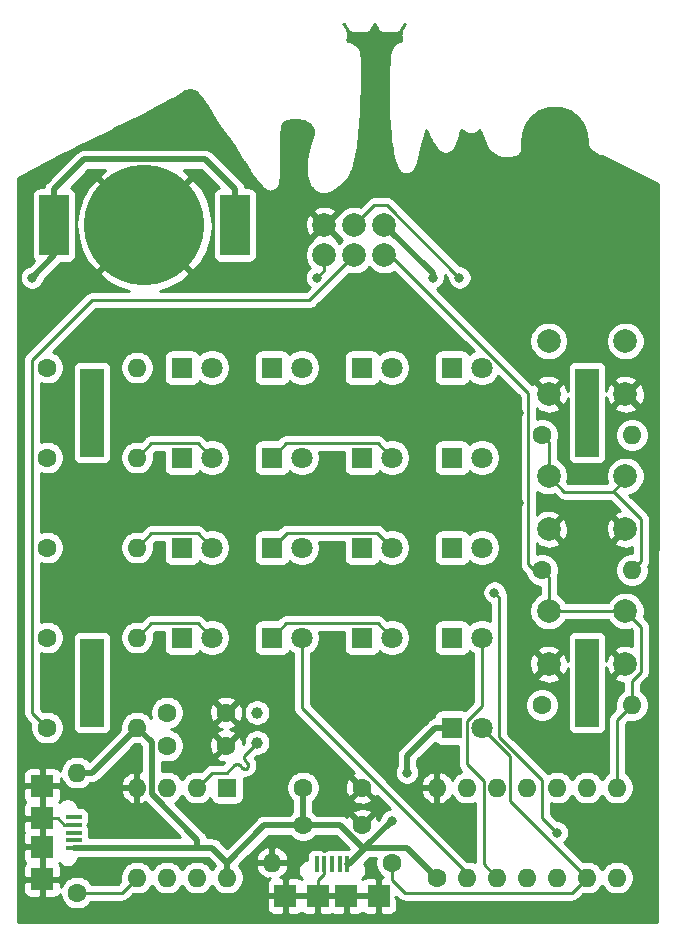
<source format=gbl>
%TF.GenerationSoftware,KiCad,Pcbnew,5.1.8-5.1.8*%
%TF.CreationDate,2022-04-18T20:54:47+02:00*%
%TF.ProjectId,usb_binary_clk,7573625f-6269-46e6-9172-795f636c6b2e,rev?*%
%TF.SameCoordinates,Original*%
%TF.FileFunction,Copper,L2,Bot*%
%TF.FilePolarity,Positive*%
%FSLAX46Y46*%
G04 Gerber Fmt 4.6, Leading zero omitted, Abs format (unit mm)*
G04 Created by KiCad (PCBNEW 5.1.8-5.1.8) date 2022-04-18 20:54:47*
%MOMM*%
%LPD*%
G01*
G04 APERTURE LIST*
%TA.AperFunction,SMDPad,CuDef*%
%ADD10R,2.000000X7.500000*%
%TD*%
%TA.AperFunction,ComponentPad*%
%ADD11C,2.000000*%
%TD*%
%TA.AperFunction,ComponentPad*%
%ADD12C,1.800000*%
%TD*%
%TA.AperFunction,ComponentPad*%
%ADD13R,1.800000X1.800000*%
%TD*%
%TA.AperFunction,ComponentPad*%
%ADD14O,1.600000X1.600000*%
%TD*%
%TA.AperFunction,ComponentPad*%
%ADD15C,1.600000*%
%TD*%
%TA.AperFunction,SMDPad,CuDef*%
%ADD16C,2.000000*%
%TD*%
%TA.AperFunction,SMDPad,CuDef*%
%ADD17R,0.400000X1.350000*%
%TD*%
%TA.AperFunction,SMDPad,CuDef*%
%ADD18R,1.900000X1.900000*%
%TD*%
%TA.AperFunction,SMDPad,CuDef*%
%ADD19R,1.350000X0.400000*%
%TD*%
%TA.AperFunction,SMDPad,CuDef*%
%ADD20C,10.200000*%
%TD*%
%TA.AperFunction,SMDPad,CuDef*%
%ADD21R,2.500000X5.100000*%
%TD*%
%TA.AperFunction,ComponentPad*%
%ADD22C,1.000000*%
%TD*%
%TA.AperFunction,ComponentPad*%
%ADD23R,1.600000X1.600000*%
%TD*%
%TA.AperFunction,ViaPad*%
%ADD24C,0.800000*%
%TD*%
%TA.AperFunction,Conductor*%
%ADD25C,0.250000*%
%TD*%
%TA.AperFunction,Conductor*%
%ADD26C,0.500000*%
%TD*%
%TA.AperFunction,Conductor*%
%ADD27C,0.254000*%
%TD*%
%TA.AperFunction,Conductor*%
%ADD28C,0.100000*%
%TD*%
G04 APERTURE END LIST*
D10*
X133350000Y-60960000D03*
X175260000Y-60960000D03*
X175260000Y-83820000D03*
X133350000Y-83820000D03*
D11*
X172010000Y-59400000D03*
X172010000Y-54900000D03*
X178510000Y-59400000D03*
X178510000Y-54900000D03*
X172010000Y-70830000D03*
X172010000Y-66330000D03*
X178510000Y-70830000D03*
X178510000Y-66330000D03*
X172010000Y-82260000D03*
X172010000Y-77760000D03*
X178510000Y-82260000D03*
X178510000Y-77760000D03*
D12*
X166370000Y-87630000D03*
D13*
X163830000Y-87630000D03*
D14*
X132080000Y-91440000D03*
D15*
X132080000Y-101600000D03*
D16*
X153035000Y-45085000D03*
X153035000Y-47625000D03*
X158115000Y-47625000D03*
X158115000Y-45085000D03*
X155575000Y-45085000D03*
X155575000Y-47625000D03*
D14*
X148590000Y-99060000D03*
D15*
X158750000Y-99060000D03*
D14*
X179070000Y-62865000D03*
D15*
X171450000Y-62865000D03*
D14*
X179070000Y-74295000D03*
D15*
X171450000Y-74295000D03*
D14*
X137160000Y-80010000D03*
D15*
X129540000Y-80010000D03*
D14*
X179070000Y-85725000D03*
D15*
X171450000Y-85725000D03*
D14*
X137160000Y-72390000D03*
D15*
X129540000Y-72390000D03*
D14*
X137160000Y-87630000D03*
D15*
X129540000Y-87630000D03*
D14*
X137160000Y-64770000D03*
D15*
X129540000Y-64770000D03*
D14*
X137160000Y-57150000D03*
D15*
X129540000Y-57150000D03*
D17*
X154970000Y-99214000D03*
X152370000Y-99214000D03*
X154320000Y-99214000D03*
X153670000Y-99214000D03*
X153020000Y-99214000D03*
D18*
X157620000Y-101889000D03*
X154870000Y-101889000D03*
X152470000Y-101889000D03*
X149720000Y-101889000D03*
D19*
X131799000Y-97820000D03*
X131799000Y-95220000D03*
X131799000Y-97170000D03*
X131799000Y-96520000D03*
X131799000Y-95870000D03*
D18*
X129124000Y-100470000D03*
X129124000Y-97720000D03*
X129124000Y-95320000D03*
X129124000Y-92570000D03*
D20*
X137795000Y-45085000D03*
D21*
X130145000Y-45085000D03*
X145445000Y-45085000D03*
D12*
X143510000Y-72390000D03*
D13*
X140970000Y-72390000D03*
D12*
X166370000Y-80010000D03*
D13*
X163830000Y-80010000D03*
D12*
X158750000Y-80010000D03*
D13*
X156210000Y-80010000D03*
D12*
X151130000Y-80010000D03*
D13*
X148590000Y-80010000D03*
D12*
X143510000Y-80010000D03*
D13*
X140970000Y-80010000D03*
D12*
X166370000Y-72390000D03*
D13*
X163830000Y-72390000D03*
D12*
X158750000Y-72390000D03*
D13*
X156210000Y-72390000D03*
D12*
X151130000Y-72390000D03*
D13*
X148590000Y-72390000D03*
D12*
X166370000Y-64770000D03*
D13*
X163830000Y-64770000D03*
D12*
X158750000Y-64770000D03*
D13*
X156210000Y-64770000D03*
D12*
X151130000Y-64770000D03*
D13*
X148590000Y-64770000D03*
D12*
X143510000Y-64770000D03*
D13*
X140970000Y-64770000D03*
D12*
X166370000Y-57150000D03*
D13*
X163830000Y-57150000D03*
D12*
X158750000Y-57150000D03*
D13*
X156210000Y-57150000D03*
D12*
X151130000Y-57150000D03*
D13*
X148590000Y-57150000D03*
D12*
X143510000Y-57150000D03*
D13*
X140970000Y-57150000D03*
D22*
X147320000Y-88900000D03*
X147320000Y-86360000D03*
D15*
X162560000Y-100330000D03*
D14*
X177800000Y-92710000D03*
X165100000Y-100330000D03*
X175260000Y-92710000D03*
X167640000Y-100330000D03*
X172720000Y-92710000D03*
X170180000Y-100330000D03*
X170180000Y-92710000D03*
X172720000Y-100330000D03*
X167640000Y-92710000D03*
X175260000Y-100330000D03*
X165100000Y-92710000D03*
X177800000Y-100330000D03*
X162560000Y-92710000D03*
D23*
X144780000Y-92710000D03*
D14*
X137160000Y-100330000D03*
X142240000Y-92710000D03*
X139700000Y-100330000D03*
X139700000Y-92710000D03*
X142240000Y-100330000D03*
X137160000Y-92710000D03*
X144780000Y-100330000D03*
D15*
X151210000Y-95885000D03*
X156210000Y-95885000D03*
X144700000Y-86360000D03*
X139700000Y-86360000D03*
X139700000Y-89154000D03*
X144700000Y-89154000D03*
X151210000Y-92710000D03*
X156210000Y-92710000D03*
D24*
X144780000Y-95885000D03*
X135255000Y-95885000D03*
X135255000Y-99695000D03*
X137795000Y-76200000D03*
X137795000Y-68580000D03*
X137795000Y-60960000D03*
X153670000Y-60960000D03*
X153670000Y-68580000D03*
X153670000Y-76200000D03*
X169545000Y-76200000D03*
X169545000Y-60960000D03*
X169545000Y-68580000D03*
X153670000Y-53340000D03*
X128270000Y-49530000D03*
X158750000Y-95504000D03*
X160020000Y-91440042D03*
X162194989Y-49529986D03*
X152400000Y-49530000D03*
X172720000Y-96520000D03*
X167424990Y-76200000D03*
X164465006Y-49530000D03*
D25*
X153020000Y-100024002D02*
X153020000Y-99214000D01*
X152470000Y-100574002D02*
X153020000Y-100024002D01*
X152470000Y-101889000D02*
X152470000Y-100574002D01*
X130438998Y-95320000D02*
X130988998Y-95870000D01*
X130988998Y-95870000D02*
X131799000Y-95870000D01*
X129124000Y-95320000D02*
X130438998Y-95320000D01*
D26*
X130145000Y-47655000D02*
X130145000Y-45085000D01*
X128270000Y-49530000D02*
X130145000Y-47655000D01*
X130145000Y-45085000D02*
X130145000Y-42067000D01*
X145445000Y-42035000D02*
X145445000Y-45085000D01*
X142944999Y-39534999D02*
X145445000Y-42035000D01*
X132677001Y-39534999D02*
X142944999Y-39534999D01*
X130145000Y-42067000D02*
X132677001Y-39534999D01*
X131799000Y-97820000D02*
X142270000Y-97820000D01*
X151210000Y-95885000D02*
X151210000Y-92710000D01*
X160039999Y-97809999D02*
X162560000Y-100330000D01*
X154359998Y-95885000D02*
X156284997Y-97809999D01*
X151210000Y-95885000D02*
X154359998Y-95885000D01*
X155079998Y-99214000D02*
X156483999Y-97809999D01*
X154970000Y-99214000D02*
X155079998Y-99214000D01*
X156483999Y-97809999D02*
X160039999Y-97809999D01*
X156284997Y-97809999D02*
X156483999Y-97809999D01*
X138410001Y-88880001D02*
X137160000Y-87630000D01*
X138410001Y-93270003D02*
X138410001Y-88880001D01*
X142270000Y-97130002D02*
X138410001Y-93270003D01*
X142270000Y-97820000D02*
X142270000Y-97130002D01*
X156483999Y-97770001D02*
X158750000Y-95504000D01*
X156483999Y-97809999D02*
X156483999Y-97770001D01*
X133350000Y-91440000D02*
X137160000Y-87630000D01*
X132080000Y-91440000D02*
X133350000Y-91440000D01*
X163830000Y-87630000D02*
X162430000Y-87630000D01*
X160020000Y-90040000D02*
X160020000Y-91440042D01*
X162430000Y-87630000D02*
X160020000Y-90040000D01*
X147955000Y-95885000D02*
X151210000Y-95885000D01*
X144780000Y-99060000D02*
X147955000Y-95885000D01*
X144780000Y-100330000D02*
X144780000Y-99060000D01*
X143540000Y-97820000D02*
X144780000Y-99060000D01*
X142270000Y-97820000D02*
X143540000Y-97820000D01*
X158115000Y-45085000D02*
X162194989Y-49164989D01*
X162194989Y-49164989D02*
X162194989Y-49529986D01*
D25*
X165100000Y-99934998D02*
X165100000Y-100330000D01*
X151130000Y-85964998D02*
X165100000Y-99934998D01*
X151130000Y-80010000D02*
X151130000Y-85964998D01*
X166514999Y-92169999D02*
X166514999Y-99204999D01*
X165100000Y-90755000D02*
X166514999Y-92169999D01*
X165100000Y-87086998D02*
X165100000Y-90755000D01*
X166370000Y-85816998D02*
X165100000Y-87086998D01*
X166514999Y-99204999D02*
X167640000Y-100330000D01*
X166370000Y-80010000D02*
X166370000Y-85816998D01*
X138385001Y-63544999D02*
X137160000Y-64770000D01*
X142284999Y-63544999D02*
X138385001Y-63544999D01*
X143510000Y-64770000D02*
X142284999Y-63544999D01*
X149815001Y-63544999D02*
X148590000Y-64770000D01*
X157524999Y-63544999D02*
X149815001Y-63544999D01*
X158750000Y-64770000D02*
X157524999Y-63544999D01*
X138385001Y-71164999D02*
X137160000Y-72390000D01*
X142284999Y-71164999D02*
X138385001Y-71164999D01*
X143510000Y-72390000D02*
X142284999Y-71164999D01*
X149860000Y-71120000D02*
X148590000Y-72390000D01*
X157480000Y-71120000D02*
X149860000Y-71120000D01*
X158750000Y-72390000D02*
X157480000Y-71120000D01*
X149815001Y-78784999D02*
X148590000Y-80010000D01*
X157524999Y-78784999D02*
X149815001Y-78784999D01*
X158750000Y-80010000D02*
X157524999Y-78784999D01*
X138385001Y-78784999D02*
X137160000Y-80010000D01*
X142284999Y-78784999D02*
X138385001Y-78784999D01*
X143510000Y-80010000D02*
X142284999Y-78784999D01*
X168765001Y-90025001D02*
X166370000Y-87630000D01*
X168765001Y-93835001D02*
X168765001Y-90025001D01*
X175260000Y-100330000D02*
X168765001Y-93835001D01*
X158750000Y-100533998D02*
X159816002Y-101600000D01*
X158750000Y-99060000D02*
X158750000Y-100533998D01*
X173990000Y-101600000D02*
X175260000Y-100330000D01*
X159816002Y-101600000D02*
X173990000Y-101600000D01*
X142240000Y-92710000D02*
X142594998Y-92710000D01*
X146263528Y-89956471D02*
X147238553Y-88981447D01*
X146221642Y-90008993D02*
X146263528Y-89956471D01*
X146192494Y-90069519D02*
X146221642Y-90008993D01*
X146177546Y-90135013D02*
X146192494Y-90069519D01*
X146125433Y-91080532D02*
X146185959Y-91109680D01*
X144780000Y-91440000D02*
X145415000Y-90805000D01*
X146497175Y-91038647D02*
X146539060Y-90986124D01*
X146072911Y-91038647D02*
X146125433Y-91080532D01*
X145726215Y-90733967D02*
X145786741Y-90763114D01*
X146444652Y-91080532D02*
X146497175Y-91038647D01*
X145786741Y-90763114D02*
X145839264Y-90805000D01*
X145467522Y-90763114D02*
X145528048Y-90733967D01*
X147238553Y-88981447D02*
X147320000Y-88900000D01*
X145593542Y-90719018D02*
X145660721Y-90719018D01*
X146568207Y-90925598D02*
X146583156Y-90860104D01*
X145415000Y-90805000D02*
X145467522Y-90763114D01*
X146497175Y-90614382D02*
X146263527Y-90380734D01*
X145839264Y-90805000D02*
X146072911Y-91038647D01*
X146539060Y-90666905D02*
X146497175Y-90614382D01*
X143510000Y-91440000D02*
X144780000Y-91440000D01*
X142240000Y-92710000D02*
X143510000Y-91440000D01*
X145528048Y-90733967D02*
X145593542Y-90719018D01*
X146185959Y-91109680D02*
X146251453Y-91124628D01*
X146539060Y-90986124D02*
X146568207Y-90925598D01*
X146251453Y-91124628D02*
X146318632Y-91124628D01*
X146177546Y-90202192D02*
X146177546Y-90135013D01*
X146583156Y-90792925D02*
X146568207Y-90727431D01*
X146318632Y-91124628D02*
X146384126Y-91109680D01*
X146384126Y-91109680D02*
X146444652Y-91080532D01*
X146568207Y-90727431D02*
X146539060Y-90666905D01*
X146583156Y-90860104D02*
X146583156Y-90792925D01*
X146263527Y-90380734D02*
X146221642Y-90328212D01*
X145660721Y-90719018D02*
X145726215Y-90733967D01*
X146221642Y-90328212D02*
X146192494Y-90267686D01*
X146192494Y-90267686D02*
X146177546Y-90202192D01*
X172010000Y-63425000D02*
X171450000Y-62865000D01*
X172010000Y-66330000D02*
X172010000Y-63425000D01*
X177510001Y-67655001D02*
X177184999Y-67655001D01*
X179835001Y-70193999D02*
X179832000Y-70190998D01*
X179832000Y-69977000D02*
X177510001Y-67655001D01*
X179835001Y-71466001D02*
X179835001Y-70193999D01*
X179832000Y-71469002D02*
X179835001Y-71466001D01*
X179832000Y-70190998D02*
X179832000Y-69977000D01*
X179832000Y-73533000D02*
X179832000Y-71469002D01*
X179070000Y-74295000D02*
X179832000Y-73533000D01*
X173335001Y-67655001D02*
X172010000Y-66330000D01*
X177184999Y-67655001D02*
X173335001Y-67655001D01*
X178510000Y-66600000D02*
X178510000Y-66330000D01*
X177454999Y-67655001D02*
X178510000Y-66600000D01*
X177184999Y-67655001D02*
X177454999Y-67655001D01*
X153035000Y-48895000D02*
X152400000Y-49530000D01*
X153035000Y-47625000D02*
X153035000Y-48895000D01*
X171450000Y-95250000D02*
X171450000Y-92073590D01*
X167824989Y-88448579D02*
X167824989Y-76599999D01*
X172720000Y-96520000D02*
X171450000Y-95250000D01*
X167824989Y-76599999D02*
X167424990Y-76200000D01*
X171450000Y-92073590D02*
X167824989Y-88448579D01*
X177800000Y-86995000D02*
X179070000Y-85725000D01*
X177800000Y-92710000D02*
X177800000Y-86995000D01*
X179835001Y-79085001D02*
X178510000Y-77760000D01*
X179835001Y-82896001D02*
X179835001Y-79085001D01*
X179070000Y-83661002D02*
X179835001Y-82896001D01*
X179070000Y-85725000D02*
X179070000Y-83661002D01*
X178510000Y-77760000D02*
X172010000Y-77760000D01*
X172010000Y-74855000D02*
X171450000Y-74295000D01*
X172010000Y-77760000D02*
X172010000Y-74855000D01*
X170815000Y-74295000D02*
X171450000Y-74295000D01*
X170307000Y-73787000D02*
X170815000Y-74295000D01*
X170307000Y-59309000D02*
X170307000Y-73787000D01*
X158623000Y-47625000D02*
X170307000Y-59309000D01*
X158115000Y-47625000D02*
X158623000Y-47625000D01*
X135890000Y-101600000D02*
X137160000Y-100330000D01*
X132080000Y-101600000D02*
X135890000Y-101600000D01*
X158350007Y-43415001D02*
X164465006Y-49530000D01*
X155575000Y-45085000D02*
X157244999Y-43415001D01*
X157244999Y-43415001D02*
X158350007Y-43415001D01*
X151765000Y-51435000D02*
X155575000Y-47625000D01*
X128270000Y-56515000D02*
X133350000Y-51435000D01*
X128270000Y-86360000D02*
X128270000Y-56515000D01*
X133350000Y-51435000D02*
X151765000Y-51435000D01*
X129540000Y-87630000D02*
X128270000Y-86360000D01*
D27*
X159885350Y-28043087D02*
X159800385Y-28140866D01*
X159781389Y-28162076D01*
X159778356Y-28166217D01*
X159774986Y-28170095D01*
X159758487Y-28193343D01*
X159695855Y-28278849D01*
X159672860Y-28304636D01*
X159638992Y-28362192D01*
X159605052Y-28419587D01*
X159593606Y-28452186D01*
X159551095Y-28543981D01*
X159523367Y-28602787D01*
X159514615Y-28637900D01*
X159502701Y-28672067D01*
X159493688Y-28736404D01*
X159473565Y-28873182D01*
X159463608Y-28935940D01*
X159465077Y-28973588D01*
X159463273Y-29011222D01*
X159472677Y-29074109D01*
X159492059Y-29214503D01*
X159494044Y-29252689D01*
X159509531Y-29313779D01*
X159524236Y-29375102D01*
X159540238Y-29409836D01*
X159548397Y-29432436D01*
X159537436Y-29452667D01*
X159518124Y-29476085D01*
X159494645Y-29495482D01*
X159468556Y-29509663D01*
X159440182Y-29518488D01*
X159390381Y-29523536D01*
X159375257Y-29522757D01*
X159323414Y-29530323D01*
X159304870Y-29532202D01*
X159290086Y-29535186D01*
X159241737Y-29542242D01*
X159224098Y-29548507D01*
X159205747Y-29552211D01*
X159160643Y-29571044D01*
X159114587Y-29587401D01*
X159098507Y-29596988D01*
X159081231Y-29604201D01*
X159040671Y-29631468D01*
X158998688Y-29656498D01*
X158984787Y-29669038D01*
X158969250Y-29679483D01*
X158934784Y-29714145D01*
X158898497Y-29746879D01*
X158887310Y-29761889D01*
X158874109Y-29775165D01*
X158847069Y-29815883D01*
X158817863Y-29855069D01*
X158809819Y-29871973D01*
X158799462Y-29887569D01*
X158780888Y-29932771D01*
X158774412Y-29946381D01*
X158768096Y-29963904D01*
X158748178Y-30012377D01*
X158745265Y-30027243D01*
X158526184Y-30635030D01*
X158522952Y-30640628D01*
X158519324Y-30651315D01*
X158513997Y-30661282D01*
X158499528Y-30708980D01*
X158494093Y-30724058D01*
X158492514Y-30730300D01*
X158479581Y-30768401D01*
X158478108Y-30779594D01*
X158474828Y-30790405D01*
X158473247Y-30806461D01*
X158469292Y-30822093D01*
X158467223Y-30862278D01*
X158466383Y-30868659D01*
X158466016Y-30879871D01*
X158461602Y-30924688D01*
X158463183Y-30940742D01*
X158462354Y-30956846D01*
X158463288Y-30963247D01*
X158425973Y-32103703D01*
X158425252Y-32110110D01*
X158424872Y-32137376D01*
X158423983Y-32164536D01*
X158424403Y-32170948D01*
X158407148Y-33407985D01*
X158406469Y-33415490D01*
X158406678Y-33441619D01*
X158406314Y-33467737D01*
X158406948Y-33475243D01*
X158418730Y-34946011D01*
X158418211Y-34953654D01*
X158419000Y-34979647D01*
X158419208Y-35005641D01*
X158420020Y-35013255D01*
X158442615Y-35757883D01*
X158442291Y-35764597D01*
X158443635Y-35791479D01*
X158444452Y-35818416D01*
X158445315Y-35825091D01*
X158482422Y-36567520D01*
X158482223Y-36576164D01*
X158484101Y-36601118D01*
X158485350Y-36626098D01*
X158486625Y-36634644D01*
X158541082Y-37358061D01*
X158541199Y-37369492D01*
X158543607Y-37391605D01*
X158545275Y-37413768D01*
X158547245Y-37425019D01*
X158621988Y-38111499D01*
X158622857Y-38127076D01*
X158625628Y-38144937D01*
X158627583Y-38162890D01*
X158630781Y-38178148D01*
X158729040Y-38811424D01*
X158731806Y-38833979D01*
X158734198Y-38844667D01*
X158735875Y-38855474D01*
X158741535Y-38877448D01*
X158866291Y-39434834D01*
X158871040Y-39459018D01*
X158873637Y-39467654D01*
X158875605Y-39476448D01*
X158883313Y-39499835D01*
X158952805Y-39730952D01*
X158958675Y-39752983D01*
X158962490Y-39763163D01*
X158965617Y-39773562D01*
X158974280Y-39794621D01*
X159052178Y-40002474D01*
X159062423Y-40030694D01*
X159063947Y-40033879D01*
X159065191Y-40037197D01*
X159078468Y-40064216D01*
X159141936Y-40196812D01*
X159143999Y-40204200D01*
X159171026Y-40257587D01*
X159182277Y-40281092D01*
X159186228Y-40287614D01*
X159189673Y-40294420D01*
X159203672Y-40316415D01*
X159234667Y-40367586D01*
X159239842Y-40373243D01*
X159305044Y-40475684D01*
X159338826Y-40529956D01*
X159364307Y-40557137D01*
X159387304Y-40586466D01*
X159410344Y-40606248D01*
X159431108Y-40628398D01*
X159461406Y-40650089D01*
X159489680Y-40674365D01*
X159516135Y-40689271D01*
X159540823Y-40706946D01*
X159574770Y-40722309D01*
X159607237Y-40740603D01*
X159636090Y-40750061D01*
X159663753Y-40762580D01*
X159700054Y-40771027D01*
X159735457Y-40782632D01*
X159798909Y-40790310D01*
X159838516Y-40795507D01*
X159891559Y-40804625D01*
X159938997Y-40803386D01*
X159986435Y-40804918D01*
X160006308Y-40801628D01*
X160026446Y-40801102D01*
X160072743Y-40790629D01*
X160119557Y-40782879D01*
X160167694Y-40764738D01*
X160187829Y-40760954D01*
X160230880Y-40743654D01*
X160242841Y-40739682D01*
X160262100Y-40731109D01*
X160313032Y-40710642D01*
X160323648Y-40703710D01*
X160335224Y-40698557D01*
X160380056Y-40666878D01*
X160397703Y-40655355D01*
X160407519Y-40647472D01*
X160445422Y-40620689D01*
X160459711Y-40605634D01*
X160496465Y-40579742D01*
X160534646Y-40539630D01*
X160574230Y-40500876D01*
X160600131Y-40462988D01*
X160615439Y-40443368D01*
X160638295Y-40419458D01*
X160656829Y-40390319D01*
X160657281Y-40389740D01*
X160674940Y-40361846D01*
X160692567Y-40334133D01*
X160692897Y-40333481D01*
X160711371Y-40304299D01*
X160723272Y-40273437D01*
X160776879Y-40167467D01*
X160783269Y-40158766D01*
X160807286Y-40107360D01*
X160817644Y-40086885D01*
X160821526Y-40076882D01*
X160826073Y-40067149D01*
X160833707Y-40045493D01*
X160854227Y-39992612D01*
X160856094Y-39981978D01*
X160925664Y-39784606D01*
X160935442Y-39758215D01*
X160936827Y-39752936D01*
X160938644Y-39747782D01*
X160945361Y-39720419D01*
X161112764Y-39082507D01*
X161115940Y-39073107D01*
X161121296Y-39049991D01*
X161127323Y-39027026D01*
X161128890Y-39017222D01*
X161303585Y-38263315D01*
X161502730Y-37488908D01*
X161608145Y-37153507D01*
X161637981Y-37075748D01*
X161800654Y-37402669D01*
X161804244Y-37411378D01*
X161815635Y-37432776D01*
X161826434Y-37454479D01*
X161831437Y-37462460D01*
X162059795Y-37891438D01*
X162066805Y-37906364D01*
X162075596Y-37921121D01*
X162083665Y-37936279D01*
X162092801Y-37950002D01*
X162320749Y-38332649D01*
X162332289Y-38353365D01*
X162337959Y-38361539D01*
X162343045Y-38370077D01*
X162357112Y-38389152D01*
X162461453Y-38539577D01*
X162477965Y-38564004D01*
X162480594Y-38567173D01*
X162482943Y-38570559D01*
X162502049Y-38593031D01*
X162573745Y-38679440D01*
X162585449Y-38698103D01*
X162616719Y-38731235D01*
X162624235Y-38740293D01*
X162639827Y-38755719D01*
X162654858Y-38771644D01*
X162663723Y-38779359D01*
X162696123Y-38811412D01*
X162714510Y-38823555D01*
X162741922Y-38847410D01*
X162760549Y-38867867D01*
X162792690Y-38891590D01*
X162797321Y-38895620D01*
X162819752Y-38911564D01*
X162869113Y-38947997D01*
X162874709Y-38950628D01*
X162879744Y-38954207D01*
X162935683Y-38979295D01*
X162960626Y-38991022D01*
X162966419Y-38993080D01*
X163002862Y-39009424D01*
X163022260Y-39013869D01*
X163027556Y-39016790D01*
X163080844Y-39033725D01*
X163101738Y-39041147D01*
X163112943Y-39043926D01*
X163156151Y-39057658D01*
X163178277Y-39060132D01*
X163199887Y-39065492D01*
X163245186Y-39067613D01*
X163290249Y-39072651D01*
X163312433Y-39070761D01*
X163334672Y-39071802D01*
X163379509Y-39065046D01*
X163424694Y-39061196D01*
X163446082Y-39055015D01*
X163468099Y-39051697D01*
X163510757Y-39036322D01*
X163521841Y-39033119D01*
X163542426Y-39024908D01*
X163595039Y-39005946D01*
X163604972Y-38999961D01*
X163609333Y-38998222D01*
X163658835Y-38980954D01*
X163700950Y-38956165D01*
X163744349Y-38933698D01*
X163758982Y-38922008D01*
X163775121Y-38912509D01*
X163811595Y-38879978D01*
X163849773Y-38849479D01*
X163883554Y-38809406D01*
X163923294Y-38766255D01*
X163950126Y-38741989D01*
X163988960Y-38689745D01*
X164028161Y-38637760D01*
X164043890Y-38605179D01*
X164065570Y-38569097D01*
X164066910Y-38567604D01*
X164100245Y-38511386D01*
X164116610Y-38484149D01*
X164117468Y-38482339D01*
X164118486Y-38480623D01*
X164131907Y-38451897D01*
X164159944Y-38392781D01*
X164160433Y-38390836D01*
X164201769Y-38302359D01*
X164213627Y-38278232D01*
X164216006Y-38271885D01*
X164218870Y-38265755D01*
X164227793Y-38240439D01*
X164362501Y-37881062D01*
X164368523Y-37867320D01*
X164374297Y-37849593D01*
X164380846Y-37832120D01*
X164384713Y-37817610D01*
X164511010Y-37429826D01*
X164511628Y-37428399D01*
X164521375Y-37398003D01*
X164531363Y-37367335D01*
X164531701Y-37365800D01*
X164633619Y-37047960D01*
X164674867Y-37080563D01*
X164695398Y-37097486D01*
X164701228Y-37101400D01*
X164706742Y-37105758D01*
X164729137Y-37120134D01*
X164791915Y-37162276D01*
X164793362Y-37163712D01*
X164847811Y-37199797D01*
X164874170Y-37217492D01*
X164875963Y-37218455D01*
X164877654Y-37219576D01*
X164905669Y-37234415D01*
X164963251Y-37265351D01*
X164965198Y-37265946D01*
X165028384Y-37299414D01*
X165076637Y-37327141D01*
X165119876Y-37341720D01*
X165162092Y-37359020D01*
X165216713Y-37369671D01*
X165247387Y-37376757D01*
X165287325Y-37389190D01*
X165346421Y-37395445D01*
X165405411Y-37403088D01*
X165413476Y-37402543D01*
X165421509Y-37403393D01*
X165480728Y-37397995D01*
X165540037Y-37393985D01*
X165570812Y-37385671D01*
X165578706Y-37385441D01*
X165632290Y-37373150D01*
X165653108Y-37369166D01*
X165665096Y-37365625D01*
X165710224Y-37355273D01*
X165729655Y-37346553D01*
X165750088Y-37340517D01*
X165791079Y-37318989D01*
X165802483Y-37313871D01*
X165820884Y-37303335D01*
X165869548Y-37277777D01*
X165876620Y-37272059D01*
X165906455Y-37258036D01*
X165955899Y-37221550D01*
X166005990Y-37185927D01*
X166033318Y-37156959D01*
X166042631Y-37148559D01*
X166063271Y-37134113D01*
X166092597Y-37103491D01*
X166098994Y-37097722D01*
X166115890Y-37079170D01*
X166133215Y-37061080D01*
X166138525Y-37054316D01*
X166147558Y-37044398D01*
X166185078Y-37128429D01*
X166595600Y-38155620D01*
X166605837Y-38182358D01*
X166608070Y-38186822D01*
X166609922Y-38191456D01*
X166623099Y-38216866D01*
X166707736Y-38386063D01*
X166712104Y-38399742D01*
X166737859Y-38446281D01*
X166746543Y-38463642D01*
X166754156Y-38475731D01*
X166761068Y-38488221D01*
X166772079Y-38504191D01*
X166800430Y-38549211D01*
X166810306Y-38559636D01*
X166877406Y-38656959D01*
X166885658Y-38673570D01*
X166915612Y-38712372D01*
X166924265Y-38724923D01*
X166936187Y-38739026D01*
X166947451Y-38753617D01*
X166957888Y-38764696D01*
X166989550Y-38802149D01*
X167004061Y-38813708D01*
X167074672Y-38888662D01*
X167086335Y-38905081D01*
X167120840Y-38937669D01*
X167130195Y-38947599D01*
X167145281Y-38960752D01*
X167159853Y-38974514D01*
X167170657Y-38982876D01*
X167206417Y-39014053D01*
X167223881Y-39024068D01*
X167293699Y-39078104D01*
X167307363Y-39092123D01*
X167346935Y-39119306D01*
X167358170Y-39128001D01*
X167374656Y-39138348D01*
X167390715Y-39149379D01*
X167403168Y-39156242D01*
X167443822Y-39181757D01*
X167462111Y-39188727D01*
X167525924Y-39223896D01*
X167538813Y-39233756D01*
X167584887Y-39256392D01*
X167600251Y-39264860D01*
X167615079Y-39271226D01*
X167629573Y-39278347D01*
X167646013Y-39284506D01*
X167693172Y-39304753D01*
X167709044Y-39308123D01*
X167762270Y-39328065D01*
X167772604Y-39333986D01*
X167825332Y-39351693D01*
X167845789Y-39359357D01*
X167857237Y-39362406D01*
X167868466Y-39366177D01*
X167889752Y-39371067D01*
X167943505Y-39385384D01*
X167955393Y-39386145D01*
X167994026Y-39395020D01*
X167999405Y-39397327D01*
X168059646Y-39410094D01*
X168086851Y-39416343D01*
X168092639Y-39417086D01*
X168098331Y-39418292D01*
X168126004Y-39421367D01*
X168187152Y-39429213D01*
X168192996Y-39428811D01*
X168229445Y-39432861D01*
X168244323Y-39436856D01*
X168296346Y-39440294D01*
X168314612Y-39442324D01*
X168329950Y-39442515D01*
X168345225Y-39443525D01*
X168363558Y-39442935D01*
X168415727Y-39443586D01*
X168430880Y-39440768D01*
X168604864Y-39435168D01*
X168621697Y-39437113D01*
X168672168Y-39433001D01*
X168688983Y-39432460D01*
X168705682Y-39430271D01*
X168722485Y-39428902D01*
X168739055Y-39425896D01*
X168789248Y-39419316D01*
X168805293Y-39413879D01*
X168926481Y-39391894D01*
X168936808Y-39391759D01*
X168992759Y-39379870D01*
X169015798Y-39375690D01*
X169025673Y-39372876D01*
X169035723Y-39370740D01*
X169058049Y-39363648D01*
X169113049Y-39347973D01*
X169122239Y-39343259D01*
X169259143Y-39299772D01*
X169305241Y-39288025D01*
X169353724Y-39264852D01*
X169403071Y-39243654D01*
X169414482Y-39235813D01*
X169426984Y-39229837D01*
X169470016Y-39197650D01*
X169514277Y-39167233D01*
X169523942Y-39157313D01*
X169535034Y-39149016D01*
X169570955Y-39109058D01*
X169608438Y-39070585D01*
X169615979Y-39058974D01*
X169625242Y-39048670D01*
X169652685Y-39002458D01*
X169681933Y-38957424D01*
X169687064Y-38944564D01*
X169694139Y-38932651D01*
X169712034Y-38881988D01*
X169731940Y-38832101D01*
X169734465Y-38818483D01*
X169739078Y-38805422D01*
X169746745Y-38752243D01*
X169756537Y-38699429D01*
X169755917Y-38651873D01*
X169790237Y-37889920D01*
X169806000Y-37578260D01*
X169847110Y-37308450D01*
X169913950Y-37048578D01*
X170005232Y-36799287D01*
X170119532Y-36561913D01*
X170255602Y-36337977D01*
X170412291Y-36128485D01*
X170587844Y-35935249D01*
X170781147Y-35759629D01*
X170990583Y-35602992D01*
X171214558Y-35466907D01*
X171451897Y-35352591D01*
X171701129Y-35261371D01*
X171961130Y-35194513D01*
X172230929Y-35153341D01*
X172509817Y-35139260D01*
X172788705Y-35153341D01*
X173058507Y-35194514D01*
X173318509Y-35261372D01*
X173567696Y-35352576D01*
X173804986Y-35466907D01*
X174029092Y-35603023D01*
X174238433Y-35759589D01*
X174431695Y-35935244D01*
X174607391Y-36128550D01*
X174763975Y-36337901D01*
X174900012Y-36561914D01*
X175014393Y-36799290D01*
X175105560Y-37048484D01*
X175172449Y-37308546D01*
X175213639Y-37578355D01*
X175228517Y-37872529D01*
X175228494Y-37876557D01*
X175227689Y-37880747D01*
X175228105Y-37943859D01*
X175227934Y-37973384D01*
X175228327Y-37977626D01*
X175228355Y-37981866D01*
X175231431Y-38011116D01*
X175235131Y-38051049D01*
X175234749Y-38056786D01*
X175242370Y-38115159D01*
X175244992Y-38140091D01*
X175246726Y-38148517D01*
X175247841Y-38157058D01*
X175253513Y-38181502D01*
X175265373Y-38239139D01*
X175267911Y-38245153D01*
X175268427Y-38253453D01*
X175282998Y-38308568D01*
X175288252Y-38331210D01*
X175291603Y-38341117D01*
X175302915Y-38383904D01*
X175313172Y-38404881D01*
X175320655Y-38427001D01*
X175342742Y-38465350D01*
X175347337Y-38474748D01*
X175359550Y-38494535D01*
X175387997Y-38543928D01*
X175392288Y-38548832D01*
X175392325Y-38548927D01*
X175426409Y-38602858D01*
X175442182Y-38628412D01*
X175444395Y-38631316D01*
X175464413Y-38662990D01*
X175485193Y-38684854D01*
X175503474Y-38708844D01*
X175531562Y-38733643D01*
X175534077Y-38736289D01*
X175556787Y-38755914D01*
X175604624Y-38798149D01*
X175607800Y-38799997D01*
X175630007Y-38819187D01*
X175643549Y-38834588D01*
X175680950Y-38863210D01*
X175690994Y-38871889D01*
X175707645Y-38883638D01*
X175723855Y-38896043D01*
X175735154Y-38903048D01*
X175773619Y-38930190D01*
X175792355Y-38938515D01*
X175886180Y-38996689D01*
X175912460Y-39013252D01*
X175914711Y-39014379D01*
X175916848Y-39015704D01*
X175944685Y-39029386D01*
X176084989Y-39099633D01*
X176108438Y-39111990D01*
X176115052Y-39114684D01*
X176121433Y-39117879D01*
X176146170Y-39127360D01*
X176395943Y-39229105D01*
X176413831Y-39237259D01*
X176427091Y-39241794D01*
X176440059Y-39247076D01*
X176458892Y-39252668D01*
X176512859Y-39271124D01*
X176523511Y-39276817D01*
X176532507Y-39279546D01*
X181245774Y-41636179D01*
X181195073Y-104090000D01*
X127050000Y-104090000D01*
X127050000Y-101420000D01*
X127535928Y-101420000D01*
X127548188Y-101544482D01*
X127584498Y-101664180D01*
X127643463Y-101774494D01*
X127722815Y-101871185D01*
X127819506Y-101950537D01*
X127929820Y-102009502D01*
X128049518Y-102045812D01*
X128174000Y-102058072D01*
X128838250Y-102055000D01*
X128997000Y-101896250D01*
X128997000Y-100597000D01*
X127697750Y-100597000D01*
X127539000Y-100755750D01*
X127535928Y-101420000D01*
X127050000Y-101420000D01*
X127050000Y-98670000D01*
X127535928Y-98670000D01*
X127548188Y-98794482D01*
X127584498Y-98914180D01*
X127643463Y-99024494D01*
X127701326Y-99095000D01*
X127643463Y-99165506D01*
X127584498Y-99275820D01*
X127548188Y-99395518D01*
X127535928Y-99520000D01*
X127539000Y-100184250D01*
X127697750Y-100343000D01*
X128997000Y-100343000D01*
X128997000Y-97847000D01*
X127697750Y-97847000D01*
X127539000Y-98005750D01*
X127535928Y-98670000D01*
X127050000Y-98670000D01*
X127050000Y-96270000D01*
X127535928Y-96270000D01*
X127548188Y-96394482D01*
X127584498Y-96514180D01*
X127587609Y-96520000D01*
X127584498Y-96525820D01*
X127548188Y-96645518D01*
X127535928Y-96770000D01*
X127539000Y-97434250D01*
X127697750Y-97593000D01*
X128997000Y-97593000D01*
X128997000Y-95447000D01*
X127697750Y-95447000D01*
X127539000Y-95605750D01*
X127535928Y-96270000D01*
X127050000Y-96270000D01*
X127050000Y-93520000D01*
X127535928Y-93520000D01*
X127548188Y-93644482D01*
X127584498Y-93764180D01*
X127643463Y-93874494D01*
X127701326Y-93945000D01*
X127643463Y-94015506D01*
X127584498Y-94125820D01*
X127548188Y-94245518D01*
X127535928Y-94370000D01*
X127539000Y-95034250D01*
X127697750Y-95193000D01*
X128997000Y-95193000D01*
X128997000Y-92697000D01*
X127697750Y-92697000D01*
X127539000Y-92855750D01*
X127535928Y-93520000D01*
X127050000Y-93520000D01*
X127050000Y-91620000D01*
X127535928Y-91620000D01*
X127539000Y-92284250D01*
X127697750Y-92443000D01*
X128997000Y-92443000D01*
X128997000Y-91143750D01*
X128838250Y-90985000D01*
X128174000Y-90981928D01*
X128049518Y-90994188D01*
X127929820Y-91030498D01*
X127819506Y-91089463D01*
X127722815Y-91168815D01*
X127643463Y-91265506D01*
X127584498Y-91375820D01*
X127548188Y-91495518D01*
X127535928Y-91620000D01*
X127050000Y-91620000D01*
X127050000Y-56515000D01*
X127506324Y-56515000D01*
X127510001Y-56552333D01*
X127510000Y-86322678D01*
X127506324Y-86360000D01*
X127510000Y-86397322D01*
X127510000Y-86397332D01*
X127520997Y-86508985D01*
X127560666Y-86639759D01*
X127564454Y-86652246D01*
X127635026Y-86784276D01*
X127674871Y-86832826D01*
X127729999Y-86900001D01*
X127759003Y-86923804D01*
X128141312Y-87306114D01*
X128105000Y-87488665D01*
X128105000Y-87771335D01*
X128160147Y-88048574D01*
X128268320Y-88309727D01*
X128425363Y-88544759D01*
X128625241Y-88744637D01*
X128860273Y-88901680D01*
X129121426Y-89009853D01*
X129398665Y-89065000D01*
X129681335Y-89065000D01*
X129958574Y-89009853D01*
X130219727Y-88901680D01*
X130454759Y-88744637D01*
X130654637Y-88544759D01*
X130811680Y-88309727D01*
X130919853Y-88048574D01*
X130975000Y-87771335D01*
X130975000Y-87488665D01*
X130919853Y-87211426D01*
X130811680Y-86950273D01*
X130654637Y-86715241D01*
X130454759Y-86515363D01*
X130219727Y-86358320D01*
X129958574Y-86250147D01*
X129681335Y-86195000D01*
X129398665Y-86195000D01*
X129216114Y-86231312D01*
X129030000Y-86045199D01*
X129030000Y-81351983D01*
X129121426Y-81389853D01*
X129398665Y-81445000D01*
X129681335Y-81445000D01*
X129958574Y-81389853D01*
X130219727Y-81281680D01*
X130454759Y-81124637D01*
X130654637Y-80924759D01*
X130811680Y-80689727D01*
X130919853Y-80428574D01*
X130975000Y-80151335D01*
X130975000Y-80070000D01*
X131711928Y-80070000D01*
X131711928Y-87570000D01*
X131724188Y-87694482D01*
X131760498Y-87814180D01*
X131819463Y-87924494D01*
X131898815Y-88021185D01*
X131995506Y-88100537D01*
X132105820Y-88159502D01*
X132225518Y-88195812D01*
X132350000Y-88208072D01*
X134350000Y-88208072D01*
X134474482Y-88195812D01*
X134594180Y-88159502D01*
X134704494Y-88100537D01*
X134801185Y-88021185D01*
X134880537Y-87924494D01*
X134939502Y-87814180D01*
X134975812Y-87694482D01*
X134988072Y-87570000D01*
X134988072Y-80070000D01*
X134975812Y-79945518D01*
X134952499Y-79868665D01*
X135725000Y-79868665D01*
X135725000Y-80151335D01*
X135780147Y-80428574D01*
X135888320Y-80689727D01*
X136045363Y-80924759D01*
X136245241Y-81124637D01*
X136480273Y-81281680D01*
X136741426Y-81389853D01*
X137018665Y-81445000D01*
X137301335Y-81445000D01*
X137578574Y-81389853D01*
X137839727Y-81281680D01*
X138074759Y-81124637D01*
X138274637Y-80924759D01*
X138431680Y-80689727D01*
X138539853Y-80428574D01*
X138595000Y-80151335D01*
X138595000Y-79868665D01*
X138558688Y-79686114D01*
X138699803Y-79544999D01*
X139431928Y-79544999D01*
X139431928Y-80910000D01*
X139444188Y-81034482D01*
X139480498Y-81154180D01*
X139539463Y-81264494D01*
X139618815Y-81361185D01*
X139715506Y-81440537D01*
X139825820Y-81499502D01*
X139945518Y-81535812D01*
X140070000Y-81548072D01*
X141870000Y-81548072D01*
X141994482Y-81535812D01*
X142114180Y-81499502D01*
X142224494Y-81440537D01*
X142321185Y-81361185D01*
X142400537Y-81264494D01*
X142459502Y-81154180D01*
X142465056Y-81135873D01*
X142531495Y-81202312D01*
X142782905Y-81370299D01*
X143062257Y-81486011D01*
X143358816Y-81545000D01*
X143661184Y-81545000D01*
X143957743Y-81486011D01*
X144237095Y-81370299D01*
X144488505Y-81202312D01*
X144702312Y-80988505D01*
X144870299Y-80737095D01*
X144986011Y-80457743D01*
X145045000Y-80161184D01*
X145045000Y-79858816D01*
X144986011Y-79562257D01*
X144870299Y-79282905D01*
X144702312Y-79031495D01*
X144488505Y-78817688D01*
X144237095Y-78649701D01*
X143957743Y-78533989D01*
X143661184Y-78475000D01*
X143358816Y-78475000D01*
X143101070Y-78526269D01*
X142848803Y-78274002D01*
X142825000Y-78244998D01*
X142709275Y-78150025D01*
X142577246Y-78079453D01*
X142433985Y-78035996D01*
X142322332Y-78024999D01*
X142322321Y-78024999D01*
X142284999Y-78021323D01*
X142247677Y-78024999D01*
X138422323Y-78024999D01*
X138385000Y-78021323D01*
X138347677Y-78024999D01*
X138347668Y-78024999D01*
X138236015Y-78035996D01*
X138092754Y-78079453D01*
X137960724Y-78150025D01*
X137918991Y-78184275D01*
X137845000Y-78244998D01*
X137821202Y-78273996D01*
X137483886Y-78611312D01*
X137301335Y-78575000D01*
X137018665Y-78575000D01*
X136741426Y-78630147D01*
X136480273Y-78738320D01*
X136245241Y-78895363D01*
X136045363Y-79095241D01*
X135888320Y-79330273D01*
X135780147Y-79591426D01*
X135725000Y-79868665D01*
X134952499Y-79868665D01*
X134939502Y-79825820D01*
X134880537Y-79715506D01*
X134801185Y-79618815D01*
X134704494Y-79539463D01*
X134594180Y-79480498D01*
X134474482Y-79444188D01*
X134350000Y-79431928D01*
X132350000Y-79431928D01*
X132225518Y-79444188D01*
X132105820Y-79480498D01*
X131995506Y-79539463D01*
X131898815Y-79618815D01*
X131819463Y-79715506D01*
X131760498Y-79825820D01*
X131724188Y-79945518D01*
X131711928Y-80070000D01*
X130975000Y-80070000D01*
X130975000Y-79868665D01*
X130919853Y-79591426D01*
X130811680Y-79330273D01*
X130654637Y-79095241D01*
X130454759Y-78895363D01*
X130219727Y-78738320D01*
X129958574Y-78630147D01*
X129681335Y-78575000D01*
X129398665Y-78575000D01*
X129121426Y-78630147D01*
X129030000Y-78668017D01*
X129030000Y-73731983D01*
X129121426Y-73769853D01*
X129398665Y-73825000D01*
X129681335Y-73825000D01*
X129958574Y-73769853D01*
X130219727Y-73661680D01*
X130454759Y-73504637D01*
X130654637Y-73304759D01*
X130811680Y-73069727D01*
X130919853Y-72808574D01*
X130975000Y-72531335D01*
X130975000Y-72248665D01*
X135725000Y-72248665D01*
X135725000Y-72531335D01*
X135780147Y-72808574D01*
X135888320Y-73069727D01*
X136045363Y-73304759D01*
X136245241Y-73504637D01*
X136480273Y-73661680D01*
X136741426Y-73769853D01*
X137018665Y-73825000D01*
X137301335Y-73825000D01*
X137578574Y-73769853D01*
X137839727Y-73661680D01*
X138074759Y-73504637D01*
X138274637Y-73304759D01*
X138431680Y-73069727D01*
X138539853Y-72808574D01*
X138595000Y-72531335D01*
X138595000Y-72248665D01*
X138558688Y-72066114D01*
X138699803Y-71924999D01*
X139431928Y-71924999D01*
X139431928Y-73290000D01*
X139444188Y-73414482D01*
X139480498Y-73534180D01*
X139539463Y-73644494D01*
X139618815Y-73741185D01*
X139715506Y-73820537D01*
X139825820Y-73879502D01*
X139945518Y-73915812D01*
X140070000Y-73928072D01*
X141870000Y-73928072D01*
X141994482Y-73915812D01*
X142114180Y-73879502D01*
X142224494Y-73820537D01*
X142321185Y-73741185D01*
X142400537Y-73644494D01*
X142459502Y-73534180D01*
X142465056Y-73515873D01*
X142531495Y-73582312D01*
X142782905Y-73750299D01*
X143062257Y-73866011D01*
X143358816Y-73925000D01*
X143661184Y-73925000D01*
X143957743Y-73866011D01*
X144237095Y-73750299D01*
X144488505Y-73582312D01*
X144702312Y-73368505D01*
X144870299Y-73117095D01*
X144986011Y-72837743D01*
X145045000Y-72541184D01*
X145045000Y-72238816D01*
X144986011Y-71942257D01*
X144870299Y-71662905D01*
X144754768Y-71490000D01*
X147051928Y-71490000D01*
X147051928Y-73290000D01*
X147064188Y-73414482D01*
X147100498Y-73534180D01*
X147159463Y-73644494D01*
X147238815Y-73741185D01*
X147335506Y-73820537D01*
X147445820Y-73879502D01*
X147565518Y-73915812D01*
X147690000Y-73928072D01*
X149490000Y-73928072D01*
X149614482Y-73915812D01*
X149734180Y-73879502D01*
X149844494Y-73820537D01*
X149941185Y-73741185D01*
X150020537Y-73644494D01*
X150079502Y-73534180D01*
X150085056Y-73515873D01*
X150151495Y-73582312D01*
X150402905Y-73750299D01*
X150682257Y-73866011D01*
X150978816Y-73925000D01*
X151281184Y-73925000D01*
X151577743Y-73866011D01*
X151857095Y-73750299D01*
X152108505Y-73582312D01*
X152322312Y-73368505D01*
X152490299Y-73117095D01*
X152606011Y-72837743D01*
X152665000Y-72541184D01*
X152665000Y-72238816D01*
X152606011Y-71942257D01*
X152580223Y-71880000D01*
X154671928Y-71880000D01*
X154671928Y-73290000D01*
X154684188Y-73414482D01*
X154720498Y-73534180D01*
X154779463Y-73644494D01*
X154858815Y-73741185D01*
X154955506Y-73820537D01*
X155065820Y-73879502D01*
X155185518Y-73915812D01*
X155310000Y-73928072D01*
X157110000Y-73928072D01*
X157234482Y-73915812D01*
X157354180Y-73879502D01*
X157464494Y-73820537D01*
X157561185Y-73741185D01*
X157640537Y-73644494D01*
X157699502Y-73534180D01*
X157705056Y-73515873D01*
X157771495Y-73582312D01*
X158022905Y-73750299D01*
X158302257Y-73866011D01*
X158598816Y-73925000D01*
X158901184Y-73925000D01*
X159197743Y-73866011D01*
X159477095Y-73750299D01*
X159728505Y-73582312D01*
X159942312Y-73368505D01*
X160110299Y-73117095D01*
X160226011Y-72837743D01*
X160285000Y-72541184D01*
X160285000Y-72238816D01*
X160226011Y-71942257D01*
X160110299Y-71662905D01*
X159994768Y-71490000D01*
X162291928Y-71490000D01*
X162291928Y-73290000D01*
X162304188Y-73414482D01*
X162340498Y-73534180D01*
X162399463Y-73644494D01*
X162478815Y-73741185D01*
X162575506Y-73820537D01*
X162685820Y-73879502D01*
X162805518Y-73915812D01*
X162930000Y-73928072D01*
X164730000Y-73928072D01*
X164854482Y-73915812D01*
X164974180Y-73879502D01*
X165084494Y-73820537D01*
X165181185Y-73741185D01*
X165260537Y-73644494D01*
X165319502Y-73534180D01*
X165325056Y-73515873D01*
X165391495Y-73582312D01*
X165642905Y-73750299D01*
X165922257Y-73866011D01*
X166218816Y-73925000D01*
X166521184Y-73925000D01*
X166817743Y-73866011D01*
X167097095Y-73750299D01*
X167348505Y-73582312D01*
X167562312Y-73368505D01*
X167730299Y-73117095D01*
X167846011Y-72837743D01*
X167905000Y-72541184D01*
X167905000Y-72238816D01*
X167846011Y-71942257D01*
X167730299Y-71662905D01*
X167562312Y-71411495D01*
X167348505Y-71197688D01*
X167097095Y-71029701D01*
X166817743Y-70913989D01*
X166521184Y-70855000D01*
X166218816Y-70855000D01*
X165922257Y-70913989D01*
X165642905Y-71029701D01*
X165391495Y-71197688D01*
X165325056Y-71264127D01*
X165319502Y-71245820D01*
X165260537Y-71135506D01*
X165181185Y-71038815D01*
X165084494Y-70959463D01*
X164974180Y-70900498D01*
X164854482Y-70864188D01*
X164730000Y-70851928D01*
X162930000Y-70851928D01*
X162805518Y-70864188D01*
X162685820Y-70900498D01*
X162575506Y-70959463D01*
X162478815Y-71038815D01*
X162399463Y-71135506D01*
X162340498Y-71245820D01*
X162304188Y-71365518D01*
X162291928Y-71490000D01*
X159994768Y-71490000D01*
X159942312Y-71411495D01*
X159728505Y-71197688D01*
X159477095Y-71029701D01*
X159197743Y-70913989D01*
X158901184Y-70855000D01*
X158598816Y-70855000D01*
X158341070Y-70906269D01*
X158043804Y-70609003D01*
X158020001Y-70579999D01*
X157904276Y-70485026D01*
X157772247Y-70414454D01*
X157628986Y-70370997D01*
X157517333Y-70360000D01*
X157517322Y-70360000D01*
X157480000Y-70356324D01*
X157442678Y-70360000D01*
X149897322Y-70360000D01*
X149859999Y-70356324D01*
X149822676Y-70360000D01*
X149822667Y-70360000D01*
X149711014Y-70370997D01*
X149567753Y-70414454D01*
X149435724Y-70485026D01*
X149319999Y-70579999D01*
X149296201Y-70608997D01*
X149053270Y-70851928D01*
X147690000Y-70851928D01*
X147565518Y-70864188D01*
X147445820Y-70900498D01*
X147335506Y-70959463D01*
X147238815Y-71038815D01*
X147159463Y-71135506D01*
X147100498Y-71245820D01*
X147064188Y-71365518D01*
X147051928Y-71490000D01*
X144754768Y-71490000D01*
X144702312Y-71411495D01*
X144488505Y-71197688D01*
X144237095Y-71029701D01*
X143957743Y-70913989D01*
X143661184Y-70855000D01*
X143358816Y-70855000D01*
X143101070Y-70906269D01*
X142848803Y-70654002D01*
X142825000Y-70624998D01*
X142709275Y-70530025D01*
X142577246Y-70459453D01*
X142433985Y-70415996D01*
X142322332Y-70404999D01*
X142322321Y-70404999D01*
X142284999Y-70401323D01*
X142247677Y-70404999D01*
X138422323Y-70404999D01*
X138385000Y-70401323D01*
X138347677Y-70404999D01*
X138347668Y-70404999D01*
X138236015Y-70415996D01*
X138129439Y-70448325D01*
X138092754Y-70459453D01*
X137960724Y-70530025D01*
X137928829Y-70556201D01*
X137845000Y-70624998D01*
X137821202Y-70653996D01*
X137483886Y-70991312D01*
X137301335Y-70955000D01*
X137018665Y-70955000D01*
X136741426Y-71010147D01*
X136480273Y-71118320D01*
X136245241Y-71275363D01*
X136045363Y-71475241D01*
X135888320Y-71710273D01*
X135780147Y-71971426D01*
X135725000Y-72248665D01*
X130975000Y-72248665D01*
X130919853Y-71971426D01*
X130811680Y-71710273D01*
X130654637Y-71475241D01*
X130454759Y-71275363D01*
X130219727Y-71118320D01*
X129958574Y-71010147D01*
X129681335Y-70955000D01*
X129398665Y-70955000D01*
X129121426Y-71010147D01*
X129030000Y-71048017D01*
X129030000Y-66111983D01*
X129121426Y-66149853D01*
X129398665Y-66205000D01*
X129681335Y-66205000D01*
X129958574Y-66149853D01*
X130219727Y-66041680D01*
X130454759Y-65884637D01*
X130654637Y-65684759D01*
X130811680Y-65449727D01*
X130919853Y-65188574D01*
X130975000Y-64911335D01*
X130975000Y-64628665D01*
X130919853Y-64351426D01*
X130811680Y-64090273D01*
X130654637Y-63855241D01*
X130454759Y-63655363D01*
X130219727Y-63498320D01*
X129958574Y-63390147D01*
X129681335Y-63335000D01*
X129398665Y-63335000D01*
X129121426Y-63390147D01*
X129030000Y-63428017D01*
X129030000Y-58491983D01*
X129121426Y-58529853D01*
X129398665Y-58585000D01*
X129681335Y-58585000D01*
X129958574Y-58529853D01*
X130219727Y-58421680D01*
X130454759Y-58264637D01*
X130654637Y-58064759D01*
X130811680Y-57829727D01*
X130919853Y-57568574D01*
X130975000Y-57291335D01*
X130975000Y-57210000D01*
X131711928Y-57210000D01*
X131711928Y-64710000D01*
X131724188Y-64834482D01*
X131760498Y-64954180D01*
X131819463Y-65064494D01*
X131898815Y-65161185D01*
X131995506Y-65240537D01*
X132105820Y-65299502D01*
X132225518Y-65335812D01*
X132350000Y-65348072D01*
X134350000Y-65348072D01*
X134474482Y-65335812D01*
X134594180Y-65299502D01*
X134704494Y-65240537D01*
X134801185Y-65161185D01*
X134880537Y-65064494D01*
X134939502Y-64954180D01*
X134975812Y-64834482D01*
X134988072Y-64710000D01*
X134988072Y-64628665D01*
X135725000Y-64628665D01*
X135725000Y-64911335D01*
X135780147Y-65188574D01*
X135888320Y-65449727D01*
X136045363Y-65684759D01*
X136245241Y-65884637D01*
X136480273Y-66041680D01*
X136741426Y-66149853D01*
X137018665Y-66205000D01*
X137301335Y-66205000D01*
X137578574Y-66149853D01*
X137839727Y-66041680D01*
X138074759Y-65884637D01*
X138274637Y-65684759D01*
X138431680Y-65449727D01*
X138539853Y-65188574D01*
X138595000Y-64911335D01*
X138595000Y-64628665D01*
X138558688Y-64446114D01*
X138699803Y-64304999D01*
X139431928Y-64304999D01*
X139431928Y-65670000D01*
X139444188Y-65794482D01*
X139480498Y-65914180D01*
X139539463Y-66024494D01*
X139618815Y-66121185D01*
X139715506Y-66200537D01*
X139825820Y-66259502D01*
X139945518Y-66295812D01*
X140070000Y-66308072D01*
X141870000Y-66308072D01*
X141994482Y-66295812D01*
X142114180Y-66259502D01*
X142224494Y-66200537D01*
X142321185Y-66121185D01*
X142400537Y-66024494D01*
X142459502Y-65914180D01*
X142465056Y-65895873D01*
X142531495Y-65962312D01*
X142782905Y-66130299D01*
X143062257Y-66246011D01*
X143358816Y-66305000D01*
X143661184Y-66305000D01*
X143957743Y-66246011D01*
X144237095Y-66130299D01*
X144488505Y-65962312D01*
X144702312Y-65748505D01*
X144870299Y-65497095D01*
X144986011Y-65217743D01*
X145045000Y-64921184D01*
X145045000Y-64618816D01*
X144986011Y-64322257D01*
X144870299Y-64042905D01*
X144754768Y-63870000D01*
X147051928Y-63870000D01*
X147051928Y-65670000D01*
X147064188Y-65794482D01*
X147100498Y-65914180D01*
X147159463Y-66024494D01*
X147238815Y-66121185D01*
X147335506Y-66200537D01*
X147445820Y-66259502D01*
X147565518Y-66295812D01*
X147690000Y-66308072D01*
X149490000Y-66308072D01*
X149614482Y-66295812D01*
X149734180Y-66259502D01*
X149844494Y-66200537D01*
X149941185Y-66121185D01*
X150020537Y-66024494D01*
X150079502Y-65914180D01*
X150085056Y-65895873D01*
X150151495Y-65962312D01*
X150402905Y-66130299D01*
X150682257Y-66246011D01*
X150978816Y-66305000D01*
X151281184Y-66305000D01*
X151577743Y-66246011D01*
X151857095Y-66130299D01*
X152108505Y-65962312D01*
X152322312Y-65748505D01*
X152490299Y-65497095D01*
X152606011Y-65217743D01*
X152665000Y-64921184D01*
X152665000Y-64618816D01*
X152606011Y-64322257D01*
X152598862Y-64304999D01*
X154671928Y-64304999D01*
X154671928Y-65670000D01*
X154684188Y-65794482D01*
X154720498Y-65914180D01*
X154779463Y-66024494D01*
X154858815Y-66121185D01*
X154955506Y-66200537D01*
X155065820Y-66259502D01*
X155185518Y-66295812D01*
X155310000Y-66308072D01*
X157110000Y-66308072D01*
X157234482Y-66295812D01*
X157354180Y-66259502D01*
X157464494Y-66200537D01*
X157561185Y-66121185D01*
X157640537Y-66024494D01*
X157699502Y-65914180D01*
X157705056Y-65895873D01*
X157771495Y-65962312D01*
X158022905Y-66130299D01*
X158302257Y-66246011D01*
X158598816Y-66305000D01*
X158901184Y-66305000D01*
X159197743Y-66246011D01*
X159477095Y-66130299D01*
X159728505Y-65962312D01*
X159942312Y-65748505D01*
X160110299Y-65497095D01*
X160226011Y-65217743D01*
X160285000Y-64921184D01*
X160285000Y-64618816D01*
X160226011Y-64322257D01*
X160110299Y-64042905D01*
X159994768Y-63870000D01*
X162291928Y-63870000D01*
X162291928Y-65670000D01*
X162304188Y-65794482D01*
X162340498Y-65914180D01*
X162399463Y-66024494D01*
X162478815Y-66121185D01*
X162575506Y-66200537D01*
X162685820Y-66259502D01*
X162805518Y-66295812D01*
X162930000Y-66308072D01*
X164730000Y-66308072D01*
X164854482Y-66295812D01*
X164974180Y-66259502D01*
X165084494Y-66200537D01*
X165181185Y-66121185D01*
X165260537Y-66024494D01*
X165319502Y-65914180D01*
X165325056Y-65895873D01*
X165391495Y-65962312D01*
X165642905Y-66130299D01*
X165922257Y-66246011D01*
X166218816Y-66305000D01*
X166521184Y-66305000D01*
X166817743Y-66246011D01*
X167097095Y-66130299D01*
X167348505Y-65962312D01*
X167562312Y-65748505D01*
X167730299Y-65497095D01*
X167846011Y-65217743D01*
X167905000Y-64921184D01*
X167905000Y-64618816D01*
X167846011Y-64322257D01*
X167730299Y-64042905D01*
X167562312Y-63791495D01*
X167348505Y-63577688D01*
X167097095Y-63409701D01*
X166817743Y-63293989D01*
X166521184Y-63235000D01*
X166218816Y-63235000D01*
X165922257Y-63293989D01*
X165642905Y-63409701D01*
X165391495Y-63577688D01*
X165325056Y-63644127D01*
X165319502Y-63625820D01*
X165260537Y-63515506D01*
X165181185Y-63418815D01*
X165084494Y-63339463D01*
X164974180Y-63280498D01*
X164854482Y-63244188D01*
X164730000Y-63231928D01*
X162930000Y-63231928D01*
X162805518Y-63244188D01*
X162685820Y-63280498D01*
X162575506Y-63339463D01*
X162478815Y-63418815D01*
X162399463Y-63515506D01*
X162340498Y-63625820D01*
X162304188Y-63745518D01*
X162291928Y-63870000D01*
X159994768Y-63870000D01*
X159942312Y-63791495D01*
X159728505Y-63577688D01*
X159477095Y-63409701D01*
X159197743Y-63293989D01*
X158901184Y-63235000D01*
X158598816Y-63235000D01*
X158341070Y-63286269D01*
X158088803Y-63034002D01*
X158065000Y-63004998D01*
X157949275Y-62910025D01*
X157817246Y-62839453D01*
X157673985Y-62795996D01*
X157562332Y-62784999D01*
X157562321Y-62784999D01*
X157524999Y-62781323D01*
X157487677Y-62784999D01*
X149852323Y-62784999D01*
X149815000Y-62781323D01*
X149777677Y-62784999D01*
X149777668Y-62784999D01*
X149666015Y-62795996D01*
X149522754Y-62839453D01*
X149390724Y-62910025D01*
X149307084Y-62978667D01*
X149275000Y-63004998D01*
X149251202Y-63033996D01*
X149053270Y-63231928D01*
X147690000Y-63231928D01*
X147565518Y-63244188D01*
X147445820Y-63280498D01*
X147335506Y-63339463D01*
X147238815Y-63418815D01*
X147159463Y-63515506D01*
X147100498Y-63625820D01*
X147064188Y-63745518D01*
X147051928Y-63870000D01*
X144754768Y-63870000D01*
X144702312Y-63791495D01*
X144488505Y-63577688D01*
X144237095Y-63409701D01*
X143957743Y-63293989D01*
X143661184Y-63235000D01*
X143358816Y-63235000D01*
X143101070Y-63286269D01*
X142848803Y-63034002D01*
X142825000Y-63004998D01*
X142709275Y-62910025D01*
X142577246Y-62839453D01*
X142433985Y-62795996D01*
X142322332Y-62784999D01*
X142322321Y-62784999D01*
X142284999Y-62781323D01*
X142247677Y-62784999D01*
X138422323Y-62784999D01*
X138385000Y-62781323D01*
X138347677Y-62784999D01*
X138347668Y-62784999D01*
X138236015Y-62795996D01*
X138092754Y-62839453D01*
X137960724Y-62910025D01*
X137877084Y-62978667D01*
X137845000Y-63004998D01*
X137821202Y-63033996D01*
X137483886Y-63371312D01*
X137301335Y-63335000D01*
X137018665Y-63335000D01*
X136741426Y-63390147D01*
X136480273Y-63498320D01*
X136245241Y-63655363D01*
X136045363Y-63855241D01*
X135888320Y-64090273D01*
X135780147Y-64351426D01*
X135725000Y-64628665D01*
X134988072Y-64628665D01*
X134988072Y-57210000D01*
X134975812Y-57085518D01*
X134952499Y-57008665D01*
X135725000Y-57008665D01*
X135725000Y-57291335D01*
X135780147Y-57568574D01*
X135888320Y-57829727D01*
X136045363Y-58064759D01*
X136245241Y-58264637D01*
X136480273Y-58421680D01*
X136741426Y-58529853D01*
X137018665Y-58585000D01*
X137301335Y-58585000D01*
X137578574Y-58529853D01*
X137839727Y-58421680D01*
X138074759Y-58264637D01*
X138274637Y-58064759D01*
X138431680Y-57829727D01*
X138539853Y-57568574D01*
X138595000Y-57291335D01*
X138595000Y-57008665D01*
X138539853Y-56731426D01*
X138431680Y-56470273D01*
X138284499Y-56250000D01*
X139431928Y-56250000D01*
X139431928Y-58050000D01*
X139444188Y-58174482D01*
X139480498Y-58294180D01*
X139539463Y-58404494D01*
X139618815Y-58501185D01*
X139715506Y-58580537D01*
X139825820Y-58639502D01*
X139945518Y-58675812D01*
X140070000Y-58688072D01*
X141870000Y-58688072D01*
X141994482Y-58675812D01*
X142114180Y-58639502D01*
X142224494Y-58580537D01*
X142321185Y-58501185D01*
X142400537Y-58404494D01*
X142459502Y-58294180D01*
X142465056Y-58275873D01*
X142531495Y-58342312D01*
X142782905Y-58510299D01*
X143062257Y-58626011D01*
X143358816Y-58685000D01*
X143661184Y-58685000D01*
X143957743Y-58626011D01*
X144237095Y-58510299D01*
X144488505Y-58342312D01*
X144702312Y-58128505D01*
X144870299Y-57877095D01*
X144986011Y-57597743D01*
X145045000Y-57301184D01*
X145045000Y-56998816D01*
X144986011Y-56702257D01*
X144870299Y-56422905D01*
X144754768Y-56250000D01*
X147051928Y-56250000D01*
X147051928Y-58050000D01*
X147064188Y-58174482D01*
X147100498Y-58294180D01*
X147159463Y-58404494D01*
X147238815Y-58501185D01*
X147335506Y-58580537D01*
X147445820Y-58639502D01*
X147565518Y-58675812D01*
X147690000Y-58688072D01*
X149490000Y-58688072D01*
X149614482Y-58675812D01*
X149734180Y-58639502D01*
X149844494Y-58580537D01*
X149941185Y-58501185D01*
X150020537Y-58404494D01*
X150079502Y-58294180D01*
X150085056Y-58275873D01*
X150151495Y-58342312D01*
X150402905Y-58510299D01*
X150682257Y-58626011D01*
X150978816Y-58685000D01*
X151281184Y-58685000D01*
X151577743Y-58626011D01*
X151857095Y-58510299D01*
X152108505Y-58342312D01*
X152322312Y-58128505D01*
X152490299Y-57877095D01*
X152606011Y-57597743D01*
X152665000Y-57301184D01*
X152665000Y-56998816D01*
X152606011Y-56702257D01*
X152490299Y-56422905D01*
X152374768Y-56250000D01*
X154671928Y-56250000D01*
X154671928Y-58050000D01*
X154684188Y-58174482D01*
X154720498Y-58294180D01*
X154779463Y-58404494D01*
X154858815Y-58501185D01*
X154955506Y-58580537D01*
X155065820Y-58639502D01*
X155185518Y-58675812D01*
X155310000Y-58688072D01*
X157110000Y-58688072D01*
X157234482Y-58675812D01*
X157354180Y-58639502D01*
X157464494Y-58580537D01*
X157561185Y-58501185D01*
X157640537Y-58404494D01*
X157699502Y-58294180D01*
X157705056Y-58275873D01*
X157771495Y-58342312D01*
X158022905Y-58510299D01*
X158302257Y-58626011D01*
X158598816Y-58685000D01*
X158901184Y-58685000D01*
X159197743Y-58626011D01*
X159477095Y-58510299D01*
X159728505Y-58342312D01*
X159942312Y-58128505D01*
X160110299Y-57877095D01*
X160226011Y-57597743D01*
X160285000Y-57301184D01*
X160285000Y-56998816D01*
X160226011Y-56702257D01*
X160110299Y-56422905D01*
X159942312Y-56171495D01*
X159728505Y-55957688D01*
X159477095Y-55789701D01*
X159197743Y-55673989D01*
X158901184Y-55615000D01*
X158598816Y-55615000D01*
X158302257Y-55673989D01*
X158022905Y-55789701D01*
X157771495Y-55957688D01*
X157705056Y-56024127D01*
X157699502Y-56005820D01*
X157640537Y-55895506D01*
X157561185Y-55798815D01*
X157464494Y-55719463D01*
X157354180Y-55660498D01*
X157234482Y-55624188D01*
X157110000Y-55611928D01*
X155310000Y-55611928D01*
X155185518Y-55624188D01*
X155065820Y-55660498D01*
X154955506Y-55719463D01*
X154858815Y-55798815D01*
X154779463Y-55895506D01*
X154720498Y-56005820D01*
X154684188Y-56125518D01*
X154671928Y-56250000D01*
X152374768Y-56250000D01*
X152322312Y-56171495D01*
X152108505Y-55957688D01*
X151857095Y-55789701D01*
X151577743Y-55673989D01*
X151281184Y-55615000D01*
X150978816Y-55615000D01*
X150682257Y-55673989D01*
X150402905Y-55789701D01*
X150151495Y-55957688D01*
X150085056Y-56024127D01*
X150079502Y-56005820D01*
X150020537Y-55895506D01*
X149941185Y-55798815D01*
X149844494Y-55719463D01*
X149734180Y-55660498D01*
X149614482Y-55624188D01*
X149490000Y-55611928D01*
X147690000Y-55611928D01*
X147565518Y-55624188D01*
X147445820Y-55660498D01*
X147335506Y-55719463D01*
X147238815Y-55798815D01*
X147159463Y-55895506D01*
X147100498Y-56005820D01*
X147064188Y-56125518D01*
X147051928Y-56250000D01*
X144754768Y-56250000D01*
X144702312Y-56171495D01*
X144488505Y-55957688D01*
X144237095Y-55789701D01*
X143957743Y-55673989D01*
X143661184Y-55615000D01*
X143358816Y-55615000D01*
X143062257Y-55673989D01*
X142782905Y-55789701D01*
X142531495Y-55957688D01*
X142465056Y-56024127D01*
X142459502Y-56005820D01*
X142400537Y-55895506D01*
X142321185Y-55798815D01*
X142224494Y-55719463D01*
X142114180Y-55660498D01*
X141994482Y-55624188D01*
X141870000Y-55611928D01*
X140070000Y-55611928D01*
X139945518Y-55624188D01*
X139825820Y-55660498D01*
X139715506Y-55719463D01*
X139618815Y-55798815D01*
X139539463Y-55895506D01*
X139480498Y-56005820D01*
X139444188Y-56125518D01*
X139431928Y-56250000D01*
X138284499Y-56250000D01*
X138274637Y-56235241D01*
X138074759Y-56035363D01*
X137839727Y-55878320D01*
X137578574Y-55770147D01*
X137301335Y-55715000D01*
X137018665Y-55715000D01*
X136741426Y-55770147D01*
X136480273Y-55878320D01*
X136245241Y-56035363D01*
X136045363Y-56235241D01*
X135888320Y-56470273D01*
X135780147Y-56731426D01*
X135725000Y-57008665D01*
X134952499Y-57008665D01*
X134939502Y-56965820D01*
X134880537Y-56855506D01*
X134801185Y-56758815D01*
X134704494Y-56679463D01*
X134594180Y-56620498D01*
X134474482Y-56584188D01*
X134350000Y-56571928D01*
X132350000Y-56571928D01*
X132225518Y-56584188D01*
X132105820Y-56620498D01*
X131995506Y-56679463D01*
X131898815Y-56758815D01*
X131819463Y-56855506D01*
X131760498Y-56965820D01*
X131724188Y-57085518D01*
X131711928Y-57210000D01*
X130975000Y-57210000D01*
X130975000Y-57008665D01*
X130919853Y-56731426D01*
X130811680Y-56470273D01*
X130654637Y-56235241D01*
X130454759Y-56035363D01*
X130219727Y-55878320D01*
X130051262Y-55808539D01*
X133664802Y-52195000D01*
X151727678Y-52195000D01*
X151765000Y-52198676D01*
X151802322Y-52195000D01*
X151802333Y-52195000D01*
X151913986Y-52184003D01*
X152057247Y-52140546D01*
X152189276Y-52069974D01*
X152305001Y-51975001D01*
X152328804Y-51945997D01*
X155083625Y-49191177D01*
X155098088Y-49197168D01*
X155413967Y-49260000D01*
X155736033Y-49260000D01*
X156051912Y-49197168D01*
X156349463Y-49073918D01*
X156617252Y-48894987D01*
X156844987Y-48667252D01*
X156845000Y-48667233D01*
X156845013Y-48667252D01*
X157072748Y-48894987D01*
X157340537Y-49073918D01*
X157638088Y-49197168D01*
X157953967Y-49260000D01*
X158276033Y-49260000D01*
X158591912Y-49197168D01*
X158889463Y-49073918D01*
X158953997Y-49030798D01*
X165692398Y-55769200D01*
X165642905Y-55789701D01*
X165391495Y-55957688D01*
X165325056Y-56024127D01*
X165319502Y-56005820D01*
X165260537Y-55895506D01*
X165181185Y-55798815D01*
X165084494Y-55719463D01*
X164974180Y-55660498D01*
X164854482Y-55624188D01*
X164730000Y-55611928D01*
X162930000Y-55611928D01*
X162805518Y-55624188D01*
X162685820Y-55660498D01*
X162575506Y-55719463D01*
X162478815Y-55798815D01*
X162399463Y-55895506D01*
X162340498Y-56005820D01*
X162304188Y-56125518D01*
X162291928Y-56250000D01*
X162291928Y-58050000D01*
X162304188Y-58174482D01*
X162340498Y-58294180D01*
X162399463Y-58404494D01*
X162478815Y-58501185D01*
X162575506Y-58580537D01*
X162685820Y-58639502D01*
X162805518Y-58675812D01*
X162930000Y-58688072D01*
X164730000Y-58688072D01*
X164854482Y-58675812D01*
X164974180Y-58639502D01*
X165084494Y-58580537D01*
X165181185Y-58501185D01*
X165260537Y-58404494D01*
X165319502Y-58294180D01*
X165325056Y-58275873D01*
X165391495Y-58342312D01*
X165642905Y-58510299D01*
X165922257Y-58626011D01*
X166218816Y-58685000D01*
X166521184Y-58685000D01*
X166817743Y-58626011D01*
X167097095Y-58510299D01*
X167348505Y-58342312D01*
X167562312Y-58128505D01*
X167730299Y-57877095D01*
X167750800Y-57827602D01*
X169547000Y-59623802D01*
X169547001Y-73749668D01*
X169543324Y-73787000D01*
X169557998Y-73935985D01*
X169601454Y-74079246D01*
X169672026Y-74211276D01*
X169740737Y-74295000D01*
X169767000Y-74327001D01*
X169795998Y-74350799D01*
X170048141Y-74602942D01*
X170070147Y-74713574D01*
X170178320Y-74974727D01*
X170335363Y-75209759D01*
X170535241Y-75409637D01*
X170770273Y-75566680D01*
X171031426Y-75674853D01*
X171250001Y-75718331D01*
X171250001Y-76305091D01*
X171235537Y-76311082D01*
X170967748Y-76490013D01*
X170740013Y-76717748D01*
X170561082Y-76985537D01*
X170437832Y-77283088D01*
X170375000Y-77598967D01*
X170375000Y-77921033D01*
X170437832Y-78236912D01*
X170561082Y-78534463D01*
X170740013Y-78802252D01*
X170967748Y-79029987D01*
X171235537Y-79208918D01*
X171533088Y-79332168D01*
X171848967Y-79395000D01*
X172171033Y-79395000D01*
X172486912Y-79332168D01*
X172784463Y-79208918D01*
X173052252Y-79029987D01*
X173279987Y-78802252D01*
X173458918Y-78534463D01*
X173464909Y-78520000D01*
X177055091Y-78520000D01*
X177061082Y-78534463D01*
X177240013Y-78802252D01*
X177467748Y-79029987D01*
X177735537Y-79208918D01*
X178033088Y-79332168D01*
X178348967Y-79395000D01*
X178671033Y-79395000D01*
X178986912Y-79332168D01*
X179001375Y-79326177D01*
X179075002Y-79399805D01*
X179075002Y-80717873D01*
X178768892Y-80637616D01*
X178447405Y-80618282D01*
X178128325Y-80662039D01*
X177823912Y-80767205D01*
X177649956Y-80860186D01*
X177554192Y-81124587D01*
X178510000Y-82080395D01*
X178524143Y-82066253D01*
X178703748Y-82245858D01*
X178689605Y-82260000D01*
X178703748Y-82274143D01*
X178524143Y-82453748D01*
X178510000Y-82439605D01*
X177554192Y-83395413D01*
X177649956Y-83659814D01*
X177939571Y-83800704D01*
X178251108Y-83882384D01*
X178310001Y-83885926D01*
X178310001Y-84506956D01*
X178155241Y-84610363D01*
X177955363Y-84810241D01*
X177798320Y-85045273D01*
X177690147Y-85306426D01*
X177635000Y-85583665D01*
X177635000Y-85866335D01*
X177671312Y-86048886D01*
X177288998Y-86431201D01*
X177260000Y-86454999D01*
X177236202Y-86483997D01*
X177236201Y-86483998D01*
X177165026Y-86570724D01*
X177094454Y-86702754D01*
X177077755Y-86757805D01*
X177052933Y-86839637D01*
X177050998Y-86846015D01*
X177036324Y-86995000D01*
X177040001Y-87032332D01*
X177040000Y-91491956D01*
X176885241Y-91595363D01*
X176685363Y-91795241D01*
X176530000Y-92027759D01*
X176374637Y-91795241D01*
X176174759Y-91595363D01*
X175939727Y-91438320D01*
X175678574Y-91330147D01*
X175401335Y-91275000D01*
X175118665Y-91275000D01*
X174841426Y-91330147D01*
X174580273Y-91438320D01*
X174345241Y-91595363D01*
X174145363Y-91795241D01*
X173990000Y-92027759D01*
X173834637Y-91795241D01*
X173634759Y-91595363D01*
X173399727Y-91438320D01*
X173138574Y-91330147D01*
X172861335Y-91275000D01*
X172578665Y-91275000D01*
X172301426Y-91330147D01*
X172040273Y-91438320D01*
X171949910Y-91498698D01*
X168584989Y-88133778D01*
X168584989Y-85583665D01*
X170015000Y-85583665D01*
X170015000Y-85866335D01*
X170070147Y-86143574D01*
X170178320Y-86404727D01*
X170335363Y-86639759D01*
X170535241Y-86839637D01*
X170770273Y-86996680D01*
X171031426Y-87104853D01*
X171308665Y-87160000D01*
X171591335Y-87160000D01*
X171868574Y-87104853D01*
X172129727Y-86996680D01*
X172364759Y-86839637D01*
X172564637Y-86639759D01*
X172721680Y-86404727D01*
X172829853Y-86143574D01*
X172885000Y-85866335D01*
X172885000Y-85583665D01*
X172829853Y-85306426D01*
X172721680Y-85045273D01*
X172564637Y-84810241D01*
X172364759Y-84610363D01*
X172129727Y-84453320D01*
X171868574Y-84345147D01*
X171591335Y-84290000D01*
X171308665Y-84290000D01*
X171031426Y-84345147D01*
X170770273Y-84453320D01*
X170535241Y-84610363D01*
X170335363Y-84810241D01*
X170178320Y-85045273D01*
X170070147Y-85306426D01*
X170015000Y-85583665D01*
X168584989Y-85583665D01*
X168584989Y-83395413D01*
X171054192Y-83395413D01*
X171149956Y-83659814D01*
X171439571Y-83800704D01*
X171751108Y-83882384D01*
X172072595Y-83901718D01*
X172391675Y-83857961D01*
X172696088Y-83752795D01*
X172870044Y-83659814D01*
X172965808Y-83395413D01*
X172010000Y-82439605D01*
X171054192Y-83395413D01*
X168584989Y-83395413D01*
X168584989Y-82322595D01*
X170368282Y-82322595D01*
X170412039Y-82641675D01*
X170517205Y-82946088D01*
X170610186Y-83120044D01*
X170874587Y-83215808D01*
X171830395Y-82260000D01*
X172189605Y-82260000D01*
X173145413Y-83215808D01*
X173409814Y-83120044D01*
X173550704Y-82830429D01*
X173621928Y-82558772D01*
X173621928Y-87570000D01*
X173634188Y-87694482D01*
X173670498Y-87814180D01*
X173729463Y-87924494D01*
X173808815Y-88021185D01*
X173905506Y-88100537D01*
X174015820Y-88159502D01*
X174135518Y-88195812D01*
X174260000Y-88208072D01*
X176260000Y-88208072D01*
X176384482Y-88195812D01*
X176504180Y-88159502D01*
X176614494Y-88100537D01*
X176711185Y-88021185D01*
X176790537Y-87924494D01*
X176849502Y-87814180D01*
X176885812Y-87694482D01*
X176898072Y-87570000D01*
X176898072Y-82539826D01*
X176912039Y-82641675D01*
X177017205Y-82946088D01*
X177110186Y-83120044D01*
X177374587Y-83215808D01*
X178330395Y-82260000D01*
X177374587Y-81304192D01*
X177110186Y-81399956D01*
X176969296Y-81689571D01*
X176898072Y-81961228D01*
X176898072Y-80070000D01*
X176885812Y-79945518D01*
X176849502Y-79825820D01*
X176790537Y-79715506D01*
X176711185Y-79618815D01*
X176614494Y-79539463D01*
X176504180Y-79480498D01*
X176384482Y-79444188D01*
X176260000Y-79431928D01*
X174260000Y-79431928D01*
X174135518Y-79444188D01*
X174015820Y-79480498D01*
X173905506Y-79539463D01*
X173808815Y-79618815D01*
X173729463Y-79715506D01*
X173670498Y-79825820D01*
X173634188Y-79945518D01*
X173621928Y-80070000D01*
X173621928Y-81980174D01*
X173607961Y-81878325D01*
X173502795Y-81573912D01*
X173409814Y-81399956D01*
X173145413Y-81304192D01*
X172189605Y-82260000D01*
X171830395Y-82260000D01*
X170874587Y-81304192D01*
X170610186Y-81399956D01*
X170469296Y-81689571D01*
X170387616Y-82001108D01*
X170368282Y-82322595D01*
X168584989Y-82322595D01*
X168584989Y-81124587D01*
X171054192Y-81124587D01*
X172010000Y-82080395D01*
X172965808Y-81124587D01*
X172870044Y-80860186D01*
X172580429Y-80719296D01*
X172268892Y-80637616D01*
X171947405Y-80618282D01*
X171628325Y-80662039D01*
X171323912Y-80767205D01*
X171149956Y-80860186D01*
X171054192Y-81124587D01*
X168584989Y-81124587D01*
X168584989Y-76637321D01*
X168588665Y-76599998D01*
X168584989Y-76562676D01*
X168584989Y-76562666D01*
X168573992Y-76451013D01*
X168530535Y-76307752D01*
X168459990Y-76175774D01*
X168459990Y-76098061D01*
X168420216Y-75898102D01*
X168342195Y-75709744D01*
X168228927Y-75540226D01*
X168084764Y-75396063D01*
X167915246Y-75282795D01*
X167726888Y-75204774D01*
X167526929Y-75165000D01*
X167323051Y-75165000D01*
X167123092Y-75204774D01*
X166934734Y-75282795D01*
X166765216Y-75396063D01*
X166621053Y-75540226D01*
X166507785Y-75709744D01*
X166429764Y-75898102D01*
X166389990Y-76098061D01*
X166389990Y-76301939D01*
X166429764Y-76501898D01*
X166507785Y-76690256D01*
X166621053Y-76859774D01*
X166765216Y-77003937D01*
X166934734Y-77117205D01*
X167064990Y-77171159D01*
X167064990Y-78636403D01*
X166817743Y-78533989D01*
X166521184Y-78475000D01*
X166218816Y-78475000D01*
X165922257Y-78533989D01*
X165642905Y-78649701D01*
X165391495Y-78817688D01*
X165325056Y-78884127D01*
X165319502Y-78865820D01*
X165260537Y-78755506D01*
X165181185Y-78658815D01*
X165084494Y-78579463D01*
X164974180Y-78520498D01*
X164854482Y-78484188D01*
X164730000Y-78471928D01*
X162930000Y-78471928D01*
X162805518Y-78484188D01*
X162685820Y-78520498D01*
X162575506Y-78579463D01*
X162478815Y-78658815D01*
X162399463Y-78755506D01*
X162340498Y-78865820D01*
X162304188Y-78985518D01*
X162291928Y-79110000D01*
X162291928Y-80910000D01*
X162304188Y-81034482D01*
X162340498Y-81154180D01*
X162399463Y-81264494D01*
X162478815Y-81361185D01*
X162575506Y-81440537D01*
X162685820Y-81499502D01*
X162805518Y-81535812D01*
X162930000Y-81548072D01*
X164730000Y-81548072D01*
X164854482Y-81535812D01*
X164974180Y-81499502D01*
X165084494Y-81440537D01*
X165181185Y-81361185D01*
X165260537Y-81264494D01*
X165319502Y-81154180D01*
X165325056Y-81135873D01*
X165391495Y-81202312D01*
X165610000Y-81348313D01*
X165610001Y-85502195D01*
X164972276Y-86139920D01*
X164854482Y-86104188D01*
X164730000Y-86091928D01*
X162930000Y-86091928D01*
X162805518Y-86104188D01*
X162685820Y-86140498D01*
X162575506Y-86199463D01*
X162478815Y-86278815D01*
X162399463Y-86375506D01*
X162340498Y-86485820D01*
X162304188Y-86605518D01*
X162291928Y-86730000D01*
X162291928Y-86754317D01*
X162256510Y-86757805D01*
X162089686Y-86808411D01*
X161935941Y-86890589D01*
X161834953Y-86973468D01*
X161834951Y-86973470D01*
X161801183Y-87001183D01*
X161773470Y-87034951D01*
X159424956Y-89383466D01*
X159391183Y-89411183D01*
X159280589Y-89545942D01*
X159198411Y-89699688D01*
X159180475Y-89758814D01*
X159148563Y-89864013D01*
X159147805Y-89866511D01*
X159135000Y-89996524D01*
X159135000Y-89996531D01*
X159130719Y-90040000D01*
X159135000Y-90083470D01*
X159135001Y-90901587D01*
X159102795Y-90949786D01*
X159024774Y-91138144D01*
X158985000Y-91338103D01*
X158985000Y-91541981D01*
X159024774Y-91741940D01*
X159102795Y-91930298D01*
X159216063Y-92099816D01*
X159360226Y-92243979D01*
X159529744Y-92357247D01*
X159718102Y-92435268D01*
X159918061Y-92475042D01*
X160121939Y-92475042D01*
X160321898Y-92435268D01*
X160501292Y-92360960D01*
X161168091Y-92360960D01*
X161289376Y-92583000D01*
X162433000Y-92583000D01*
X162433000Y-91440085D01*
X162210961Y-91318096D01*
X162076913Y-91358754D01*
X161822580Y-91478963D01*
X161596586Y-91646481D01*
X161407615Y-91854869D01*
X161262930Y-92096119D01*
X161168091Y-92360960D01*
X160501292Y-92360960D01*
X160510256Y-92357247D01*
X160679774Y-92243979D01*
X160823937Y-92099816D01*
X160937205Y-91930298D01*
X161015226Y-91741940D01*
X161055000Y-91541981D01*
X161055000Y-91338103D01*
X161015226Y-91138144D01*
X160937205Y-90949786D01*
X160905000Y-90901588D01*
X160905000Y-90406578D01*
X162411914Y-88899665D01*
X162478815Y-88981185D01*
X162575506Y-89060537D01*
X162685820Y-89119502D01*
X162805518Y-89155812D01*
X162930000Y-89168072D01*
X164340001Y-89168072D01*
X164340001Y-90717668D01*
X164336324Y-90755000D01*
X164340001Y-90792333D01*
X164350998Y-90903986D01*
X164352136Y-90907738D01*
X164394454Y-91047246D01*
X164465026Y-91179276D01*
X164535794Y-91265506D01*
X164560000Y-91295001D01*
X164588998Y-91318799D01*
X164624094Y-91353895D01*
X164420273Y-91438320D01*
X164185241Y-91595363D01*
X163985363Y-91795241D01*
X163828320Y-92030273D01*
X163823933Y-92040865D01*
X163712385Y-91854869D01*
X163523414Y-91646481D01*
X163297420Y-91478963D01*
X163043087Y-91358754D01*
X162909039Y-91318096D01*
X162687000Y-91440085D01*
X162687000Y-92583000D01*
X162707000Y-92583000D01*
X162707000Y-92837000D01*
X162687000Y-92837000D01*
X162687000Y-93979915D01*
X162909039Y-94101904D01*
X163043087Y-94061246D01*
X163297420Y-93941037D01*
X163523414Y-93773519D01*
X163712385Y-93565131D01*
X163823933Y-93379135D01*
X163828320Y-93389727D01*
X163985363Y-93624759D01*
X164185241Y-93824637D01*
X164420273Y-93981680D01*
X164681426Y-94089853D01*
X164958665Y-94145000D01*
X165241335Y-94145000D01*
X165518574Y-94089853D01*
X165754999Y-93991923D01*
X165755000Y-99048078D01*
X165518574Y-98950147D01*
X165241335Y-98895000D01*
X165134805Y-98895000D01*
X159298845Y-93059040D01*
X161168091Y-93059040D01*
X161262930Y-93323881D01*
X161407615Y-93565131D01*
X161596586Y-93773519D01*
X161822580Y-93941037D01*
X162076913Y-94061246D01*
X162210961Y-94101904D01*
X162433000Y-93979915D01*
X162433000Y-92837000D01*
X161289376Y-92837000D01*
X161168091Y-93059040D01*
X159298845Y-93059040D01*
X151890000Y-85650197D01*
X151890000Y-81348313D01*
X152108505Y-81202312D01*
X152322312Y-80988505D01*
X152490299Y-80737095D01*
X152606011Y-80457743D01*
X152665000Y-80161184D01*
X152665000Y-79858816D01*
X152606011Y-79562257D01*
X152598862Y-79544999D01*
X154671928Y-79544999D01*
X154671928Y-80910000D01*
X154684188Y-81034482D01*
X154720498Y-81154180D01*
X154779463Y-81264494D01*
X154858815Y-81361185D01*
X154955506Y-81440537D01*
X155065820Y-81499502D01*
X155185518Y-81535812D01*
X155310000Y-81548072D01*
X157110000Y-81548072D01*
X157234482Y-81535812D01*
X157354180Y-81499502D01*
X157464494Y-81440537D01*
X157561185Y-81361185D01*
X157640537Y-81264494D01*
X157699502Y-81154180D01*
X157705056Y-81135873D01*
X157771495Y-81202312D01*
X158022905Y-81370299D01*
X158302257Y-81486011D01*
X158598816Y-81545000D01*
X158901184Y-81545000D01*
X159197743Y-81486011D01*
X159477095Y-81370299D01*
X159728505Y-81202312D01*
X159942312Y-80988505D01*
X160110299Y-80737095D01*
X160226011Y-80457743D01*
X160285000Y-80161184D01*
X160285000Y-79858816D01*
X160226011Y-79562257D01*
X160110299Y-79282905D01*
X159942312Y-79031495D01*
X159728505Y-78817688D01*
X159477095Y-78649701D01*
X159197743Y-78533989D01*
X158901184Y-78475000D01*
X158598816Y-78475000D01*
X158341070Y-78526269D01*
X158088803Y-78274002D01*
X158065000Y-78244998D01*
X157949275Y-78150025D01*
X157817246Y-78079453D01*
X157673985Y-78035996D01*
X157562332Y-78024999D01*
X157562321Y-78024999D01*
X157524999Y-78021323D01*
X157487677Y-78024999D01*
X149852323Y-78024999D01*
X149815000Y-78021323D01*
X149777677Y-78024999D01*
X149777668Y-78024999D01*
X149666015Y-78035996D01*
X149522754Y-78079453D01*
X149390724Y-78150025D01*
X149348991Y-78184275D01*
X149275000Y-78244998D01*
X149251202Y-78273996D01*
X149053270Y-78471928D01*
X147690000Y-78471928D01*
X147565518Y-78484188D01*
X147445820Y-78520498D01*
X147335506Y-78579463D01*
X147238815Y-78658815D01*
X147159463Y-78755506D01*
X147100498Y-78865820D01*
X147064188Y-78985518D01*
X147051928Y-79110000D01*
X147051928Y-80910000D01*
X147064188Y-81034482D01*
X147100498Y-81154180D01*
X147159463Y-81264494D01*
X147238815Y-81361185D01*
X147335506Y-81440537D01*
X147445820Y-81499502D01*
X147565518Y-81535812D01*
X147690000Y-81548072D01*
X149490000Y-81548072D01*
X149614482Y-81535812D01*
X149734180Y-81499502D01*
X149844494Y-81440537D01*
X149941185Y-81361185D01*
X150020537Y-81264494D01*
X150079502Y-81154180D01*
X150085056Y-81135873D01*
X150151495Y-81202312D01*
X150370000Y-81348313D01*
X150370001Y-85927666D01*
X150366324Y-85964998D01*
X150380998Y-86113983D01*
X150424454Y-86257244D01*
X150495026Y-86389274D01*
X150548966Y-86454999D01*
X150590000Y-86504999D01*
X150618998Y-86528797D01*
X155530423Y-91440223D01*
X155468486Y-91473329D01*
X155396903Y-91717298D01*
X156210000Y-92530395D01*
X156224143Y-92516253D01*
X156403748Y-92695858D01*
X156389605Y-92710000D01*
X157202702Y-93523097D01*
X157446671Y-93451514D01*
X157477198Y-93386998D01*
X158573943Y-94483743D01*
X158448102Y-94508774D01*
X158259744Y-94586795D01*
X158090226Y-94700063D01*
X157946063Y-94844226D01*
X157832795Y-95013744D01*
X157754774Y-95202102D01*
X157743465Y-95258956D01*
X157571583Y-95430838D01*
X157513603Y-95268708D01*
X157446671Y-95143486D01*
X157202702Y-95071903D01*
X156389605Y-95885000D01*
X156403748Y-95899143D01*
X156224143Y-96078748D01*
X156210000Y-96064605D01*
X156195858Y-96078748D01*
X156016253Y-95899143D01*
X156030395Y-95885000D01*
X155217298Y-95071903D01*
X154973329Y-95143486D01*
X154939251Y-95215506D01*
X154854057Y-95145589D01*
X154700311Y-95063411D01*
X154533488Y-95012805D01*
X154403475Y-95000000D01*
X154403467Y-95000000D01*
X154359998Y-94995719D01*
X154316529Y-95000000D01*
X152344521Y-95000000D01*
X152324637Y-94970241D01*
X152246694Y-94892298D01*
X155396903Y-94892298D01*
X156210000Y-95705395D01*
X157023097Y-94892298D01*
X156951514Y-94648329D01*
X156696004Y-94527429D01*
X156421816Y-94458700D01*
X156139488Y-94444783D01*
X155859870Y-94486213D01*
X155593708Y-94581397D01*
X155468486Y-94648329D01*
X155396903Y-94892298D01*
X152246694Y-94892298D01*
X152124759Y-94770363D01*
X152095000Y-94750479D01*
X152095000Y-93844521D01*
X152124759Y-93824637D01*
X152246694Y-93702702D01*
X155396903Y-93702702D01*
X155468486Y-93946671D01*
X155723996Y-94067571D01*
X155998184Y-94136300D01*
X156280512Y-94150217D01*
X156560130Y-94108787D01*
X156826292Y-94013603D01*
X156951514Y-93946671D01*
X157023097Y-93702702D01*
X156210000Y-92889605D01*
X155396903Y-93702702D01*
X152246694Y-93702702D01*
X152324637Y-93624759D01*
X152481680Y-93389727D01*
X152589853Y-93128574D01*
X152645000Y-92851335D01*
X152645000Y-92780512D01*
X154769783Y-92780512D01*
X154811213Y-93060130D01*
X154906397Y-93326292D01*
X154973329Y-93451514D01*
X155217298Y-93523097D01*
X156030395Y-92710000D01*
X155217298Y-91896903D01*
X154973329Y-91968486D01*
X154852429Y-92223996D01*
X154783700Y-92498184D01*
X154769783Y-92780512D01*
X152645000Y-92780512D01*
X152645000Y-92568665D01*
X152589853Y-92291426D01*
X152481680Y-92030273D01*
X152324637Y-91795241D01*
X152124759Y-91595363D01*
X151889727Y-91438320D01*
X151628574Y-91330147D01*
X151351335Y-91275000D01*
X151068665Y-91275000D01*
X150791426Y-91330147D01*
X150530273Y-91438320D01*
X150295241Y-91595363D01*
X150095363Y-91795241D01*
X149938320Y-92030273D01*
X149830147Y-92291426D01*
X149775000Y-92568665D01*
X149775000Y-92851335D01*
X149830147Y-93128574D01*
X149938320Y-93389727D01*
X150095363Y-93624759D01*
X150295241Y-93824637D01*
X150325001Y-93844522D01*
X150325000Y-94750478D01*
X150295241Y-94770363D01*
X150095363Y-94970241D01*
X150075479Y-95000000D01*
X147998466Y-95000000D01*
X147954999Y-94995719D01*
X147911533Y-95000000D01*
X147911523Y-95000000D01*
X147781510Y-95012805D01*
X147614687Y-95063411D01*
X147460941Y-95145589D01*
X147460939Y-95145590D01*
X147460940Y-95145590D01*
X147359953Y-95228468D01*
X147359951Y-95228470D01*
X147326183Y-95256183D01*
X147298470Y-95289951D01*
X144780000Y-97808422D01*
X144196534Y-97224956D01*
X144168817Y-97191183D01*
X144034059Y-97080589D01*
X143880313Y-96998411D01*
X143713490Y-96947805D01*
X143583477Y-96935000D01*
X143583469Y-96935000D01*
X143540000Y-96930719D01*
X143496531Y-96935000D01*
X143135669Y-96935000D01*
X143132636Y-96924999D01*
X143112767Y-96859502D01*
X143091589Y-96789689D01*
X143009411Y-96635943D01*
X142935801Y-96546250D01*
X142926532Y-96534955D01*
X142926530Y-96534953D01*
X142898817Y-96501185D01*
X142865049Y-96473472D01*
X140375152Y-93983575D01*
X140379727Y-93981680D01*
X140614759Y-93824637D01*
X140814637Y-93624759D01*
X140970000Y-93392241D01*
X141125363Y-93624759D01*
X141325241Y-93824637D01*
X141560273Y-93981680D01*
X141821426Y-94089853D01*
X142098665Y-94145000D01*
X142381335Y-94145000D01*
X142658574Y-94089853D01*
X142919727Y-93981680D01*
X143154759Y-93824637D01*
X143353357Y-93626039D01*
X143354188Y-93634482D01*
X143390498Y-93754180D01*
X143449463Y-93864494D01*
X143528815Y-93961185D01*
X143625506Y-94040537D01*
X143735820Y-94099502D01*
X143855518Y-94135812D01*
X143980000Y-94148072D01*
X145580000Y-94148072D01*
X145704482Y-94135812D01*
X145824180Y-94099502D01*
X145934494Y-94040537D01*
X146031185Y-93961185D01*
X146110537Y-93864494D01*
X146169502Y-93754180D01*
X146205812Y-93634482D01*
X146218072Y-93510000D01*
X146218072Y-91910000D01*
X146215727Y-91886188D01*
X146230041Y-91888004D01*
X146278103Y-91884628D01*
X146291982Y-91884628D01*
X146340043Y-91888004D01*
X146403704Y-91879926D01*
X146467618Y-91873631D01*
X146513742Y-91859640D01*
X146527248Y-91856557D01*
X146574876Y-91849150D01*
X146635152Y-91827104D01*
X146696039Y-91806754D01*
X146737895Y-91782849D01*
X146750386Y-91776834D01*
X146795160Y-91759020D01*
X146849040Y-91724102D01*
X146903865Y-91690716D01*
X146939339Y-91658109D01*
X146950191Y-91649454D01*
X146989882Y-91622120D01*
X147034628Y-91576100D01*
X147080648Y-91531354D01*
X147107982Y-91491663D01*
X147116640Y-91480807D01*
X147149250Y-91445329D01*
X147182624Y-91390521D01*
X147217548Y-91336632D01*
X147235366Y-91291849D01*
X147241378Y-91279365D01*
X147265276Y-91237521D01*
X147285629Y-91176630D01*
X147307679Y-91116339D01*
X147315083Y-91068726D01*
X147318166Y-91055219D01*
X147332159Y-91009090D01*
X147338453Y-90945188D01*
X147346532Y-90881528D01*
X147343156Y-90833457D01*
X147343156Y-90819572D01*
X147346532Y-90771501D01*
X147338452Y-90707837D01*
X147332159Y-90643940D01*
X147318167Y-90597814D01*
X147315083Y-90584303D01*
X147307679Y-90536690D01*
X147285629Y-90476399D01*
X147265276Y-90415508D01*
X147241378Y-90373664D01*
X147235366Y-90361180D01*
X147217548Y-90316397D01*
X147182624Y-90262508D01*
X147149250Y-90207700D01*
X147124398Y-90180663D01*
X147119773Y-90175027D01*
X147259801Y-90035000D01*
X147431788Y-90035000D01*
X147651067Y-89991383D01*
X147857624Y-89905824D01*
X148043520Y-89781612D01*
X148201612Y-89623520D01*
X148325824Y-89437624D01*
X148411383Y-89231067D01*
X148455000Y-89011788D01*
X148455000Y-88788212D01*
X148411383Y-88568933D01*
X148325824Y-88362376D01*
X148201612Y-88176480D01*
X148043520Y-88018388D01*
X147857624Y-87894176D01*
X147651067Y-87808617D01*
X147431788Y-87765000D01*
X147208212Y-87765000D01*
X146988933Y-87808617D01*
X146782376Y-87894176D01*
X146596480Y-88018388D01*
X146438388Y-88176480D01*
X146314176Y-88362376D01*
X146228617Y-88568933D01*
X146185000Y-88788212D01*
X146185000Y-88960197D01*
X146130086Y-89015112D01*
X146098787Y-88803870D01*
X146003603Y-88537708D01*
X145936671Y-88412486D01*
X145692702Y-88340903D01*
X144879605Y-89154000D01*
X144893748Y-89168143D01*
X144714143Y-89347748D01*
X144700000Y-89333605D01*
X143886903Y-90146702D01*
X143958486Y-90390671D01*
X144213996Y-90511571D01*
X144488184Y-90580300D01*
X144561295Y-90583904D01*
X144465199Y-90680000D01*
X143547322Y-90680000D01*
X143509999Y-90676324D01*
X143472676Y-90680000D01*
X143472667Y-90680000D01*
X143361014Y-90690997D01*
X143217753Y-90734454D01*
X143085724Y-90805026D01*
X142969999Y-90899999D01*
X142946201Y-90928997D01*
X142563886Y-91311312D01*
X142381335Y-91275000D01*
X142098665Y-91275000D01*
X141821426Y-91330147D01*
X141560273Y-91438320D01*
X141325241Y-91595363D01*
X141125363Y-91795241D01*
X140970000Y-92027759D01*
X140814637Y-91795241D01*
X140614759Y-91595363D01*
X140379727Y-91438320D01*
X140118574Y-91330147D01*
X139841335Y-91275000D01*
X139558665Y-91275000D01*
X139295001Y-91327447D01*
X139295001Y-90536553D01*
X139558665Y-90589000D01*
X139841335Y-90589000D01*
X140118574Y-90533853D01*
X140379727Y-90425680D01*
X140614759Y-90268637D01*
X140814637Y-90068759D01*
X140971680Y-89833727D01*
X141079853Y-89572574D01*
X141135000Y-89295335D01*
X141135000Y-89224512D01*
X143259783Y-89224512D01*
X143301213Y-89504130D01*
X143396397Y-89770292D01*
X143463329Y-89895514D01*
X143707298Y-89967097D01*
X144520395Y-89154000D01*
X143707298Y-88340903D01*
X143463329Y-88412486D01*
X143342429Y-88667996D01*
X143273700Y-88942184D01*
X143259783Y-89224512D01*
X141135000Y-89224512D01*
X141135000Y-89012665D01*
X141079853Y-88735426D01*
X140971680Y-88474273D01*
X140814637Y-88239241D01*
X140614759Y-88039363D01*
X140379727Y-87882320D01*
X140118574Y-87774147D01*
X140032371Y-87757000D01*
X140118574Y-87739853D01*
X140379727Y-87631680D01*
X140614759Y-87474637D01*
X140736694Y-87352702D01*
X143886903Y-87352702D01*
X143958486Y-87596671D01*
X144213996Y-87717571D01*
X144358855Y-87753882D01*
X144349870Y-87755213D01*
X144083708Y-87850397D01*
X143958486Y-87917329D01*
X143886903Y-88161298D01*
X144700000Y-88974395D01*
X145513097Y-88161298D01*
X145441514Y-87917329D01*
X145186004Y-87796429D01*
X145041145Y-87760118D01*
X145050130Y-87758787D01*
X145316292Y-87663603D01*
X145441514Y-87596671D01*
X145513097Y-87352702D01*
X144700000Y-86539605D01*
X143886903Y-87352702D01*
X140736694Y-87352702D01*
X140814637Y-87274759D01*
X140971680Y-87039727D01*
X141079853Y-86778574D01*
X141135000Y-86501335D01*
X141135000Y-86430512D01*
X143259783Y-86430512D01*
X143301213Y-86710130D01*
X143396397Y-86976292D01*
X143463329Y-87101514D01*
X143707298Y-87173097D01*
X144520395Y-86360000D01*
X144879605Y-86360000D01*
X145692702Y-87173097D01*
X145936671Y-87101514D01*
X146057571Y-86846004D01*
X146126300Y-86571816D01*
X146140217Y-86289488D01*
X146134102Y-86248212D01*
X146185000Y-86248212D01*
X146185000Y-86471788D01*
X146228617Y-86691067D01*
X146314176Y-86897624D01*
X146438388Y-87083520D01*
X146596480Y-87241612D01*
X146782376Y-87365824D01*
X146988933Y-87451383D01*
X147208212Y-87495000D01*
X147431788Y-87495000D01*
X147651067Y-87451383D01*
X147857624Y-87365824D01*
X148043520Y-87241612D01*
X148201612Y-87083520D01*
X148325824Y-86897624D01*
X148411383Y-86691067D01*
X148455000Y-86471788D01*
X148455000Y-86248212D01*
X148411383Y-86028933D01*
X148325824Y-85822376D01*
X148201612Y-85636480D01*
X148043520Y-85478388D01*
X147857624Y-85354176D01*
X147651067Y-85268617D01*
X147431788Y-85225000D01*
X147208212Y-85225000D01*
X146988933Y-85268617D01*
X146782376Y-85354176D01*
X146596480Y-85478388D01*
X146438388Y-85636480D01*
X146314176Y-85822376D01*
X146228617Y-86028933D01*
X146185000Y-86248212D01*
X146134102Y-86248212D01*
X146098787Y-86009870D01*
X146003603Y-85743708D01*
X145936671Y-85618486D01*
X145692702Y-85546903D01*
X144879605Y-86360000D01*
X144520395Y-86360000D01*
X143707298Y-85546903D01*
X143463329Y-85618486D01*
X143342429Y-85873996D01*
X143273700Y-86148184D01*
X143259783Y-86430512D01*
X141135000Y-86430512D01*
X141135000Y-86218665D01*
X141079853Y-85941426D01*
X140971680Y-85680273D01*
X140814637Y-85445241D01*
X140736694Y-85367298D01*
X143886903Y-85367298D01*
X144700000Y-86180395D01*
X145513097Y-85367298D01*
X145441514Y-85123329D01*
X145186004Y-85002429D01*
X144911816Y-84933700D01*
X144629488Y-84919783D01*
X144349870Y-84961213D01*
X144083708Y-85056397D01*
X143958486Y-85123329D01*
X143886903Y-85367298D01*
X140736694Y-85367298D01*
X140614759Y-85245363D01*
X140379727Y-85088320D01*
X140118574Y-84980147D01*
X139841335Y-84925000D01*
X139558665Y-84925000D01*
X139281426Y-84980147D01*
X139020273Y-85088320D01*
X138785241Y-85245363D01*
X138585363Y-85445241D01*
X138428320Y-85680273D01*
X138320147Y-85941426D01*
X138265000Y-86218665D01*
X138265000Y-86501335D01*
X138320147Y-86778574D01*
X138325354Y-86791144D01*
X138274637Y-86715241D01*
X138074759Y-86515363D01*
X137839727Y-86358320D01*
X137578574Y-86250147D01*
X137301335Y-86195000D01*
X137018665Y-86195000D01*
X136741426Y-86250147D01*
X136480273Y-86358320D01*
X136245241Y-86515363D01*
X136045363Y-86715241D01*
X135888320Y-86950273D01*
X135780147Y-87211426D01*
X135725000Y-87488665D01*
X135725000Y-87771335D01*
X135731983Y-87806439D01*
X133103909Y-90434513D01*
X132994759Y-90325363D01*
X132759727Y-90168320D01*
X132498574Y-90060147D01*
X132221335Y-90005000D01*
X131938665Y-90005000D01*
X131661426Y-90060147D01*
X131400273Y-90168320D01*
X131165241Y-90325363D01*
X130965363Y-90525241D01*
X130808320Y-90760273D01*
X130700147Y-91021426D01*
X130645000Y-91298665D01*
X130645000Y-91341206D01*
X130604537Y-91265506D01*
X130525185Y-91168815D01*
X130428494Y-91089463D01*
X130318180Y-91030498D01*
X130198482Y-90994188D01*
X130074000Y-90981928D01*
X129409750Y-90985000D01*
X129251000Y-91143750D01*
X129251000Y-92443000D01*
X130550250Y-92443000D01*
X130709000Y-92284250D01*
X130710849Y-91884411D01*
X130808320Y-92119727D01*
X130965363Y-92354759D01*
X131165241Y-92554637D01*
X131400273Y-92711680D01*
X131661426Y-92819853D01*
X131938665Y-92875000D01*
X132221335Y-92875000D01*
X132498574Y-92819853D01*
X132759727Y-92711680D01*
X132994759Y-92554637D01*
X133188436Y-92360960D01*
X135768091Y-92360960D01*
X135889376Y-92583000D01*
X137033000Y-92583000D01*
X137033000Y-91440085D01*
X136810961Y-91318096D01*
X136676913Y-91358754D01*
X136422580Y-91478963D01*
X136196586Y-91646481D01*
X136007615Y-91854869D01*
X135862930Y-92096119D01*
X135768091Y-92360960D01*
X133188436Y-92360960D01*
X133194637Y-92354759D01*
X133214521Y-92325000D01*
X133306531Y-92325000D01*
X133350000Y-92329281D01*
X133393469Y-92325000D01*
X133393477Y-92325000D01*
X133523490Y-92312195D01*
X133690313Y-92261589D01*
X133844059Y-92179411D01*
X133978817Y-92068817D01*
X134006534Y-92035044D01*
X136983561Y-89058017D01*
X137018665Y-89065000D01*
X137301335Y-89065000D01*
X137336439Y-89058017D01*
X137525002Y-89246581D01*
X137525001Y-91322938D01*
X137509039Y-91318096D01*
X137287000Y-91440085D01*
X137287000Y-92583000D01*
X137307000Y-92583000D01*
X137307000Y-92837000D01*
X137287000Y-92837000D01*
X137287000Y-93979915D01*
X137509039Y-94101904D01*
X137643087Y-94061246D01*
X137851270Y-93962850D01*
X140823419Y-96935000D01*
X133108625Y-96935000D01*
X133099812Y-96845518D01*
X133099655Y-96845000D01*
X133099812Y-96844482D01*
X133112072Y-96720000D01*
X133112072Y-96320000D01*
X133099812Y-96195518D01*
X133099012Y-96192880D01*
X133109000Y-96101750D01*
X133041032Y-96033782D01*
X133004537Y-95965506D01*
X132926158Y-95870000D01*
X133004537Y-95774494D01*
X133041032Y-95706218D01*
X133109000Y-95638250D01*
X133099012Y-95547120D01*
X133099812Y-95544482D01*
X133112072Y-95420000D01*
X133112072Y-95020000D01*
X133099812Y-94895518D01*
X133063502Y-94775820D01*
X133004537Y-94665506D01*
X132925185Y-94568815D01*
X132828494Y-94489463D01*
X132718180Y-94430498D01*
X132598482Y-94394188D01*
X132474000Y-94381928D01*
X132174364Y-94381928D01*
X132149029Y-94254563D01*
X132080431Y-94088953D01*
X131980843Y-93939909D01*
X131854091Y-93813157D01*
X131705047Y-93713569D01*
X131539437Y-93644971D01*
X131363627Y-93610000D01*
X131184373Y-93610000D01*
X131008563Y-93644971D01*
X130842953Y-93713569D01*
X130693909Y-93813157D01*
X130567157Y-93939909D01*
X130556090Y-93956473D01*
X130546674Y-93945000D01*
X130604537Y-93874494D01*
X130663502Y-93764180D01*
X130699812Y-93644482D01*
X130712072Y-93520000D01*
X130709941Y-93059040D01*
X135768091Y-93059040D01*
X135862930Y-93323881D01*
X136007615Y-93565131D01*
X136196586Y-93773519D01*
X136422580Y-93941037D01*
X136676913Y-94061246D01*
X136810961Y-94101904D01*
X137033000Y-93979915D01*
X137033000Y-92837000D01*
X135889376Y-92837000D01*
X135768091Y-93059040D01*
X130709941Y-93059040D01*
X130709000Y-92855750D01*
X130550250Y-92697000D01*
X129251000Y-92697000D01*
X129251000Y-95193000D01*
X129271000Y-95193000D01*
X129271000Y-95447000D01*
X129251000Y-95447000D01*
X129251000Y-97593000D01*
X129271000Y-97593000D01*
X129271000Y-97847000D01*
X129251000Y-97847000D01*
X129251000Y-100343000D01*
X130550250Y-100343000D01*
X130709000Y-100184250D01*
X130712072Y-99520000D01*
X130699812Y-99395518D01*
X130663502Y-99275820D01*
X130604537Y-99165506D01*
X130546674Y-99095000D01*
X130556090Y-99083527D01*
X130567157Y-99100091D01*
X130693909Y-99226843D01*
X130842953Y-99326431D01*
X131008563Y-99395029D01*
X131184373Y-99430000D01*
X131363627Y-99430000D01*
X131539437Y-99395029D01*
X131705047Y-99326431D01*
X131854091Y-99226843D01*
X131980843Y-99100091D01*
X132080431Y-98951047D01*
X132149029Y-98785437D01*
X132165029Y-98705000D01*
X142226523Y-98705000D01*
X142270000Y-98709282D01*
X142313476Y-98705000D01*
X143173422Y-98705000D01*
X143774513Y-99306091D01*
X143665363Y-99415241D01*
X143510000Y-99647759D01*
X143354637Y-99415241D01*
X143154759Y-99215363D01*
X142919727Y-99058320D01*
X142658574Y-98950147D01*
X142381335Y-98895000D01*
X142098665Y-98895000D01*
X141821426Y-98950147D01*
X141560273Y-99058320D01*
X141325241Y-99215363D01*
X141125363Y-99415241D01*
X140970000Y-99647759D01*
X140814637Y-99415241D01*
X140614759Y-99215363D01*
X140379727Y-99058320D01*
X140118574Y-98950147D01*
X139841335Y-98895000D01*
X139558665Y-98895000D01*
X139281426Y-98950147D01*
X139020273Y-99058320D01*
X138785241Y-99215363D01*
X138585363Y-99415241D01*
X138430000Y-99647759D01*
X138274637Y-99415241D01*
X138074759Y-99215363D01*
X137839727Y-99058320D01*
X137578574Y-98950147D01*
X137301335Y-98895000D01*
X137018665Y-98895000D01*
X136741426Y-98950147D01*
X136480273Y-99058320D01*
X136245241Y-99215363D01*
X136045363Y-99415241D01*
X135888320Y-99650273D01*
X135780147Y-99911426D01*
X135725000Y-100188665D01*
X135725000Y-100471335D01*
X135761312Y-100653886D01*
X135575199Y-100840000D01*
X133298043Y-100840000D01*
X133194637Y-100685241D01*
X132994759Y-100485363D01*
X132759727Y-100328320D01*
X132498574Y-100220147D01*
X132221335Y-100165000D01*
X131938665Y-100165000D01*
X131661426Y-100220147D01*
X131400273Y-100328320D01*
X131165241Y-100485363D01*
X130965363Y-100685241D01*
X130808320Y-100920273D01*
X130710849Y-101155589D01*
X130709000Y-100755750D01*
X130550250Y-100597000D01*
X129251000Y-100597000D01*
X129251000Y-101896250D01*
X129409750Y-102055000D01*
X130074000Y-102058072D01*
X130198482Y-102045812D01*
X130318180Y-102009502D01*
X130428494Y-101950537D01*
X130525185Y-101871185D01*
X130604537Y-101774494D01*
X130645000Y-101698794D01*
X130645000Y-101741335D01*
X130700147Y-102018574D01*
X130808320Y-102279727D01*
X130965363Y-102514759D01*
X131165241Y-102714637D01*
X131400273Y-102871680D01*
X131661426Y-102979853D01*
X131938665Y-103035000D01*
X132221335Y-103035000D01*
X132498574Y-102979853D01*
X132759727Y-102871680D01*
X132808636Y-102839000D01*
X148131928Y-102839000D01*
X148144188Y-102963482D01*
X148180498Y-103083180D01*
X148239463Y-103193494D01*
X148318815Y-103290185D01*
X148415506Y-103369537D01*
X148525820Y-103428502D01*
X148645518Y-103464812D01*
X148770000Y-103477072D01*
X149434250Y-103474000D01*
X149593000Y-103315250D01*
X149593000Y-102016000D01*
X149847000Y-102016000D01*
X149847000Y-103315250D01*
X150005750Y-103474000D01*
X150670000Y-103477072D01*
X150794482Y-103464812D01*
X150914180Y-103428502D01*
X151024494Y-103369537D01*
X151095000Y-103311674D01*
X151165506Y-103369537D01*
X151275820Y-103428502D01*
X151395518Y-103464812D01*
X151520000Y-103477072D01*
X152184250Y-103474000D01*
X152343000Y-103315250D01*
X152343000Y-102016000D01*
X152597000Y-102016000D01*
X152597000Y-103315250D01*
X152755750Y-103474000D01*
X153420000Y-103477072D01*
X153544482Y-103464812D01*
X153664180Y-103428502D01*
X153670000Y-103425391D01*
X153675820Y-103428502D01*
X153795518Y-103464812D01*
X153920000Y-103477072D01*
X154584250Y-103474000D01*
X154743000Y-103315250D01*
X154743000Y-102016000D01*
X154997000Y-102016000D01*
X154997000Y-103315250D01*
X155155750Y-103474000D01*
X155820000Y-103477072D01*
X155944482Y-103464812D01*
X156064180Y-103428502D01*
X156174494Y-103369537D01*
X156245000Y-103311674D01*
X156315506Y-103369537D01*
X156425820Y-103428502D01*
X156545518Y-103464812D01*
X156670000Y-103477072D01*
X157334250Y-103474000D01*
X157493000Y-103315250D01*
X157493000Y-102016000D01*
X154997000Y-102016000D01*
X154743000Y-102016000D01*
X152597000Y-102016000D01*
X152343000Y-102016000D01*
X149847000Y-102016000D01*
X149593000Y-102016000D01*
X148293750Y-102016000D01*
X148135000Y-102174750D01*
X148131928Y-102839000D01*
X132808636Y-102839000D01*
X132994759Y-102714637D01*
X133194637Y-102514759D01*
X133298043Y-102360000D01*
X135852678Y-102360000D01*
X135890000Y-102363676D01*
X135927322Y-102360000D01*
X135927333Y-102360000D01*
X136038986Y-102349003D01*
X136182247Y-102305546D01*
X136314276Y-102234974D01*
X136430001Y-102140001D01*
X136453804Y-102110997D01*
X136836114Y-101728688D01*
X137018665Y-101765000D01*
X137301335Y-101765000D01*
X137578574Y-101709853D01*
X137839727Y-101601680D01*
X138074759Y-101444637D01*
X138274637Y-101244759D01*
X138430000Y-101012241D01*
X138585363Y-101244759D01*
X138785241Y-101444637D01*
X139020273Y-101601680D01*
X139281426Y-101709853D01*
X139558665Y-101765000D01*
X139841335Y-101765000D01*
X140118574Y-101709853D01*
X140379727Y-101601680D01*
X140614759Y-101444637D01*
X140814637Y-101244759D01*
X140970000Y-101012241D01*
X141125363Y-101244759D01*
X141325241Y-101444637D01*
X141560273Y-101601680D01*
X141821426Y-101709853D01*
X142098665Y-101765000D01*
X142381335Y-101765000D01*
X142658574Y-101709853D01*
X142919727Y-101601680D01*
X143154759Y-101444637D01*
X143354637Y-101244759D01*
X143510000Y-101012241D01*
X143665363Y-101244759D01*
X143865241Y-101444637D01*
X144100273Y-101601680D01*
X144361426Y-101709853D01*
X144638665Y-101765000D01*
X144921335Y-101765000D01*
X145198574Y-101709853D01*
X145459727Y-101601680D01*
X145694759Y-101444637D01*
X145894637Y-101244759D01*
X146051680Y-101009727D01*
X146159853Y-100748574D01*
X146215000Y-100471335D01*
X146215000Y-100188665D01*
X146159853Y-99911426D01*
X146051680Y-99650273D01*
X145894637Y-99415241D01*
X145888435Y-99409039D01*
X147198096Y-99409039D01*
X147238754Y-99543087D01*
X147358963Y-99797420D01*
X147526481Y-100023414D01*
X147734869Y-100212385D01*
X147976119Y-100357070D01*
X148240960Y-100451909D01*
X148462998Y-100330625D01*
X148462998Y-100383078D01*
X148415506Y-100408463D01*
X148318815Y-100487815D01*
X148239463Y-100584506D01*
X148180498Y-100694820D01*
X148144188Y-100814518D01*
X148131928Y-100939000D01*
X148135000Y-101603250D01*
X148293750Y-101762000D01*
X149593000Y-101762000D01*
X149593000Y-100462750D01*
X149434250Y-100304000D01*
X149293456Y-100303349D01*
X149445131Y-100212385D01*
X149653519Y-100023414D01*
X149821037Y-99797420D01*
X149941246Y-99543087D01*
X149981904Y-99409039D01*
X149859915Y-99187000D01*
X148717000Y-99187000D01*
X148717000Y-99207000D01*
X148463000Y-99207000D01*
X148463000Y-99187000D01*
X147320085Y-99187000D01*
X147198096Y-99409039D01*
X145888435Y-99409039D01*
X145785487Y-99306091D01*
X146380617Y-98710961D01*
X147198096Y-98710961D01*
X147320085Y-98933000D01*
X148463000Y-98933000D01*
X148463000Y-97789376D01*
X148717000Y-97789376D01*
X148717000Y-98933000D01*
X149859915Y-98933000D01*
X149981904Y-98710961D01*
X149941246Y-98576913D01*
X149821037Y-98322580D01*
X149653519Y-98096586D01*
X149445131Y-97907615D01*
X149203881Y-97762930D01*
X148939040Y-97668091D01*
X148717000Y-97789376D01*
X148463000Y-97789376D01*
X148240960Y-97668091D01*
X147976119Y-97762930D01*
X147734869Y-97907615D01*
X147526481Y-98096586D01*
X147358963Y-98322580D01*
X147238754Y-98576913D01*
X147198096Y-98710961D01*
X146380617Y-98710961D01*
X148321579Y-96770000D01*
X150075479Y-96770000D01*
X150095363Y-96799759D01*
X150295241Y-96999637D01*
X150530273Y-97156680D01*
X150791426Y-97264853D01*
X151068665Y-97320000D01*
X151351335Y-97320000D01*
X151628574Y-97264853D01*
X151889727Y-97156680D01*
X152124759Y-96999637D01*
X152324637Y-96799759D01*
X152344521Y-96770000D01*
X153993420Y-96770000D01*
X155124347Y-97900928D01*
X154770000Y-97900928D01*
X154645518Y-97913188D01*
X154645000Y-97913345D01*
X154644482Y-97913188D01*
X154520000Y-97900928D01*
X154120000Y-97900928D01*
X153995518Y-97913188D01*
X153995000Y-97913345D01*
X153994482Y-97913188D01*
X153870000Y-97900928D01*
X153470000Y-97900928D01*
X153345518Y-97913188D01*
X153342880Y-97913988D01*
X153251750Y-97904000D01*
X153183782Y-97971968D01*
X153115506Y-98008463D01*
X153020000Y-98086842D01*
X152924494Y-98008463D01*
X152856218Y-97971968D01*
X152788250Y-97904000D01*
X152697120Y-97913988D01*
X152694482Y-97913188D01*
X152570000Y-97900928D01*
X152170000Y-97900928D01*
X152045518Y-97913188D01*
X151925820Y-97949498D01*
X151815506Y-98008463D01*
X151718815Y-98087815D01*
X151639463Y-98184506D01*
X151580498Y-98294820D01*
X151544188Y-98414518D01*
X151531928Y-98539000D01*
X151531928Y-98838636D01*
X151404563Y-98863971D01*
X151238953Y-98932569D01*
X151089909Y-99032157D01*
X150963157Y-99158909D01*
X150863569Y-99307953D01*
X150794971Y-99473563D01*
X150760000Y-99649373D01*
X150760000Y-99828627D01*
X150794971Y-100004437D01*
X150863569Y-100170047D01*
X150963157Y-100319091D01*
X151089909Y-100445843D01*
X151106473Y-100456910D01*
X151095000Y-100466326D01*
X151024494Y-100408463D01*
X150914180Y-100349498D01*
X150794482Y-100313188D01*
X150670000Y-100300928D01*
X150005750Y-100304000D01*
X149847000Y-100462750D01*
X149847000Y-101762000D01*
X152343000Y-101762000D01*
X152343000Y-101742000D01*
X152597000Y-101742000D01*
X152597000Y-101762000D01*
X154743000Y-101762000D01*
X154743000Y-101742000D01*
X154997000Y-101742000D01*
X154997000Y-101762000D01*
X157493000Y-101762000D01*
X157493000Y-100462750D01*
X157334250Y-100304000D01*
X156670000Y-100300928D01*
X156545518Y-100313188D01*
X156425820Y-100349498D01*
X156315506Y-100408463D01*
X156245000Y-100466326D01*
X156233527Y-100456910D01*
X156250091Y-100445843D01*
X156376843Y-100319091D01*
X156476431Y-100170047D01*
X156545029Y-100004437D01*
X156580000Y-99828627D01*
X156580000Y-99649373D01*
X156545029Y-99473563D01*
X156476431Y-99307953D01*
X156380778Y-99164798D01*
X156850578Y-98694999D01*
X157359491Y-98694999D01*
X157315000Y-98918665D01*
X157315000Y-99201335D01*
X157370147Y-99478574D01*
X157478320Y-99739727D01*
X157635363Y-99974759D01*
X157835241Y-100174637D01*
X157990001Y-100278044D01*
X157990001Y-100303610D01*
X157905750Y-100304000D01*
X157747000Y-100462750D01*
X157747000Y-101762000D01*
X157767000Y-101762000D01*
X157767000Y-102016000D01*
X157747000Y-102016000D01*
X157747000Y-103315250D01*
X157905750Y-103474000D01*
X158570000Y-103477072D01*
X158694482Y-103464812D01*
X158814180Y-103428502D01*
X158924494Y-103369537D01*
X159021185Y-103290185D01*
X159100537Y-103193494D01*
X159159502Y-103083180D01*
X159195812Y-102963482D01*
X159208072Y-102839000D01*
X159205000Y-102174750D01*
X159046252Y-102016002D01*
X159157201Y-102016002D01*
X159252207Y-102111008D01*
X159276001Y-102140001D01*
X159304994Y-102163795D01*
X159304998Y-102163799D01*
X159375687Y-102221811D01*
X159391726Y-102234974D01*
X159523755Y-102305546D01*
X159667016Y-102349003D01*
X159778669Y-102360000D01*
X159778678Y-102360000D01*
X159816001Y-102363676D01*
X159853324Y-102360000D01*
X173952678Y-102360000D01*
X173990000Y-102363676D01*
X174027322Y-102360000D01*
X174027333Y-102360000D01*
X174138986Y-102349003D01*
X174282247Y-102305546D01*
X174414276Y-102234974D01*
X174530001Y-102140001D01*
X174553804Y-102110997D01*
X174936114Y-101728688D01*
X175118665Y-101765000D01*
X175401335Y-101765000D01*
X175678574Y-101709853D01*
X175939727Y-101601680D01*
X176174759Y-101444637D01*
X176374637Y-101244759D01*
X176530000Y-101012241D01*
X176685363Y-101244759D01*
X176885241Y-101444637D01*
X177120273Y-101601680D01*
X177381426Y-101709853D01*
X177658665Y-101765000D01*
X177941335Y-101765000D01*
X178218574Y-101709853D01*
X178479727Y-101601680D01*
X178714759Y-101444637D01*
X178914637Y-101244759D01*
X179071680Y-101009727D01*
X179179853Y-100748574D01*
X179235000Y-100471335D01*
X179235000Y-100188665D01*
X179179853Y-99911426D01*
X179071680Y-99650273D01*
X178914637Y-99415241D01*
X178714759Y-99215363D01*
X178479727Y-99058320D01*
X178218574Y-98950147D01*
X177941335Y-98895000D01*
X177658665Y-98895000D01*
X177381426Y-98950147D01*
X177120273Y-99058320D01*
X176885241Y-99215363D01*
X176685363Y-99415241D01*
X176530000Y-99647759D01*
X176374637Y-99415241D01*
X176174759Y-99215363D01*
X175939727Y-99058320D01*
X175678574Y-98950147D01*
X175401335Y-98895000D01*
X175118665Y-98895000D01*
X174936114Y-98931312D01*
X173349180Y-97344379D01*
X173379774Y-97323937D01*
X173523937Y-97179774D01*
X173637205Y-97010256D01*
X173715226Y-96821898D01*
X173755000Y-96621939D01*
X173755000Y-96418061D01*
X173715226Y-96218102D01*
X173637205Y-96029744D01*
X173523937Y-95860226D01*
X173379774Y-95716063D01*
X173210256Y-95602795D01*
X173021898Y-95524774D01*
X172821939Y-95485000D01*
X172759802Y-95485000D01*
X172210000Y-94935199D01*
X172210000Y-94051983D01*
X172301426Y-94089853D01*
X172578665Y-94145000D01*
X172861335Y-94145000D01*
X173138574Y-94089853D01*
X173399727Y-93981680D01*
X173634759Y-93824637D01*
X173834637Y-93624759D01*
X173990000Y-93392241D01*
X174145363Y-93624759D01*
X174345241Y-93824637D01*
X174580273Y-93981680D01*
X174841426Y-94089853D01*
X175118665Y-94145000D01*
X175401335Y-94145000D01*
X175678574Y-94089853D01*
X175939727Y-93981680D01*
X176174759Y-93824637D01*
X176374637Y-93624759D01*
X176530000Y-93392241D01*
X176685363Y-93624759D01*
X176885241Y-93824637D01*
X177120273Y-93981680D01*
X177381426Y-94089853D01*
X177658665Y-94145000D01*
X177941335Y-94145000D01*
X178218574Y-94089853D01*
X178479727Y-93981680D01*
X178714759Y-93824637D01*
X178914637Y-93624759D01*
X179071680Y-93389727D01*
X179179853Y-93128574D01*
X179235000Y-92851335D01*
X179235000Y-92568665D01*
X179179853Y-92291426D01*
X179071680Y-92030273D01*
X178914637Y-91795241D01*
X178714759Y-91595363D01*
X178560000Y-91491957D01*
X178560000Y-87309801D01*
X178746114Y-87123688D01*
X178928665Y-87160000D01*
X179211335Y-87160000D01*
X179488574Y-87104853D01*
X179749727Y-86996680D01*
X179984759Y-86839637D01*
X180184637Y-86639759D01*
X180341680Y-86404727D01*
X180449853Y-86143574D01*
X180505000Y-85866335D01*
X180505000Y-85583665D01*
X180449853Y-85306426D01*
X180341680Y-85045273D01*
X180184637Y-84810241D01*
X179984759Y-84610363D01*
X179830000Y-84506957D01*
X179830000Y-83975803D01*
X180346005Y-83459799D01*
X180375002Y-83436002D01*
X180469975Y-83320277D01*
X180540547Y-83188248D01*
X180584004Y-83044987D01*
X180595001Y-82933334D01*
X180595001Y-82933326D01*
X180598677Y-82896001D01*
X180595001Y-82858676D01*
X180595001Y-79122323D01*
X180598677Y-79085000D01*
X180595001Y-79047677D01*
X180595001Y-79047668D01*
X180584004Y-78936015D01*
X180540547Y-78792754D01*
X180469975Y-78660725D01*
X180444880Y-78630147D01*
X180398800Y-78573997D01*
X180398796Y-78573993D01*
X180375002Y-78545000D01*
X180346009Y-78521206D01*
X180076177Y-78251375D01*
X180082168Y-78236912D01*
X180145000Y-77921033D01*
X180145000Y-77598967D01*
X180082168Y-77283088D01*
X179958918Y-76985537D01*
X179779987Y-76717748D01*
X179552252Y-76490013D01*
X179284463Y-76311082D01*
X178986912Y-76187832D01*
X178671033Y-76125000D01*
X178348967Y-76125000D01*
X178033088Y-76187832D01*
X177735537Y-76311082D01*
X177467748Y-76490013D01*
X177240013Y-76717748D01*
X177061082Y-76985537D01*
X177055091Y-77000000D01*
X173464909Y-77000000D01*
X173458918Y-76985537D01*
X173279987Y-76717748D01*
X173052252Y-76490013D01*
X172784463Y-76311082D01*
X172770000Y-76305091D01*
X172770000Y-74892333D01*
X172773677Y-74855000D01*
X172773215Y-74850310D01*
X172829853Y-74713574D01*
X172885000Y-74436335D01*
X172885000Y-74153665D01*
X172829853Y-73876426D01*
X172721680Y-73615273D01*
X172564637Y-73380241D01*
X172364759Y-73180363D01*
X172129727Y-73023320D01*
X171868574Y-72915147D01*
X171591335Y-72860000D01*
X171308665Y-72860000D01*
X171067000Y-72908071D01*
X171067000Y-72000775D01*
X171149956Y-72229814D01*
X171439571Y-72370704D01*
X171751108Y-72452384D01*
X172072595Y-72471718D01*
X172391675Y-72427961D01*
X172696088Y-72322795D01*
X172870044Y-72229814D01*
X172965808Y-71965413D01*
X172010000Y-71009605D01*
X171995858Y-71023748D01*
X171816253Y-70844143D01*
X171830395Y-70830000D01*
X172189605Y-70830000D01*
X173145413Y-71785808D01*
X173409814Y-71690044D01*
X173550704Y-71400429D01*
X173632384Y-71088892D01*
X173644189Y-70892595D01*
X176868282Y-70892595D01*
X176912039Y-71211675D01*
X177017205Y-71516088D01*
X177110186Y-71690044D01*
X177374587Y-71785808D01*
X178330395Y-70830000D01*
X177374587Y-69874192D01*
X177110186Y-69969956D01*
X176969296Y-70259571D01*
X176887616Y-70571108D01*
X176868282Y-70892595D01*
X173644189Y-70892595D01*
X173651718Y-70767405D01*
X173607961Y-70448325D01*
X173502795Y-70143912D01*
X173409814Y-69969956D01*
X173145413Y-69874192D01*
X172189605Y-70830000D01*
X171830395Y-70830000D01*
X171816253Y-70815858D01*
X171995858Y-70636253D01*
X172010000Y-70650395D01*
X172965808Y-69694587D01*
X172870044Y-69430186D01*
X172580429Y-69289296D01*
X172268892Y-69207616D01*
X171947405Y-69188282D01*
X171628325Y-69232039D01*
X171323912Y-69337205D01*
X171149956Y-69430186D01*
X171067000Y-69659225D01*
X171067000Y-67666305D01*
X171235537Y-67778918D01*
X171533088Y-67902168D01*
X171848967Y-67965000D01*
X172171033Y-67965000D01*
X172486912Y-67902168D01*
X172501375Y-67896177D01*
X172771206Y-68166009D01*
X172795000Y-68195002D01*
X172823993Y-68218796D01*
X172823997Y-68218800D01*
X172894686Y-68276812D01*
X172910725Y-68289975D01*
X173042754Y-68360547D01*
X173186015Y-68404004D01*
X173297668Y-68415001D01*
X173297677Y-68415001D01*
X173335000Y-68418677D01*
X173372323Y-68415001D01*
X177195200Y-68415001D01*
X178042045Y-69261846D01*
X177823912Y-69337205D01*
X177649956Y-69430186D01*
X177554192Y-69694587D01*
X178510000Y-70650395D01*
X178524143Y-70636253D01*
X178703748Y-70815858D01*
X178689605Y-70830000D01*
X178703748Y-70844143D01*
X178524143Y-71023748D01*
X178510000Y-71009605D01*
X177554192Y-71965413D01*
X177649956Y-72229814D01*
X177939571Y-72370704D01*
X178251108Y-72452384D01*
X178572595Y-72471718D01*
X178891675Y-72427961D01*
X179072001Y-72365664D01*
X179072000Y-72860000D01*
X178928665Y-72860000D01*
X178651426Y-72915147D01*
X178390273Y-73023320D01*
X178155241Y-73180363D01*
X177955363Y-73380241D01*
X177798320Y-73615273D01*
X177690147Y-73876426D01*
X177635000Y-74153665D01*
X177635000Y-74436335D01*
X177690147Y-74713574D01*
X177798320Y-74974727D01*
X177955363Y-75209759D01*
X178155241Y-75409637D01*
X178390273Y-75566680D01*
X178651426Y-75674853D01*
X178928665Y-75730000D01*
X179211335Y-75730000D01*
X179488574Y-75674853D01*
X179749727Y-75566680D01*
X179984759Y-75409637D01*
X180184637Y-75209759D01*
X180341680Y-74974727D01*
X180449853Y-74713574D01*
X180505000Y-74436335D01*
X180505000Y-74153665D01*
X180466138Y-73958295D01*
X180466974Y-73957276D01*
X180537546Y-73825247D01*
X180581003Y-73681986D01*
X180592000Y-73570333D01*
X180592000Y-73570325D01*
X180595676Y-73533000D01*
X180592000Y-73495675D01*
X180592000Y-71533803D01*
X180595001Y-71503334D01*
X180595001Y-71503324D01*
X180598677Y-71466002D01*
X180595001Y-71428679D01*
X180595001Y-70231321D01*
X180598677Y-70193998D01*
X180595001Y-70156676D01*
X180595001Y-70156666D01*
X180592000Y-70126197D01*
X180592000Y-70014322D01*
X180595676Y-69976999D01*
X180592000Y-69939676D01*
X180592000Y-69939668D01*
X180581003Y-69828015D01*
X180537546Y-69684754D01*
X180466974Y-69552724D01*
X180453811Y-69536685D01*
X180395799Y-69465996D01*
X180395795Y-69465992D01*
X180372001Y-69436999D01*
X180343008Y-69413205D01*
X178857676Y-67927874D01*
X178986912Y-67902168D01*
X179284463Y-67778918D01*
X179552252Y-67599987D01*
X179779987Y-67372252D01*
X179958918Y-67104463D01*
X180082168Y-66806912D01*
X180145000Y-66491033D01*
X180145000Y-66168967D01*
X180082168Y-65853088D01*
X179958918Y-65555537D01*
X179779987Y-65287748D01*
X179552252Y-65060013D01*
X179284463Y-64881082D01*
X178986912Y-64757832D01*
X178671033Y-64695000D01*
X178348967Y-64695000D01*
X178033088Y-64757832D01*
X177735537Y-64881082D01*
X177467748Y-65060013D01*
X177240013Y-65287748D01*
X177061082Y-65555537D01*
X176937832Y-65853088D01*
X176875000Y-66168967D01*
X176875000Y-66491033D01*
X176937832Y-66806912D01*
X176974320Y-66895001D01*
X173649804Y-66895001D01*
X173576177Y-66821375D01*
X173582168Y-66806912D01*
X173645000Y-66491033D01*
X173645000Y-66168967D01*
X173582168Y-65853088D01*
X173458918Y-65555537D01*
X173279987Y-65287748D01*
X173052252Y-65060013D01*
X172784463Y-64881082D01*
X172770000Y-64875091D01*
X172770000Y-63462333D01*
X172773677Y-63425000D01*
X172773215Y-63420310D01*
X172829853Y-63283574D01*
X172885000Y-63006335D01*
X172885000Y-62723665D01*
X172829853Y-62446426D01*
X172721680Y-62185273D01*
X172564637Y-61950241D01*
X172364759Y-61750363D01*
X172129727Y-61593320D01*
X171868574Y-61485147D01*
X171591335Y-61430000D01*
X171308665Y-61430000D01*
X171067000Y-61478071D01*
X171067000Y-60570775D01*
X171149956Y-60799814D01*
X171439571Y-60940704D01*
X171751108Y-61022384D01*
X172072595Y-61041718D01*
X172391675Y-60997961D01*
X172696088Y-60892795D01*
X172870044Y-60799814D01*
X172965808Y-60535413D01*
X172010000Y-59579605D01*
X171995858Y-59593748D01*
X171816253Y-59414143D01*
X171830395Y-59400000D01*
X172189605Y-59400000D01*
X173145413Y-60355808D01*
X173409814Y-60260044D01*
X173550704Y-59970429D01*
X173621928Y-59698772D01*
X173621928Y-64710000D01*
X173634188Y-64834482D01*
X173670498Y-64954180D01*
X173729463Y-65064494D01*
X173808815Y-65161185D01*
X173905506Y-65240537D01*
X174015820Y-65299502D01*
X174135518Y-65335812D01*
X174260000Y-65348072D01*
X176260000Y-65348072D01*
X176384482Y-65335812D01*
X176504180Y-65299502D01*
X176614494Y-65240537D01*
X176711185Y-65161185D01*
X176790537Y-65064494D01*
X176849502Y-64954180D01*
X176885812Y-64834482D01*
X176898072Y-64710000D01*
X176898072Y-62723665D01*
X177635000Y-62723665D01*
X177635000Y-63006335D01*
X177690147Y-63283574D01*
X177798320Y-63544727D01*
X177955363Y-63779759D01*
X178155241Y-63979637D01*
X178390273Y-64136680D01*
X178651426Y-64244853D01*
X178928665Y-64300000D01*
X179211335Y-64300000D01*
X179488574Y-64244853D01*
X179749727Y-64136680D01*
X179984759Y-63979637D01*
X180184637Y-63779759D01*
X180341680Y-63544727D01*
X180449853Y-63283574D01*
X180505000Y-63006335D01*
X180505000Y-62723665D01*
X180449853Y-62446426D01*
X180341680Y-62185273D01*
X180184637Y-61950241D01*
X179984759Y-61750363D01*
X179749727Y-61593320D01*
X179488574Y-61485147D01*
X179211335Y-61430000D01*
X178928665Y-61430000D01*
X178651426Y-61485147D01*
X178390273Y-61593320D01*
X178155241Y-61750363D01*
X177955363Y-61950241D01*
X177798320Y-62185273D01*
X177690147Y-62446426D01*
X177635000Y-62723665D01*
X176898072Y-62723665D01*
X176898072Y-60535413D01*
X177554192Y-60535413D01*
X177649956Y-60799814D01*
X177939571Y-60940704D01*
X178251108Y-61022384D01*
X178572595Y-61041718D01*
X178891675Y-60997961D01*
X179196088Y-60892795D01*
X179370044Y-60799814D01*
X179465808Y-60535413D01*
X178510000Y-59579605D01*
X177554192Y-60535413D01*
X176898072Y-60535413D01*
X176898072Y-59679826D01*
X176912039Y-59781675D01*
X177017205Y-60086088D01*
X177110186Y-60260044D01*
X177374587Y-60355808D01*
X178330395Y-59400000D01*
X178689605Y-59400000D01*
X179645413Y-60355808D01*
X179909814Y-60260044D01*
X180050704Y-59970429D01*
X180132384Y-59658892D01*
X180151718Y-59337405D01*
X180107961Y-59018325D01*
X180002795Y-58713912D01*
X179909814Y-58539956D01*
X179645413Y-58444192D01*
X178689605Y-59400000D01*
X178330395Y-59400000D01*
X177374587Y-58444192D01*
X177110186Y-58539956D01*
X176969296Y-58829571D01*
X176898072Y-59101228D01*
X176898072Y-58264587D01*
X177554192Y-58264587D01*
X178510000Y-59220395D01*
X179465808Y-58264587D01*
X179370044Y-58000186D01*
X179080429Y-57859296D01*
X178768892Y-57777616D01*
X178447405Y-57758282D01*
X178128325Y-57802039D01*
X177823912Y-57907205D01*
X177649956Y-58000186D01*
X177554192Y-58264587D01*
X176898072Y-58264587D01*
X176898072Y-57210000D01*
X176885812Y-57085518D01*
X176849502Y-56965820D01*
X176790537Y-56855506D01*
X176711185Y-56758815D01*
X176614494Y-56679463D01*
X176504180Y-56620498D01*
X176384482Y-56584188D01*
X176260000Y-56571928D01*
X174260000Y-56571928D01*
X174135518Y-56584188D01*
X174015820Y-56620498D01*
X173905506Y-56679463D01*
X173808815Y-56758815D01*
X173729463Y-56855506D01*
X173670498Y-56965820D01*
X173634188Y-57085518D01*
X173621928Y-57210000D01*
X173621928Y-59120174D01*
X173607961Y-59018325D01*
X173502795Y-58713912D01*
X173409814Y-58539956D01*
X173145413Y-58444192D01*
X172189605Y-59400000D01*
X171830395Y-59400000D01*
X170874587Y-58444192D01*
X170612074Y-58539272D01*
X170337389Y-58264587D01*
X171054192Y-58264587D01*
X172010000Y-59220395D01*
X172965808Y-58264587D01*
X172870044Y-58000186D01*
X172580429Y-57859296D01*
X172268892Y-57777616D01*
X171947405Y-57758282D01*
X171628325Y-57802039D01*
X171323912Y-57907205D01*
X171149956Y-58000186D01*
X171054192Y-58264587D01*
X170337389Y-58264587D01*
X166811769Y-54738967D01*
X170375000Y-54738967D01*
X170375000Y-55061033D01*
X170437832Y-55376912D01*
X170561082Y-55674463D01*
X170740013Y-55942252D01*
X170967748Y-56169987D01*
X171235537Y-56348918D01*
X171533088Y-56472168D01*
X171848967Y-56535000D01*
X172171033Y-56535000D01*
X172486912Y-56472168D01*
X172784463Y-56348918D01*
X173052252Y-56169987D01*
X173279987Y-55942252D01*
X173458918Y-55674463D01*
X173582168Y-55376912D01*
X173645000Y-55061033D01*
X173645000Y-54738967D01*
X176875000Y-54738967D01*
X176875000Y-55061033D01*
X176937832Y-55376912D01*
X177061082Y-55674463D01*
X177240013Y-55942252D01*
X177467748Y-56169987D01*
X177735537Y-56348918D01*
X178033088Y-56472168D01*
X178348967Y-56535000D01*
X178671033Y-56535000D01*
X178986912Y-56472168D01*
X179284463Y-56348918D01*
X179552252Y-56169987D01*
X179779987Y-55942252D01*
X179958918Y-55674463D01*
X180082168Y-55376912D01*
X180145000Y-55061033D01*
X180145000Y-54738967D01*
X180082168Y-54423088D01*
X179958918Y-54125537D01*
X179779987Y-53857748D01*
X179552252Y-53630013D01*
X179284463Y-53451082D01*
X178986912Y-53327832D01*
X178671033Y-53265000D01*
X178348967Y-53265000D01*
X178033088Y-53327832D01*
X177735537Y-53451082D01*
X177467748Y-53630013D01*
X177240013Y-53857748D01*
X177061082Y-54125537D01*
X176937832Y-54423088D01*
X176875000Y-54738967D01*
X173645000Y-54738967D01*
X173582168Y-54423088D01*
X173458918Y-54125537D01*
X173279987Y-53857748D01*
X173052252Y-53630013D01*
X172784463Y-53451082D01*
X172486912Y-53327832D01*
X172171033Y-53265000D01*
X171848967Y-53265000D01*
X171533088Y-53327832D01*
X171235537Y-53451082D01*
X170967748Y-53630013D01*
X170740013Y-53857748D01*
X170561082Y-54125537D01*
X170437832Y-54423088D01*
X170375000Y-54738967D01*
X166811769Y-54738967D01*
X162568394Y-50495593D01*
X162685245Y-50447191D01*
X162854763Y-50333923D01*
X162998926Y-50189760D01*
X163112194Y-50020242D01*
X163190215Y-49831884D01*
X163229989Y-49631925D01*
X163229989Y-49428047D01*
X163215522Y-49355318D01*
X163430006Y-49569802D01*
X163430006Y-49631939D01*
X163469780Y-49831898D01*
X163547801Y-50020256D01*
X163661069Y-50189774D01*
X163805232Y-50333937D01*
X163974750Y-50447205D01*
X164163108Y-50525226D01*
X164363067Y-50565000D01*
X164566945Y-50565000D01*
X164766904Y-50525226D01*
X164955262Y-50447205D01*
X165124780Y-50333937D01*
X165268943Y-50189774D01*
X165382211Y-50020256D01*
X165460232Y-49831898D01*
X165500006Y-49631939D01*
X165500006Y-49428061D01*
X165460232Y-49228102D01*
X165382211Y-49039744D01*
X165268943Y-48870226D01*
X165124780Y-48726063D01*
X164955262Y-48612795D01*
X164766904Y-48534774D01*
X164566945Y-48495000D01*
X164504808Y-48495000D01*
X158913811Y-42904004D01*
X158890008Y-42875000D01*
X158774283Y-42780027D01*
X158642254Y-42709455D01*
X158498993Y-42665998D01*
X158387340Y-42655001D01*
X158387329Y-42655001D01*
X158350007Y-42651325D01*
X158312685Y-42655001D01*
X157282321Y-42655001D01*
X157244998Y-42651325D01*
X157207675Y-42655001D01*
X157207666Y-42655001D01*
X157096013Y-42665998D01*
X156952752Y-42709455D01*
X156820723Y-42780027D01*
X156704998Y-42875000D01*
X156681200Y-42903998D01*
X156066375Y-43518823D01*
X156051912Y-43512832D01*
X155736033Y-43450000D01*
X155413967Y-43450000D01*
X155098088Y-43512832D01*
X154800537Y-43636082D01*
X154532748Y-43815013D01*
X154305013Y-44042748D01*
X154232280Y-44151600D01*
X154170413Y-44129192D01*
X153214605Y-45085000D01*
X154170413Y-46040808D01*
X154232280Y-46018400D01*
X154305013Y-46127252D01*
X154532748Y-46354987D01*
X154532767Y-46355000D01*
X154532748Y-46355013D01*
X154305013Y-46582748D01*
X154305000Y-46582767D01*
X154304987Y-46582748D01*
X154077252Y-46355013D01*
X153968400Y-46282280D01*
X153990808Y-46220413D01*
X153035000Y-45264605D01*
X152079192Y-46220413D01*
X152101600Y-46282280D01*
X151992748Y-46355013D01*
X151765013Y-46582748D01*
X151586082Y-46850537D01*
X151462832Y-47148088D01*
X151400000Y-47463967D01*
X151400000Y-47786033D01*
X151462832Y-48101912D01*
X151586082Y-48399463D01*
X151765013Y-48667252D01*
X151790339Y-48692578D01*
X151740226Y-48726063D01*
X151596063Y-48870226D01*
X151482795Y-49039744D01*
X151404774Y-49228102D01*
X151365000Y-49428061D01*
X151365000Y-49631939D01*
X151404774Y-49831898D01*
X151482795Y-50020256D01*
X151596063Y-50189774D01*
X151740226Y-50333937D01*
X151770820Y-50354379D01*
X151450199Y-50675000D01*
X139104707Y-50675000D01*
X139908251Y-50446289D01*
X140913581Y-49930999D01*
X141078691Y-49820678D01*
X141666806Y-49136411D01*
X137795000Y-45264605D01*
X133923194Y-49136411D01*
X134511309Y-49820678D01*
X135498289Y-50370299D01*
X136443794Y-50675000D01*
X133387323Y-50675000D01*
X133350000Y-50671324D01*
X133312677Y-50675000D01*
X133312667Y-50675000D01*
X133201014Y-50685997D01*
X133057753Y-50729454D01*
X132925723Y-50800026D01*
X132842083Y-50868668D01*
X132809999Y-50894999D01*
X132786201Y-50923997D01*
X127758998Y-55951201D01*
X127730000Y-55974999D01*
X127706202Y-56003997D01*
X127706201Y-56003998D01*
X127635026Y-56090724D01*
X127564454Y-56222754D01*
X127520998Y-56366015D01*
X127506324Y-56515000D01*
X127050000Y-56515000D01*
X127050000Y-49428061D01*
X127235000Y-49428061D01*
X127235000Y-49631939D01*
X127274774Y-49831898D01*
X127352795Y-50020256D01*
X127466063Y-50189774D01*
X127610226Y-50333937D01*
X127779744Y-50447205D01*
X127968102Y-50525226D01*
X128168061Y-50565000D01*
X128371939Y-50565000D01*
X128571898Y-50525226D01*
X128760256Y-50447205D01*
X128929774Y-50333937D01*
X129073937Y-50189774D01*
X129187205Y-50020256D01*
X129265226Y-49831898D01*
X129276535Y-49775043D01*
X130740050Y-48311529D01*
X130773817Y-48283817D01*
X130782635Y-48273072D01*
X131395000Y-48273072D01*
X131519482Y-48260812D01*
X131639180Y-48224502D01*
X131749494Y-48165537D01*
X131846185Y-48086185D01*
X131925537Y-47989494D01*
X131984502Y-47879180D01*
X132020812Y-47759482D01*
X132033072Y-47635000D01*
X132033072Y-44985712D01*
X132033108Y-44985712D01*
X132124451Y-46111710D01*
X132433711Y-47198251D01*
X132949001Y-48203581D01*
X133059322Y-48368691D01*
X133743589Y-48956806D01*
X137615395Y-45085000D01*
X137974605Y-45085000D01*
X141846411Y-48956806D01*
X142530678Y-48368691D01*
X143080299Y-47381711D01*
X143426809Y-46306470D01*
X143556892Y-45184288D01*
X143465549Y-44058290D01*
X143156289Y-42971749D01*
X142640999Y-41966419D01*
X142530678Y-41801309D01*
X141846411Y-41213194D01*
X137974605Y-45085000D01*
X137615395Y-45085000D01*
X133743589Y-41213194D01*
X133059322Y-41801309D01*
X132509701Y-42788289D01*
X132163191Y-43863530D01*
X132033108Y-44985712D01*
X132033072Y-44985712D01*
X132033072Y-42535000D01*
X132020812Y-42410518D01*
X131984502Y-42290820D01*
X131925537Y-42180506D01*
X131846185Y-42083815D01*
X131749494Y-42004463D01*
X131639180Y-41945498D01*
X131546266Y-41917313D01*
X133043580Y-40419999D01*
X134450563Y-40419999D01*
X133923194Y-41033589D01*
X137795000Y-44905395D01*
X141666806Y-41033589D01*
X141139437Y-40419999D01*
X142578421Y-40419999D01*
X144068286Y-41909865D01*
X143950820Y-41945498D01*
X143840506Y-42004463D01*
X143743815Y-42083815D01*
X143664463Y-42180506D01*
X143605498Y-42290820D01*
X143569188Y-42410518D01*
X143556928Y-42535000D01*
X143556928Y-47635000D01*
X143569188Y-47759482D01*
X143605498Y-47879180D01*
X143664463Y-47989494D01*
X143743815Y-48086185D01*
X143840506Y-48165537D01*
X143950820Y-48224502D01*
X144070518Y-48260812D01*
X144195000Y-48273072D01*
X146695000Y-48273072D01*
X146819482Y-48260812D01*
X146939180Y-48224502D01*
X147049494Y-48165537D01*
X147146185Y-48086185D01*
X147225537Y-47989494D01*
X147284502Y-47879180D01*
X147320812Y-47759482D01*
X147333072Y-47635000D01*
X147333072Y-45147595D01*
X151393282Y-45147595D01*
X151437039Y-45466675D01*
X151542205Y-45771088D01*
X151635186Y-45945044D01*
X151899587Y-46040808D01*
X152855395Y-45085000D01*
X151899587Y-44129192D01*
X151635186Y-44224956D01*
X151494296Y-44514571D01*
X151412616Y-44826108D01*
X151393282Y-45147595D01*
X147333072Y-45147595D01*
X147333072Y-43949587D01*
X152079192Y-43949587D01*
X153035000Y-44905395D01*
X153990808Y-43949587D01*
X153895044Y-43685186D01*
X153605429Y-43544296D01*
X153293892Y-43462616D01*
X152972405Y-43443282D01*
X152653325Y-43487039D01*
X152348912Y-43592205D01*
X152174956Y-43685186D01*
X152079192Y-43949587D01*
X147333072Y-43949587D01*
X147333072Y-42535000D01*
X147320812Y-42410518D01*
X147284502Y-42290820D01*
X147225537Y-42180506D01*
X147146185Y-42083815D01*
X147049494Y-42004463D01*
X146939180Y-41945498D01*
X146819482Y-41909188D01*
X146695000Y-41896928D01*
X146320683Y-41896928D01*
X146317195Y-41861510D01*
X146266589Y-41694687D01*
X146184411Y-41540941D01*
X146143370Y-41490933D01*
X146101532Y-41439953D01*
X146101530Y-41439951D01*
X146073817Y-41406183D01*
X146040050Y-41378471D01*
X143601533Y-38939955D01*
X143573816Y-38906182D01*
X143439058Y-38795588D01*
X143285312Y-38713410D01*
X143118489Y-38662804D01*
X142988476Y-38649999D01*
X142988468Y-38649999D01*
X142944999Y-38645718D01*
X142901530Y-38649999D01*
X132720466Y-38649999D01*
X132677000Y-38645718D01*
X132633534Y-38649999D01*
X132633524Y-38649999D01*
X132503511Y-38662804D01*
X132336688Y-38713410D01*
X132182942Y-38795588D01*
X132167026Y-38808650D01*
X132081954Y-38878467D01*
X132081952Y-38878469D01*
X132048184Y-38906182D01*
X132020471Y-38939950D01*
X129549951Y-41410471D01*
X129516184Y-41438183D01*
X129488471Y-41471951D01*
X129488468Y-41471954D01*
X129405590Y-41572941D01*
X129323412Y-41726687D01*
X129272805Y-41893510D01*
X129272468Y-41896928D01*
X128895000Y-41896928D01*
X128770518Y-41909188D01*
X128650820Y-41945498D01*
X128540506Y-42004463D01*
X128443815Y-42083815D01*
X128364463Y-42180506D01*
X128305498Y-42290820D01*
X128269188Y-42410518D01*
X128256928Y-42535000D01*
X128256928Y-47635000D01*
X128269188Y-47759482D01*
X128305498Y-47879180D01*
X128364463Y-47989494D01*
X128443815Y-48086185D01*
X128453933Y-48094489D01*
X128024957Y-48523465D01*
X127968102Y-48534774D01*
X127779744Y-48612795D01*
X127610226Y-48726063D01*
X127466063Y-48870226D01*
X127352795Y-49039744D01*
X127274774Y-49228102D01*
X127235000Y-49428061D01*
X127050000Y-49428061D01*
X127050000Y-41103565D01*
X130756130Y-39138872D01*
X132030834Y-38525560D01*
X132033191Y-38524679D01*
X132061098Y-38510999D01*
X132089199Y-38497478D01*
X132091356Y-38496166D01*
X135105018Y-37018821D01*
X135108088Y-37017640D01*
X135135115Y-37004067D01*
X135162466Y-36990659D01*
X135165284Y-36988916D01*
X136893238Y-36121128D01*
X136896722Y-36119744D01*
X136923224Y-36106069D01*
X136950004Y-36092620D01*
X136953189Y-36090607D01*
X138630155Y-35225298D01*
X138635968Y-35222864D01*
X138659963Y-35209918D01*
X138684323Y-35197348D01*
X138689641Y-35193905D01*
X140153074Y-34404320D01*
X140160726Y-34400893D01*
X140182625Y-34388376D01*
X140204892Y-34376362D01*
X140211866Y-34371663D01*
X140790932Y-34040681D01*
X140799741Y-34036430D01*
X140820110Y-34024004D01*
X140840850Y-34012149D01*
X140848834Y-34006480D01*
X141260521Y-33755323D01*
X141356502Y-33725887D01*
X141489040Y-33698675D01*
X141605280Y-33687229D01*
X141708104Y-33688637D01*
X141801426Y-33700853D01*
X141889543Y-33723114D01*
X141976271Y-33755932D01*
X142064583Y-33800725D01*
X142156000Y-33859036D01*
X142241792Y-33925048D01*
X142451879Y-34127377D01*
X142660221Y-34379312D01*
X142874473Y-34684180D01*
X143093789Y-35032552D01*
X143320258Y-35415802D01*
X143785488Y-36211590D01*
X143789990Y-36220668D01*
X143802469Y-36240637D01*
X143814340Y-36260942D01*
X143820280Y-36269138D01*
X144052555Y-36640814D01*
X144059607Y-36653629D01*
X144070363Y-36669309D01*
X144080453Y-36685455D01*
X144089394Y-36697053D01*
X144342892Y-37066610D01*
X144354009Y-37084194D01*
X144361903Y-37094324D01*
X144369173Y-37104923D01*
X144382574Y-37120852D01*
X144663613Y-37481516D01*
X144680204Y-37503596D01*
X144684273Y-37508030D01*
X144687971Y-37512775D01*
X144706989Y-37532779D01*
X144979349Y-37829526D01*
X145347035Y-38413268D01*
X146154639Y-39712249D01*
X146157964Y-39718649D01*
X146172365Y-39740759D01*
X146186347Y-39763249D01*
X146190753Y-39768991D01*
X146632967Y-40447952D01*
X146637978Y-40456930D01*
X146651337Y-40476156D01*
X146664090Y-40495737D01*
X146670507Y-40503746D01*
X147104449Y-41128283D01*
X147115355Y-41145366D01*
X147123636Y-41155897D01*
X147131277Y-41166894D01*
X147144413Y-41182320D01*
X147536512Y-41680954D01*
X147556400Y-41706404D01*
X147557110Y-41707148D01*
X147557751Y-41707964D01*
X147580289Y-41731462D01*
X147710783Y-41868344D01*
X147719237Y-41880491D01*
X147757254Y-41917090D01*
X147770334Y-41930811D01*
X147781475Y-41940409D01*
X147792087Y-41950625D01*
X147806984Y-41962384D01*
X147846948Y-41996812D01*
X147859830Y-42004098D01*
X147912958Y-42046036D01*
X147920073Y-42053876D01*
X147965827Y-42087768D01*
X147984008Y-42102119D01*
X147992873Y-42107802D01*
X148028500Y-42134192D01*
X148049546Y-42144131D01*
X148069141Y-42156692D01*
X148110414Y-42172876D01*
X148119939Y-42177374D01*
X148141761Y-42185168D01*
X148175699Y-42198475D01*
X148189032Y-42205256D01*
X148231255Y-42217129D01*
X148240713Y-42220507D01*
X148263628Y-42226233D01*
X148318928Y-42241783D01*
X148329010Y-42242569D01*
X148338820Y-42245020D01*
X148396186Y-42247805D01*
X148453452Y-42252268D01*
X148463494Y-42251072D01*
X148473593Y-42251562D01*
X148530406Y-42243101D01*
X148553865Y-42240306D01*
X148563677Y-42238145D01*
X148607055Y-42231685D01*
X148610169Y-42230569D01*
X148654920Y-42218054D01*
X148669085Y-42214935D01*
X148687347Y-42208986D01*
X148738371Y-42194717D01*
X148751372Y-42188129D01*
X148765234Y-42183613D01*
X148811458Y-42157680D01*
X148858732Y-42133724D01*
X148870200Y-42124724D01*
X148882913Y-42117592D01*
X148923186Y-42083143D01*
X148938284Y-42071295D01*
X148948751Y-42061275D01*
X148973523Y-42040086D01*
X148973739Y-42039938D01*
X148973958Y-42039714D01*
X148985451Y-42029883D01*
X148993247Y-42019978D01*
X149012919Y-41999851D01*
X149028995Y-41984462D01*
X149036432Y-41975794D01*
X149068053Y-41943440D01*
X149080272Y-41924692D01*
X149094839Y-41907712D01*
X149117028Y-41868295D01*
X149123268Y-41858721D01*
X149133536Y-41838970D01*
X149161030Y-41790130D01*
X149164605Y-41779209D01*
X149164989Y-41778470D01*
X149189399Y-41737475D01*
X149207301Y-41686978D01*
X149227235Y-41637252D01*
X149236007Y-41590354D01*
X149270470Y-41451047D01*
X149275662Y-41438775D01*
X149286641Y-41385681D01*
X149291549Y-41365841D01*
X149293456Y-41352721D01*
X149296139Y-41339747D01*
X149298294Y-41319441D01*
X149306096Y-41265770D01*
X149305403Y-41252456D01*
X149330818Y-41012981D01*
X149334236Y-40985026D01*
X149334364Y-40979565D01*
X149334941Y-40974131D01*
X149335154Y-40945967D01*
X149353318Y-40172942D01*
X149354356Y-40161003D01*
X149354108Y-40139321D01*
X149354617Y-40117652D01*
X149353723Y-40105705D01*
X149342894Y-39159534D01*
X149337454Y-38151760D01*
X149347227Y-37682060D01*
X149370525Y-37254392D01*
X149409389Y-36892134D01*
X149461339Y-36625124D01*
X149508269Y-36492973D01*
X149589858Y-36431984D01*
X149726128Y-36353438D01*
X149874058Y-36289103D01*
X150032537Y-36239304D01*
X150200090Y-36204467D01*
X150374730Y-36184961D01*
X150553869Y-36180979D01*
X150734766Y-36192427D01*
X150914515Y-36218952D01*
X151090419Y-36259920D01*
X151259398Y-36314346D01*
X151418551Y-36380989D01*
X151565290Y-36458334D01*
X151697250Y-36544510D01*
X151812255Y-36637308D01*
X151900322Y-36725839D01*
X151991690Y-36851566D01*
X152038314Y-36955938D01*
X152062888Y-37069292D01*
X152067683Y-37211394D01*
X152048552Y-37390225D01*
X152004664Y-37599586D01*
X151845802Y-38137127D01*
X151662966Y-38724519D01*
X151657385Y-38739674D01*
X151652974Y-38756620D01*
X151647769Y-38773341D01*
X151644504Y-38789156D01*
X151568892Y-39079619D01*
X151562953Y-39099323D01*
X151560427Y-39112140D01*
X151557132Y-39124797D01*
X151553922Y-39145142D01*
X151492478Y-39456888D01*
X151486708Y-39483535D01*
X151485974Y-39489886D01*
X151484740Y-39496147D01*
X151482118Y-39523253D01*
X151451084Y-39791801D01*
X151451066Y-39791856D01*
X151443446Y-39857893D01*
X151439483Y-39892185D01*
X151439482Y-39892242D01*
X151439474Y-39892312D01*
X151438829Y-39930913D01*
X151437776Y-39993292D01*
X151437786Y-39993346D01*
X151434049Y-40216990D01*
X151432993Y-40222269D01*
X151432924Y-40284350D01*
X151432450Y-40312696D01*
X151432886Y-40318036D01*
X151432880Y-40323391D01*
X151435625Y-40351588D01*
X151440679Y-40413483D01*
X151442156Y-40418663D01*
X151465968Y-40663221D01*
X151465313Y-40672123D01*
X151472496Y-40730272D01*
X151474901Y-40754968D01*
X151476623Y-40763675D01*
X151477711Y-40772483D01*
X151483152Y-40796693D01*
X151494519Y-40854170D01*
X151497925Y-40862419D01*
X151556828Y-41124487D01*
X151557270Y-41133281D01*
X151571600Y-41190210D01*
X151577068Y-41214539D01*
X151579817Y-41222854D01*
X151581954Y-41231345D01*
X151590379Y-41254805D01*
X151608807Y-41310552D01*
X151613150Y-41318215D01*
X151671942Y-41481930D01*
X151675625Y-41499941D01*
X151694694Y-41545286D01*
X151699898Y-41559779D01*
X151707736Y-41576303D01*
X151714824Y-41593157D01*
X151722153Y-41606693D01*
X151743239Y-41651143D01*
X151754210Y-41665900D01*
X151824619Y-41795941D01*
X151838430Y-41828396D01*
X151875692Y-41883016D01*
X151912597Y-41937611D01*
X151937666Y-41962412D01*
X152028439Y-42070874D01*
X152060813Y-42113014D01*
X152097028Y-42144737D01*
X152131397Y-42178450D01*
X152175864Y-42207546D01*
X152291179Y-42290080D01*
X152342609Y-42327719D01*
X152376566Y-42343516D01*
X152409007Y-42362221D01*
X152469377Y-42382675D01*
X152595893Y-42427040D01*
X152652303Y-42448161D01*
X152692787Y-42454774D01*
X152732644Y-42464489D01*
X152792836Y-42467063D01*
X152903671Y-42474138D01*
X152947675Y-42479939D01*
X153004458Y-42476227D01*
X153061323Y-42474268D01*
X153104528Y-42464116D01*
X153183891Y-42451028D01*
X153209772Y-42449933D01*
X153250281Y-42440079D01*
X153258078Y-42438793D01*
X153282999Y-42432120D01*
X153308030Y-42426031D01*
X153315478Y-42423423D01*
X153355760Y-42412637D01*
X153378999Y-42401182D01*
X153428911Y-42383706D01*
X153439343Y-42381903D01*
X153492493Y-42361443D01*
X153514342Y-42353793D01*
X153523883Y-42349360D01*
X153533715Y-42345575D01*
X153554424Y-42335169D01*
X153606049Y-42311181D01*
X153614594Y-42304933D01*
X153702294Y-42260864D01*
X153730713Y-42246776D01*
X153732287Y-42245792D01*
X153733944Y-42244960D01*
X153760716Y-42228033D01*
X153892354Y-42145795D01*
X153918811Y-42129532D01*
X153920781Y-42128036D01*
X153922885Y-42126722D01*
X153947563Y-42107705D01*
X154180322Y-41931001D01*
X154196879Y-41919426D01*
X154207091Y-41910679D01*
X154217809Y-41902542D01*
X154232631Y-41888802D01*
X154407699Y-41738845D01*
X154519515Y-41651213D01*
X154646182Y-41556011D01*
X154677173Y-41536839D01*
X154724653Y-41492575D01*
X154772362Y-41448776D01*
X154793878Y-41419374D01*
X154886173Y-41314621D01*
X154900207Y-41302664D01*
X154930683Y-41264103D01*
X154940825Y-41252591D01*
X154951538Y-41237714D01*
X154962908Y-41223327D01*
X154971198Y-41210412D01*
X154999917Y-41170529D01*
X155007564Y-41153754D01*
X155080859Y-41039563D01*
X155084048Y-41036164D01*
X155117264Y-40982846D01*
X155132958Y-40958395D01*
X155135067Y-40954269D01*
X155137518Y-40950334D01*
X155150397Y-40924272D01*
X155178977Y-40868349D01*
X155180247Y-40863867D01*
X155273153Y-40675861D01*
X155286310Y-40650135D01*
X155288038Y-40645739D01*
X155290131Y-40641504D01*
X155300336Y-40614458D01*
X155406633Y-40344074D01*
X155415436Y-40323710D01*
X155418935Y-40312781D01*
X155423131Y-40302108D01*
X155429183Y-40280771D01*
X155522862Y-39988176D01*
X155528963Y-39971824D01*
X155533113Y-39956155D01*
X155538055Y-39940721D01*
X155541721Y-39923660D01*
X155625065Y-39609025D01*
X155629432Y-39595675D01*
X155633670Y-39576539D01*
X155638694Y-39557574D01*
X155640944Y-39543697D01*
X155716278Y-39203568D01*
X155720614Y-39187802D01*
X155723541Y-39170777D01*
X155727284Y-39153875D01*
X155729242Y-39137610D01*
X155864270Y-38352074D01*
X155867829Y-38336236D01*
X155869962Y-38318960D01*
X155872915Y-38301782D01*
X155874085Y-38285574D01*
X155978895Y-37436771D01*
X155981103Y-37425049D01*
X155983012Y-37403429D01*
X155985676Y-37381851D01*
X155985971Y-37369907D01*
X156063912Y-36486993D01*
X156065370Y-36477926D01*
X156066868Y-36453503D01*
X156069021Y-36429117D01*
X156068928Y-36419926D01*
X156123709Y-35526956D01*
X156124703Y-35519827D01*
X156125771Y-35493348D01*
X156127390Y-35466959D01*
X156127125Y-35459783D01*
X156162540Y-34581831D01*
X156163253Y-34575984D01*
X156163896Y-34548220D01*
X156165015Y-34520478D01*
X156164674Y-34514600D01*
X156184108Y-33675405D01*
X156184786Y-33668770D01*
X156184886Y-33641806D01*
X156185511Y-33614808D01*
X156185010Y-33608148D01*
X156190611Y-32094894D01*
X156191172Y-32088066D01*
X156190736Y-32061217D01*
X156190835Y-32034437D01*
X156190190Y-32027634D01*
X156173295Y-30987457D01*
X156173617Y-30982734D01*
X156172749Y-30953870D01*
X156172279Y-30924921D01*
X156171737Y-30920206D01*
X156161275Y-30572229D01*
X156163624Y-30540443D01*
X156159253Y-30504968D01*
X156159195Y-30503031D01*
X156155140Y-30471580D01*
X156147124Y-30406522D01*
X156146512Y-30404668D01*
X156146263Y-30402739D01*
X156125388Y-30340699D01*
X156104814Y-30278394D01*
X156103853Y-30276698D01*
X156103232Y-30274851D01*
X156070590Y-30217963D01*
X156038320Y-30160983D01*
X156037049Y-30159510D01*
X156036077Y-30157815D01*
X155992997Y-30108427D01*
X155972279Y-30084403D01*
X155970874Y-30083065D01*
X155947380Y-30056131D01*
X155922148Y-30036662D01*
X155590377Y-29720710D01*
X155549412Y-29679508D01*
X155513572Y-29655411D01*
X155479535Y-29628841D01*
X155457712Y-29617853D01*
X155437436Y-29604220D01*
X155397588Y-29587579D01*
X155359017Y-29568158D01*
X155335471Y-29561639D01*
X155312924Y-29552223D01*
X155270591Y-29543675D01*
X155228976Y-29532153D01*
X155171055Y-29527873D01*
X155078570Y-29518494D01*
X155050177Y-29509663D01*
X155023970Y-29495418D01*
X155000548Y-29476084D01*
X154981259Y-29452671D01*
X154967095Y-29426562D01*
X154960329Y-29404697D01*
X154982035Y-29310777D01*
X154989413Y-29279075D01*
X154989481Y-29278555D01*
X154989601Y-29278037D01*
X154993821Y-29245489D01*
X155009748Y-29124132D01*
X155016668Y-29096286D01*
X155018504Y-29057416D01*
X155019170Y-29052344D01*
X155020093Y-29023786D01*
X155021440Y-28995276D01*
X155021180Y-28990172D01*
X155022437Y-28951274D01*
X155017752Y-28922965D01*
X155013969Y-28848807D01*
X155013527Y-28795946D01*
X155003681Y-28748525D01*
X154996486Y-28700639D01*
X154978586Y-28650907D01*
X154955958Y-28578496D01*
X154946360Y-28537368D01*
X154921973Y-28483570D01*
X154898920Y-28429206D01*
X154875166Y-28394291D01*
X154855457Y-28360169D01*
X154853315Y-28354222D01*
X154821757Y-28301823D01*
X154808051Y-28278094D01*
X154804389Y-28272986D01*
X154801143Y-28267596D01*
X154784765Y-28245611D01*
X154749134Y-28195907D01*
X154744518Y-28191585D01*
X154705761Y-28139559D01*
X154702391Y-28134191D01*
X154685652Y-28112566D01*
X154669341Y-28090671D01*
X154665081Y-28085991D01*
X154632298Y-28043639D01*
X154649444Y-28034323D01*
X154682720Y-28065673D01*
X154752526Y-28152149D01*
X154895245Y-28380777D01*
X154921064Y-28432034D01*
X154923497Y-28440054D01*
X154951393Y-28492244D01*
X154962782Y-28514854D01*
X154967232Y-28521878D01*
X154987104Y-28559055D01*
X155003272Y-28578755D01*
X155016906Y-28600273D01*
X155045969Y-28630782D01*
X155072705Y-28663359D01*
X155092403Y-28679525D01*
X155109976Y-28697972D01*
X155144431Y-28722223D01*
X155177009Y-28748960D01*
X155199482Y-28760972D01*
X155220317Y-28775637D01*
X155258845Y-28792702D01*
X155296010Y-28812567D01*
X155320395Y-28819964D01*
X155343690Y-28830282D01*
X155384804Y-28839502D01*
X155425133Y-28851736D01*
X155450491Y-28854234D01*
X155475352Y-28859809D01*
X155517475Y-28860831D01*
X155525769Y-28861648D01*
X155551144Y-28861648D01*
X155610245Y-28863082D01*
X155618495Y-28861648D01*
X156354637Y-28861648D01*
X156362887Y-28863082D01*
X156421988Y-28861648D01*
X156447363Y-28861648D01*
X156455657Y-28860831D01*
X156497780Y-28859809D01*
X156522639Y-28854234D01*
X156547999Y-28851736D01*
X156588336Y-28839500D01*
X156629442Y-28830281D01*
X156652730Y-28819966D01*
X156677122Y-28812567D01*
X156714298Y-28792696D01*
X156752815Y-28775636D01*
X156773644Y-28760975D01*
X156796123Y-28748960D01*
X156828710Y-28722216D01*
X156863156Y-28697971D01*
X156880726Y-28679528D01*
X156900427Y-28663359D01*
X156927164Y-28630780D01*
X156956226Y-28600273D01*
X156969861Y-28578754D01*
X156986028Y-28559055D01*
X157005895Y-28521887D01*
X157010351Y-28514854D01*
X157021754Y-28492215D01*
X157049635Y-28440054D01*
X157052067Y-28432037D01*
X157077888Y-28380774D01*
X157220676Y-28152037D01*
X157259013Y-28104507D01*
X157297331Y-28152044D01*
X157439921Y-28380629D01*
X157465726Y-28431907D01*
X157468197Y-28440054D01*
X157496022Y-28492111D01*
X157507349Y-28514620D01*
X157511871Y-28521763D01*
X157531804Y-28559055D01*
X157547886Y-28578651D01*
X157561440Y-28600060D01*
X157590581Y-28630674D01*
X157617405Y-28663359D01*
X157637003Y-28679443D01*
X157654472Y-28697795D01*
X157689019Y-28722132D01*
X157721709Y-28748960D01*
X157744067Y-28760911D01*
X157764783Y-28775504D01*
X157803422Y-28792636D01*
X157840710Y-28812567D01*
X157864970Y-28819926D01*
X157888134Y-28830197D01*
X157929371Y-28839462D01*
X157969833Y-28851736D01*
X157995059Y-28854221D01*
X158019785Y-28859776D01*
X158062041Y-28860818D01*
X158070469Y-28861648D01*
X158095707Y-28861648D01*
X158154676Y-28863102D01*
X158163061Y-28861648D01*
X158900371Y-28861648D01*
X158908756Y-28863102D01*
X158967725Y-28861648D01*
X158992963Y-28861648D01*
X159001391Y-28860818D01*
X159043647Y-28859776D01*
X159068373Y-28854221D01*
X159093599Y-28851736D01*
X159134061Y-28839462D01*
X159175298Y-28830197D01*
X159198462Y-28819926D01*
X159222722Y-28812567D01*
X159260010Y-28792636D01*
X159298649Y-28775504D01*
X159319365Y-28760911D01*
X159341723Y-28748960D01*
X159374413Y-28722132D01*
X159408960Y-28697795D01*
X159426429Y-28679443D01*
X159446027Y-28663359D01*
X159472851Y-28630674D01*
X159501992Y-28600060D01*
X159515546Y-28578651D01*
X159531628Y-28559055D01*
X159551561Y-28521763D01*
X159556083Y-28514620D01*
X159567408Y-28492115D01*
X159595235Y-28440054D01*
X159597707Y-28431904D01*
X159623507Y-28380635D01*
X159766102Y-28152042D01*
X159835767Y-28065619D01*
X159869042Y-28034245D01*
X159885350Y-28043087D01*
%TA.AperFunction,Conductor*%
D28*
G36*
X159885350Y-28043087D02*
G01*
X159800385Y-28140866D01*
X159781389Y-28162076D01*
X159778356Y-28166217D01*
X159774986Y-28170095D01*
X159758487Y-28193343D01*
X159695855Y-28278849D01*
X159672860Y-28304636D01*
X159638992Y-28362192D01*
X159605052Y-28419587D01*
X159593606Y-28452186D01*
X159551095Y-28543981D01*
X159523367Y-28602787D01*
X159514615Y-28637900D01*
X159502701Y-28672067D01*
X159493688Y-28736404D01*
X159473565Y-28873182D01*
X159463608Y-28935940D01*
X159465077Y-28973588D01*
X159463273Y-29011222D01*
X159472677Y-29074109D01*
X159492059Y-29214503D01*
X159494044Y-29252689D01*
X159509531Y-29313779D01*
X159524236Y-29375102D01*
X159540238Y-29409836D01*
X159548397Y-29432436D01*
X159537436Y-29452667D01*
X159518124Y-29476085D01*
X159494645Y-29495482D01*
X159468556Y-29509663D01*
X159440182Y-29518488D01*
X159390381Y-29523536D01*
X159375257Y-29522757D01*
X159323414Y-29530323D01*
X159304870Y-29532202D01*
X159290086Y-29535186D01*
X159241737Y-29542242D01*
X159224098Y-29548507D01*
X159205747Y-29552211D01*
X159160643Y-29571044D01*
X159114587Y-29587401D01*
X159098507Y-29596988D01*
X159081231Y-29604201D01*
X159040671Y-29631468D01*
X158998688Y-29656498D01*
X158984787Y-29669038D01*
X158969250Y-29679483D01*
X158934784Y-29714145D01*
X158898497Y-29746879D01*
X158887310Y-29761889D01*
X158874109Y-29775165D01*
X158847069Y-29815883D01*
X158817863Y-29855069D01*
X158809819Y-29871973D01*
X158799462Y-29887569D01*
X158780888Y-29932771D01*
X158774412Y-29946381D01*
X158768096Y-29963904D01*
X158748178Y-30012377D01*
X158745265Y-30027243D01*
X158526184Y-30635030D01*
X158522952Y-30640628D01*
X158519324Y-30651315D01*
X158513997Y-30661282D01*
X158499528Y-30708980D01*
X158494093Y-30724058D01*
X158492514Y-30730300D01*
X158479581Y-30768401D01*
X158478108Y-30779594D01*
X158474828Y-30790405D01*
X158473247Y-30806461D01*
X158469292Y-30822093D01*
X158467223Y-30862278D01*
X158466383Y-30868659D01*
X158466016Y-30879871D01*
X158461602Y-30924688D01*
X158463183Y-30940742D01*
X158462354Y-30956846D01*
X158463288Y-30963247D01*
X158425973Y-32103703D01*
X158425252Y-32110110D01*
X158424872Y-32137376D01*
X158423983Y-32164536D01*
X158424403Y-32170948D01*
X158407148Y-33407985D01*
X158406469Y-33415490D01*
X158406678Y-33441619D01*
X158406314Y-33467737D01*
X158406948Y-33475243D01*
X158418730Y-34946011D01*
X158418211Y-34953654D01*
X158419000Y-34979647D01*
X158419208Y-35005641D01*
X158420020Y-35013255D01*
X158442615Y-35757883D01*
X158442291Y-35764597D01*
X158443635Y-35791479D01*
X158444452Y-35818416D01*
X158445315Y-35825091D01*
X158482422Y-36567520D01*
X158482223Y-36576164D01*
X158484101Y-36601118D01*
X158485350Y-36626098D01*
X158486625Y-36634644D01*
X158541082Y-37358061D01*
X158541199Y-37369492D01*
X158543607Y-37391605D01*
X158545275Y-37413768D01*
X158547245Y-37425019D01*
X158621988Y-38111499D01*
X158622857Y-38127076D01*
X158625628Y-38144937D01*
X158627583Y-38162890D01*
X158630781Y-38178148D01*
X158729040Y-38811424D01*
X158731806Y-38833979D01*
X158734198Y-38844667D01*
X158735875Y-38855474D01*
X158741535Y-38877448D01*
X158866291Y-39434834D01*
X158871040Y-39459018D01*
X158873637Y-39467654D01*
X158875605Y-39476448D01*
X158883313Y-39499835D01*
X158952805Y-39730952D01*
X158958675Y-39752983D01*
X158962490Y-39763163D01*
X158965617Y-39773562D01*
X158974280Y-39794621D01*
X159052178Y-40002474D01*
X159062423Y-40030694D01*
X159063947Y-40033879D01*
X159065191Y-40037197D01*
X159078468Y-40064216D01*
X159141936Y-40196812D01*
X159143999Y-40204200D01*
X159171026Y-40257587D01*
X159182277Y-40281092D01*
X159186228Y-40287614D01*
X159189673Y-40294420D01*
X159203672Y-40316415D01*
X159234667Y-40367586D01*
X159239842Y-40373243D01*
X159305044Y-40475684D01*
X159338826Y-40529956D01*
X159364307Y-40557137D01*
X159387304Y-40586466D01*
X159410344Y-40606248D01*
X159431108Y-40628398D01*
X159461406Y-40650089D01*
X159489680Y-40674365D01*
X159516135Y-40689271D01*
X159540823Y-40706946D01*
X159574770Y-40722309D01*
X159607237Y-40740603D01*
X159636090Y-40750061D01*
X159663753Y-40762580D01*
X159700054Y-40771027D01*
X159735457Y-40782632D01*
X159798909Y-40790310D01*
X159838516Y-40795507D01*
X159891559Y-40804625D01*
X159938997Y-40803386D01*
X159986435Y-40804918D01*
X160006308Y-40801628D01*
X160026446Y-40801102D01*
X160072743Y-40790629D01*
X160119557Y-40782879D01*
X160167694Y-40764738D01*
X160187829Y-40760954D01*
X160230880Y-40743654D01*
X160242841Y-40739682D01*
X160262100Y-40731109D01*
X160313032Y-40710642D01*
X160323648Y-40703710D01*
X160335224Y-40698557D01*
X160380056Y-40666878D01*
X160397703Y-40655355D01*
X160407519Y-40647472D01*
X160445422Y-40620689D01*
X160459711Y-40605634D01*
X160496465Y-40579742D01*
X160534646Y-40539630D01*
X160574230Y-40500876D01*
X160600131Y-40462988D01*
X160615439Y-40443368D01*
X160638295Y-40419458D01*
X160656829Y-40390319D01*
X160657281Y-40389740D01*
X160674940Y-40361846D01*
X160692567Y-40334133D01*
X160692897Y-40333481D01*
X160711371Y-40304299D01*
X160723272Y-40273437D01*
X160776879Y-40167467D01*
X160783269Y-40158766D01*
X160807286Y-40107360D01*
X160817644Y-40086885D01*
X160821526Y-40076882D01*
X160826073Y-40067149D01*
X160833707Y-40045493D01*
X160854227Y-39992612D01*
X160856094Y-39981978D01*
X160925664Y-39784606D01*
X160935442Y-39758215D01*
X160936827Y-39752936D01*
X160938644Y-39747782D01*
X160945361Y-39720419D01*
X161112764Y-39082507D01*
X161115940Y-39073107D01*
X161121296Y-39049991D01*
X161127323Y-39027026D01*
X161128890Y-39017222D01*
X161303585Y-38263315D01*
X161502730Y-37488908D01*
X161608145Y-37153507D01*
X161637981Y-37075748D01*
X161800654Y-37402669D01*
X161804244Y-37411378D01*
X161815635Y-37432776D01*
X161826434Y-37454479D01*
X161831437Y-37462460D01*
X162059795Y-37891438D01*
X162066805Y-37906364D01*
X162075596Y-37921121D01*
X162083665Y-37936279D01*
X162092801Y-37950002D01*
X162320749Y-38332649D01*
X162332289Y-38353365D01*
X162337959Y-38361539D01*
X162343045Y-38370077D01*
X162357112Y-38389152D01*
X162461453Y-38539577D01*
X162477965Y-38564004D01*
X162480594Y-38567173D01*
X162482943Y-38570559D01*
X162502049Y-38593031D01*
X162573745Y-38679440D01*
X162585449Y-38698103D01*
X162616719Y-38731235D01*
X162624235Y-38740293D01*
X162639827Y-38755719D01*
X162654858Y-38771644D01*
X162663723Y-38779359D01*
X162696123Y-38811412D01*
X162714510Y-38823555D01*
X162741922Y-38847410D01*
X162760549Y-38867867D01*
X162792690Y-38891590D01*
X162797321Y-38895620D01*
X162819752Y-38911564D01*
X162869113Y-38947997D01*
X162874709Y-38950628D01*
X162879744Y-38954207D01*
X162935683Y-38979295D01*
X162960626Y-38991022D01*
X162966419Y-38993080D01*
X163002862Y-39009424D01*
X163022260Y-39013869D01*
X163027556Y-39016790D01*
X163080844Y-39033725D01*
X163101738Y-39041147D01*
X163112943Y-39043926D01*
X163156151Y-39057658D01*
X163178277Y-39060132D01*
X163199887Y-39065492D01*
X163245186Y-39067613D01*
X163290249Y-39072651D01*
X163312433Y-39070761D01*
X163334672Y-39071802D01*
X163379509Y-39065046D01*
X163424694Y-39061196D01*
X163446082Y-39055015D01*
X163468099Y-39051697D01*
X163510757Y-39036322D01*
X163521841Y-39033119D01*
X163542426Y-39024908D01*
X163595039Y-39005946D01*
X163604972Y-38999961D01*
X163609333Y-38998222D01*
X163658835Y-38980954D01*
X163700950Y-38956165D01*
X163744349Y-38933698D01*
X163758982Y-38922008D01*
X163775121Y-38912509D01*
X163811595Y-38879978D01*
X163849773Y-38849479D01*
X163883554Y-38809406D01*
X163923294Y-38766255D01*
X163950126Y-38741989D01*
X163988960Y-38689745D01*
X164028161Y-38637760D01*
X164043890Y-38605179D01*
X164065570Y-38569097D01*
X164066910Y-38567604D01*
X164100245Y-38511386D01*
X164116610Y-38484149D01*
X164117468Y-38482339D01*
X164118486Y-38480623D01*
X164131907Y-38451897D01*
X164159944Y-38392781D01*
X164160433Y-38390836D01*
X164201769Y-38302359D01*
X164213627Y-38278232D01*
X164216006Y-38271885D01*
X164218870Y-38265755D01*
X164227793Y-38240439D01*
X164362501Y-37881062D01*
X164368523Y-37867320D01*
X164374297Y-37849593D01*
X164380846Y-37832120D01*
X164384713Y-37817610D01*
X164511010Y-37429826D01*
X164511628Y-37428399D01*
X164521375Y-37398003D01*
X164531363Y-37367335D01*
X164531701Y-37365800D01*
X164633619Y-37047960D01*
X164674867Y-37080563D01*
X164695398Y-37097486D01*
X164701228Y-37101400D01*
X164706742Y-37105758D01*
X164729137Y-37120134D01*
X164791915Y-37162276D01*
X164793362Y-37163712D01*
X164847811Y-37199797D01*
X164874170Y-37217492D01*
X164875963Y-37218455D01*
X164877654Y-37219576D01*
X164905669Y-37234415D01*
X164963251Y-37265351D01*
X164965198Y-37265946D01*
X165028384Y-37299414D01*
X165076637Y-37327141D01*
X165119876Y-37341720D01*
X165162092Y-37359020D01*
X165216713Y-37369671D01*
X165247387Y-37376757D01*
X165287325Y-37389190D01*
X165346421Y-37395445D01*
X165405411Y-37403088D01*
X165413476Y-37402543D01*
X165421509Y-37403393D01*
X165480728Y-37397995D01*
X165540037Y-37393985D01*
X165570812Y-37385671D01*
X165578706Y-37385441D01*
X165632290Y-37373150D01*
X165653108Y-37369166D01*
X165665096Y-37365625D01*
X165710224Y-37355273D01*
X165729655Y-37346553D01*
X165750088Y-37340517D01*
X165791079Y-37318989D01*
X165802483Y-37313871D01*
X165820884Y-37303335D01*
X165869548Y-37277777D01*
X165876620Y-37272059D01*
X165906455Y-37258036D01*
X165955899Y-37221550D01*
X166005990Y-37185927D01*
X166033318Y-37156959D01*
X166042631Y-37148559D01*
X166063271Y-37134113D01*
X166092597Y-37103491D01*
X166098994Y-37097722D01*
X166115890Y-37079170D01*
X166133215Y-37061080D01*
X166138525Y-37054316D01*
X166147558Y-37044398D01*
X166185078Y-37128429D01*
X166595600Y-38155620D01*
X166605837Y-38182358D01*
X166608070Y-38186822D01*
X166609922Y-38191456D01*
X166623099Y-38216866D01*
X166707736Y-38386063D01*
X166712104Y-38399742D01*
X166737859Y-38446281D01*
X166746543Y-38463642D01*
X166754156Y-38475731D01*
X166761068Y-38488221D01*
X166772079Y-38504191D01*
X166800430Y-38549211D01*
X166810306Y-38559636D01*
X166877406Y-38656959D01*
X166885658Y-38673570D01*
X166915612Y-38712372D01*
X166924265Y-38724923D01*
X166936187Y-38739026D01*
X166947451Y-38753617D01*
X166957888Y-38764696D01*
X166989550Y-38802149D01*
X167004061Y-38813708D01*
X167074672Y-38888662D01*
X167086335Y-38905081D01*
X167120840Y-38937669D01*
X167130195Y-38947599D01*
X167145281Y-38960752D01*
X167159853Y-38974514D01*
X167170657Y-38982876D01*
X167206417Y-39014053D01*
X167223881Y-39024068D01*
X167293699Y-39078104D01*
X167307363Y-39092123D01*
X167346935Y-39119306D01*
X167358170Y-39128001D01*
X167374656Y-39138348D01*
X167390715Y-39149379D01*
X167403168Y-39156242D01*
X167443822Y-39181757D01*
X167462111Y-39188727D01*
X167525924Y-39223896D01*
X167538813Y-39233756D01*
X167584887Y-39256392D01*
X167600251Y-39264860D01*
X167615079Y-39271226D01*
X167629573Y-39278347D01*
X167646013Y-39284506D01*
X167693172Y-39304753D01*
X167709044Y-39308123D01*
X167762270Y-39328065D01*
X167772604Y-39333986D01*
X167825332Y-39351693D01*
X167845789Y-39359357D01*
X167857237Y-39362406D01*
X167868466Y-39366177D01*
X167889752Y-39371067D01*
X167943505Y-39385384D01*
X167955393Y-39386145D01*
X167994026Y-39395020D01*
X167999405Y-39397327D01*
X168059646Y-39410094D01*
X168086851Y-39416343D01*
X168092639Y-39417086D01*
X168098331Y-39418292D01*
X168126004Y-39421367D01*
X168187152Y-39429213D01*
X168192996Y-39428811D01*
X168229445Y-39432861D01*
X168244323Y-39436856D01*
X168296346Y-39440294D01*
X168314612Y-39442324D01*
X168329950Y-39442515D01*
X168345225Y-39443525D01*
X168363558Y-39442935D01*
X168415727Y-39443586D01*
X168430880Y-39440768D01*
X168604864Y-39435168D01*
X168621697Y-39437113D01*
X168672168Y-39433001D01*
X168688983Y-39432460D01*
X168705682Y-39430271D01*
X168722485Y-39428902D01*
X168739055Y-39425896D01*
X168789248Y-39419316D01*
X168805293Y-39413879D01*
X168926481Y-39391894D01*
X168936808Y-39391759D01*
X168992759Y-39379870D01*
X169015798Y-39375690D01*
X169025673Y-39372876D01*
X169035723Y-39370740D01*
X169058049Y-39363648D01*
X169113049Y-39347973D01*
X169122239Y-39343259D01*
X169259143Y-39299772D01*
X169305241Y-39288025D01*
X169353724Y-39264852D01*
X169403071Y-39243654D01*
X169414482Y-39235813D01*
X169426984Y-39229837D01*
X169470016Y-39197650D01*
X169514277Y-39167233D01*
X169523942Y-39157313D01*
X169535034Y-39149016D01*
X169570955Y-39109058D01*
X169608438Y-39070585D01*
X169615979Y-39058974D01*
X169625242Y-39048670D01*
X169652685Y-39002458D01*
X169681933Y-38957424D01*
X169687064Y-38944564D01*
X169694139Y-38932651D01*
X169712034Y-38881988D01*
X169731940Y-38832101D01*
X169734465Y-38818483D01*
X169739078Y-38805422D01*
X169746745Y-38752243D01*
X169756537Y-38699429D01*
X169755917Y-38651873D01*
X169790237Y-37889920D01*
X169806000Y-37578260D01*
X169847110Y-37308450D01*
X169913950Y-37048578D01*
X170005232Y-36799287D01*
X170119532Y-36561913D01*
X170255602Y-36337977D01*
X170412291Y-36128485D01*
X170587844Y-35935249D01*
X170781147Y-35759629D01*
X170990583Y-35602992D01*
X171214558Y-35466907D01*
X171451897Y-35352591D01*
X171701129Y-35261371D01*
X171961130Y-35194513D01*
X172230929Y-35153341D01*
X172509817Y-35139260D01*
X172788705Y-35153341D01*
X173058507Y-35194514D01*
X173318509Y-35261372D01*
X173567696Y-35352576D01*
X173804986Y-35466907D01*
X174029092Y-35603023D01*
X174238433Y-35759589D01*
X174431695Y-35935244D01*
X174607391Y-36128550D01*
X174763975Y-36337901D01*
X174900012Y-36561914D01*
X175014393Y-36799290D01*
X175105560Y-37048484D01*
X175172449Y-37308546D01*
X175213639Y-37578355D01*
X175228517Y-37872529D01*
X175228494Y-37876557D01*
X175227689Y-37880747D01*
X175228105Y-37943859D01*
X175227934Y-37973384D01*
X175228327Y-37977626D01*
X175228355Y-37981866D01*
X175231431Y-38011116D01*
X175235131Y-38051049D01*
X175234749Y-38056786D01*
X175242370Y-38115159D01*
X175244992Y-38140091D01*
X175246726Y-38148517D01*
X175247841Y-38157058D01*
X175253513Y-38181502D01*
X175265373Y-38239139D01*
X175267911Y-38245153D01*
X175268427Y-38253453D01*
X175282998Y-38308568D01*
X175288252Y-38331210D01*
X175291603Y-38341117D01*
X175302915Y-38383904D01*
X175313172Y-38404881D01*
X175320655Y-38427001D01*
X175342742Y-38465350D01*
X175347337Y-38474748D01*
X175359550Y-38494535D01*
X175387997Y-38543928D01*
X175392288Y-38548832D01*
X175392325Y-38548927D01*
X175426409Y-38602858D01*
X175442182Y-38628412D01*
X175444395Y-38631316D01*
X175464413Y-38662990D01*
X175485193Y-38684854D01*
X175503474Y-38708844D01*
X175531562Y-38733643D01*
X175534077Y-38736289D01*
X175556787Y-38755914D01*
X175604624Y-38798149D01*
X175607800Y-38799997D01*
X175630007Y-38819187D01*
X175643549Y-38834588D01*
X175680950Y-38863210D01*
X175690994Y-38871889D01*
X175707645Y-38883638D01*
X175723855Y-38896043D01*
X175735154Y-38903048D01*
X175773619Y-38930190D01*
X175792355Y-38938515D01*
X175886180Y-38996689D01*
X175912460Y-39013252D01*
X175914711Y-39014379D01*
X175916848Y-39015704D01*
X175944685Y-39029386D01*
X176084989Y-39099633D01*
X176108438Y-39111990D01*
X176115052Y-39114684D01*
X176121433Y-39117879D01*
X176146170Y-39127360D01*
X176395943Y-39229105D01*
X176413831Y-39237259D01*
X176427091Y-39241794D01*
X176440059Y-39247076D01*
X176458892Y-39252668D01*
X176512859Y-39271124D01*
X176523511Y-39276817D01*
X176532507Y-39279546D01*
X181245774Y-41636179D01*
X181195073Y-104090000D01*
X127050000Y-104090000D01*
X127050000Y-101420000D01*
X127535928Y-101420000D01*
X127548188Y-101544482D01*
X127584498Y-101664180D01*
X127643463Y-101774494D01*
X127722815Y-101871185D01*
X127819506Y-101950537D01*
X127929820Y-102009502D01*
X128049518Y-102045812D01*
X128174000Y-102058072D01*
X128838250Y-102055000D01*
X128997000Y-101896250D01*
X128997000Y-100597000D01*
X127697750Y-100597000D01*
X127539000Y-100755750D01*
X127535928Y-101420000D01*
X127050000Y-101420000D01*
X127050000Y-98670000D01*
X127535928Y-98670000D01*
X127548188Y-98794482D01*
X127584498Y-98914180D01*
X127643463Y-99024494D01*
X127701326Y-99095000D01*
X127643463Y-99165506D01*
X127584498Y-99275820D01*
X127548188Y-99395518D01*
X127535928Y-99520000D01*
X127539000Y-100184250D01*
X127697750Y-100343000D01*
X128997000Y-100343000D01*
X128997000Y-97847000D01*
X127697750Y-97847000D01*
X127539000Y-98005750D01*
X127535928Y-98670000D01*
X127050000Y-98670000D01*
X127050000Y-96270000D01*
X127535928Y-96270000D01*
X127548188Y-96394482D01*
X127584498Y-96514180D01*
X127587609Y-96520000D01*
X127584498Y-96525820D01*
X127548188Y-96645518D01*
X127535928Y-96770000D01*
X127539000Y-97434250D01*
X127697750Y-97593000D01*
X128997000Y-97593000D01*
X128997000Y-95447000D01*
X127697750Y-95447000D01*
X127539000Y-95605750D01*
X127535928Y-96270000D01*
X127050000Y-96270000D01*
X127050000Y-93520000D01*
X127535928Y-93520000D01*
X127548188Y-93644482D01*
X127584498Y-93764180D01*
X127643463Y-93874494D01*
X127701326Y-93945000D01*
X127643463Y-94015506D01*
X127584498Y-94125820D01*
X127548188Y-94245518D01*
X127535928Y-94370000D01*
X127539000Y-95034250D01*
X127697750Y-95193000D01*
X128997000Y-95193000D01*
X128997000Y-92697000D01*
X127697750Y-92697000D01*
X127539000Y-92855750D01*
X127535928Y-93520000D01*
X127050000Y-93520000D01*
X127050000Y-91620000D01*
X127535928Y-91620000D01*
X127539000Y-92284250D01*
X127697750Y-92443000D01*
X128997000Y-92443000D01*
X128997000Y-91143750D01*
X128838250Y-90985000D01*
X128174000Y-90981928D01*
X128049518Y-90994188D01*
X127929820Y-91030498D01*
X127819506Y-91089463D01*
X127722815Y-91168815D01*
X127643463Y-91265506D01*
X127584498Y-91375820D01*
X127548188Y-91495518D01*
X127535928Y-91620000D01*
X127050000Y-91620000D01*
X127050000Y-56515000D01*
X127506324Y-56515000D01*
X127510001Y-56552333D01*
X127510000Y-86322678D01*
X127506324Y-86360000D01*
X127510000Y-86397322D01*
X127510000Y-86397332D01*
X127520997Y-86508985D01*
X127560666Y-86639759D01*
X127564454Y-86652246D01*
X127635026Y-86784276D01*
X127674871Y-86832826D01*
X127729999Y-86900001D01*
X127759003Y-86923804D01*
X128141312Y-87306114D01*
X128105000Y-87488665D01*
X128105000Y-87771335D01*
X128160147Y-88048574D01*
X128268320Y-88309727D01*
X128425363Y-88544759D01*
X128625241Y-88744637D01*
X128860273Y-88901680D01*
X129121426Y-89009853D01*
X129398665Y-89065000D01*
X129681335Y-89065000D01*
X129958574Y-89009853D01*
X130219727Y-88901680D01*
X130454759Y-88744637D01*
X130654637Y-88544759D01*
X130811680Y-88309727D01*
X130919853Y-88048574D01*
X130975000Y-87771335D01*
X130975000Y-87488665D01*
X130919853Y-87211426D01*
X130811680Y-86950273D01*
X130654637Y-86715241D01*
X130454759Y-86515363D01*
X130219727Y-86358320D01*
X129958574Y-86250147D01*
X129681335Y-86195000D01*
X129398665Y-86195000D01*
X129216114Y-86231312D01*
X129030000Y-86045199D01*
X129030000Y-81351983D01*
X129121426Y-81389853D01*
X129398665Y-81445000D01*
X129681335Y-81445000D01*
X129958574Y-81389853D01*
X130219727Y-81281680D01*
X130454759Y-81124637D01*
X130654637Y-80924759D01*
X130811680Y-80689727D01*
X130919853Y-80428574D01*
X130975000Y-80151335D01*
X130975000Y-80070000D01*
X131711928Y-80070000D01*
X131711928Y-87570000D01*
X131724188Y-87694482D01*
X131760498Y-87814180D01*
X131819463Y-87924494D01*
X131898815Y-88021185D01*
X131995506Y-88100537D01*
X132105820Y-88159502D01*
X132225518Y-88195812D01*
X132350000Y-88208072D01*
X134350000Y-88208072D01*
X134474482Y-88195812D01*
X134594180Y-88159502D01*
X134704494Y-88100537D01*
X134801185Y-88021185D01*
X134880537Y-87924494D01*
X134939502Y-87814180D01*
X134975812Y-87694482D01*
X134988072Y-87570000D01*
X134988072Y-80070000D01*
X134975812Y-79945518D01*
X134952499Y-79868665D01*
X135725000Y-79868665D01*
X135725000Y-80151335D01*
X135780147Y-80428574D01*
X135888320Y-80689727D01*
X136045363Y-80924759D01*
X136245241Y-81124637D01*
X136480273Y-81281680D01*
X136741426Y-81389853D01*
X137018665Y-81445000D01*
X137301335Y-81445000D01*
X137578574Y-81389853D01*
X137839727Y-81281680D01*
X138074759Y-81124637D01*
X138274637Y-80924759D01*
X138431680Y-80689727D01*
X138539853Y-80428574D01*
X138595000Y-80151335D01*
X138595000Y-79868665D01*
X138558688Y-79686114D01*
X138699803Y-79544999D01*
X139431928Y-79544999D01*
X139431928Y-80910000D01*
X139444188Y-81034482D01*
X139480498Y-81154180D01*
X139539463Y-81264494D01*
X139618815Y-81361185D01*
X139715506Y-81440537D01*
X139825820Y-81499502D01*
X139945518Y-81535812D01*
X140070000Y-81548072D01*
X141870000Y-81548072D01*
X141994482Y-81535812D01*
X142114180Y-81499502D01*
X142224494Y-81440537D01*
X142321185Y-81361185D01*
X142400537Y-81264494D01*
X142459502Y-81154180D01*
X142465056Y-81135873D01*
X142531495Y-81202312D01*
X142782905Y-81370299D01*
X143062257Y-81486011D01*
X143358816Y-81545000D01*
X143661184Y-81545000D01*
X143957743Y-81486011D01*
X144237095Y-81370299D01*
X144488505Y-81202312D01*
X144702312Y-80988505D01*
X144870299Y-80737095D01*
X144986011Y-80457743D01*
X145045000Y-80161184D01*
X145045000Y-79858816D01*
X144986011Y-79562257D01*
X144870299Y-79282905D01*
X144702312Y-79031495D01*
X144488505Y-78817688D01*
X144237095Y-78649701D01*
X143957743Y-78533989D01*
X143661184Y-78475000D01*
X143358816Y-78475000D01*
X143101070Y-78526269D01*
X142848803Y-78274002D01*
X142825000Y-78244998D01*
X142709275Y-78150025D01*
X142577246Y-78079453D01*
X142433985Y-78035996D01*
X142322332Y-78024999D01*
X142322321Y-78024999D01*
X142284999Y-78021323D01*
X142247677Y-78024999D01*
X138422323Y-78024999D01*
X138385000Y-78021323D01*
X138347677Y-78024999D01*
X138347668Y-78024999D01*
X138236015Y-78035996D01*
X138092754Y-78079453D01*
X137960724Y-78150025D01*
X137918991Y-78184275D01*
X137845000Y-78244998D01*
X137821202Y-78273996D01*
X137483886Y-78611312D01*
X137301335Y-78575000D01*
X137018665Y-78575000D01*
X136741426Y-78630147D01*
X136480273Y-78738320D01*
X136245241Y-78895363D01*
X136045363Y-79095241D01*
X135888320Y-79330273D01*
X135780147Y-79591426D01*
X135725000Y-79868665D01*
X134952499Y-79868665D01*
X134939502Y-79825820D01*
X134880537Y-79715506D01*
X134801185Y-79618815D01*
X134704494Y-79539463D01*
X134594180Y-79480498D01*
X134474482Y-79444188D01*
X134350000Y-79431928D01*
X132350000Y-79431928D01*
X132225518Y-79444188D01*
X132105820Y-79480498D01*
X131995506Y-79539463D01*
X131898815Y-79618815D01*
X131819463Y-79715506D01*
X131760498Y-79825820D01*
X131724188Y-79945518D01*
X131711928Y-80070000D01*
X130975000Y-80070000D01*
X130975000Y-79868665D01*
X130919853Y-79591426D01*
X130811680Y-79330273D01*
X130654637Y-79095241D01*
X130454759Y-78895363D01*
X130219727Y-78738320D01*
X129958574Y-78630147D01*
X129681335Y-78575000D01*
X129398665Y-78575000D01*
X129121426Y-78630147D01*
X129030000Y-78668017D01*
X129030000Y-73731983D01*
X129121426Y-73769853D01*
X129398665Y-73825000D01*
X129681335Y-73825000D01*
X129958574Y-73769853D01*
X130219727Y-73661680D01*
X130454759Y-73504637D01*
X130654637Y-73304759D01*
X130811680Y-73069727D01*
X130919853Y-72808574D01*
X130975000Y-72531335D01*
X130975000Y-72248665D01*
X135725000Y-72248665D01*
X135725000Y-72531335D01*
X135780147Y-72808574D01*
X135888320Y-73069727D01*
X136045363Y-73304759D01*
X136245241Y-73504637D01*
X136480273Y-73661680D01*
X136741426Y-73769853D01*
X137018665Y-73825000D01*
X137301335Y-73825000D01*
X137578574Y-73769853D01*
X137839727Y-73661680D01*
X138074759Y-73504637D01*
X138274637Y-73304759D01*
X138431680Y-73069727D01*
X138539853Y-72808574D01*
X138595000Y-72531335D01*
X138595000Y-72248665D01*
X138558688Y-72066114D01*
X138699803Y-71924999D01*
X139431928Y-71924999D01*
X139431928Y-73290000D01*
X139444188Y-73414482D01*
X139480498Y-73534180D01*
X139539463Y-73644494D01*
X139618815Y-73741185D01*
X139715506Y-73820537D01*
X139825820Y-73879502D01*
X139945518Y-73915812D01*
X140070000Y-73928072D01*
X141870000Y-73928072D01*
X141994482Y-73915812D01*
X142114180Y-73879502D01*
X142224494Y-73820537D01*
X142321185Y-73741185D01*
X142400537Y-73644494D01*
X142459502Y-73534180D01*
X142465056Y-73515873D01*
X142531495Y-73582312D01*
X142782905Y-73750299D01*
X143062257Y-73866011D01*
X143358816Y-73925000D01*
X143661184Y-73925000D01*
X143957743Y-73866011D01*
X144237095Y-73750299D01*
X144488505Y-73582312D01*
X144702312Y-73368505D01*
X144870299Y-73117095D01*
X144986011Y-72837743D01*
X145045000Y-72541184D01*
X145045000Y-72238816D01*
X144986011Y-71942257D01*
X144870299Y-71662905D01*
X144754768Y-71490000D01*
X147051928Y-71490000D01*
X147051928Y-73290000D01*
X147064188Y-73414482D01*
X147100498Y-73534180D01*
X147159463Y-73644494D01*
X147238815Y-73741185D01*
X147335506Y-73820537D01*
X147445820Y-73879502D01*
X147565518Y-73915812D01*
X147690000Y-73928072D01*
X149490000Y-73928072D01*
X149614482Y-73915812D01*
X149734180Y-73879502D01*
X149844494Y-73820537D01*
X149941185Y-73741185D01*
X150020537Y-73644494D01*
X150079502Y-73534180D01*
X150085056Y-73515873D01*
X150151495Y-73582312D01*
X150402905Y-73750299D01*
X150682257Y-73866011D01*
X150978816Y-73925000D01*
X151281184Y-73925000D01*
X151577743Y-73866011D01*
X151857095Y-73750299D01*
X152108505Y-73582312D01*
X152322312Y-73368505D01*
X152490299Y-73117095D01*
X152606011Y-72837743D01*
X152665000Y-72541184D01*
X152665000Y-72238816D01*
X152606011Y-71942257D01*
X152580223Y-71880000D01*
X154671928Y-71880000D01*
X154671928Y-73290000D01*
X154684188Y-73414482D01*
X154720498Y-73534180D01*
X154779463Y-73644494D01*
X154858815Y-73741185D01*
X154955506Y-73820537D01*
X155065820Y-73879502D01*
X155185518Y-73915812D01*
X155310000Y-73928072D01*
X157110000Y-73928072D01*
X157234482Y-73915812D01*
X157354180Y-73879502D01*
X157464494Y-73820537D01*
X157561185Y-73741185D01*
X157640537Y-73644494D01*
X157699502Y-73534180D01*
X157705056Y-73515873D01*
X157771495Y-73582312D01*
X158022905Y-73750299D01*
X158302257Y-73866011D01*
X158598816Y-73925000D01*
X158901184Y-73925000D01*
X159197743Y-73866011D01*
X159477095Y-73750299D01*
X159728505Y-73582312D01*
X159942312Y-73368505D01*
X160110299Y-73117095D01*
X160226011Y-72837743D01*
X160285000Y-72541184D01*
X160285000Y-72238816D01*
X160226011Y-71942257D01*
X160110299Y-71662905D01*
X159994768Y-71490000D01*
X162291928Y-71490000D01*
X162291928Y-73290000D01*
X162304188Y-73414482D01*
X162340498Y-73534180D01*
X162399463Y-73644494D01*
X162478815Y-73741185D01*
X162575506Y-73820537D01*
X162685820Y-73879502D01*
X162805518Y-73915812D01*
X162930000Y-73928072D01*
X164730000Y-73928072D01*
X164854482Y-73915812D01*
X164974180Y-73879502D01*
X165084494Y-73820537D01*
X165181185Y-73741185D01*
X165260537Y-73644494D01*
X165319502Y-73534180D01*
X165325056Y-73515873D01*
X165391495Y-73582312D01*
X165642905Y-73750299D01*
X165922257Y-73866011D01*
X166218816Y-73925000D01*
X166521184Y-73925000D01*
X166817743Y-73866011D01*
X167097095Y-73750299D01*
X167348505Y-73582312D01*
X167562312Y-73368505D01*
X167730299Y-73117095D01*
X167846011Y-72837743D01*
X167905000Y-72541184D01*
X167905000Y-72238816D01*
X167846011Y-71942257D01*
X167730299Y-71662905D01*
X167562312Y-71411495D01*
X167348505Y-71197688D01*
X167097095Y-71029701D01*
X166817743Y-70913989D01*
X166521184Y-70855000D01*
X166218816Y-70855000D01*
X165922257Y-70913989D01*
X165642905Y-71029701D01*
X165391495Y-71197688D01*
X165325056Y-71264127D01*
X165319502Y-71245820D01*
X165260537Y-71135506D01*
X165181185Y-71038815D01*
X165084494Y-70959463D01*
X164974180Y-70900498D01*
X164854482Y-70864188D01*
X164730000Y-70851928D01*
X162930000Y-70851928D01*
X162805518Y-70864188D01*
X162685820Y-70900498D01*
X162575506Y-70959463D01*
X162478815Y-71038815D01*
X162399463Y-71135506D01*
X162340498Y-71245820D01*
X162304188Y-71365518D01*
X162291928Y-71490000D01*
X159994768Y-71490000D01*
X159942312Y-71411495D01*
X159728505Y-71197688D01*
X159477095Y-71029701D01*
X159197743Y-70913989D01*
X158901184Y-70855000D01*
X158598816Y-70855000D01*
X158341070Y-70906269D01*
X158043804Y-70609003D01*
X158020001Y-70579999D01*
X157904276Y-70485026D01*
X157772247Y-70414454D01*
X157628986Y-70370997D01*
X157517333Y-70360000D01*
X157517322Y-70360000D01*
X157480000Y-70356324D01*
X157442678Y-70360000D01*
X149897322Y-70360000D01*
X149859999Y-70356324D01*
X149822676Y-70360000D01*
X149822667Y-70360000D01*
X149711014Y-70370997D01*
X149567753Y-70414454D01*
X149435724Y-70485026D01*
X149319999Y-70579999D01*
X149296201Y-70608997D01*
X149053270Y-70851928D01*
X147690000Y-70851928D01*
X147565518Y-70864188D01*
X147445820Y-70900498D01*
X147335506Y-70959463D01*
X147238815Y-71038815D01*
X147159463Y-71135506D01*
X147100498Y-71245820D01*
X147064188Y-71365518D01*
X147051928Y-71490000D01*
X144754768Y-71490000D01*
X144702312Y-71411495D01*
X144488505Y-71197688D01*
X144237095Y-71029701D01*
X143957743Y-70913989D01*
X143661184Y-70855000D01*
X143358816Y-70855000D01*
X143101070Y-70906269D01*
X142848803Y-70654002D01*
X142825000Y-70624998D01*
X142709275Y-70530025D01*
X142577246Y-70459453D01*
X142433985Y-70415996D01*
X142322332Y-70404999D01*
X142322321Y-70404999D01*
X142284999Y-70401323D01*
X142247677Y-70404999D01*
X138422323Y-70404999D01*
X138385000Y-70401323D01*
X138347677Y-70404999D01*
X138347668Y-70404999D01*
X138236015Y-70415996D01*
X138129439Y-70448325D01*
X138092754Y-70459453D01*
X137960724Y-70530025D01*
X137928829Y-70556201D01*
X137845000Y-70624998D01*
X137821202Y-70653996D01*
X137483886Y-70991312D01*
X137301335Y-70955000D01*
X137018665Y-70955000D01*
X136741426Y-71010147D01*
X136480273Y-71118320D01*
X136245241Y-71275363D01*
X136045363Y-71475241D01*
X135888320Y-71710273D01*
X135780147Y-71971426D01*
X135725000Y-72248665D01*
X130975000Y-72248665D01*
X130919853Y-71971426D01*
X130811680Y-71710273D01*
X130654637Y-71475241D01*
X130454759Y-71275363D01*
X130219727Y-71118320D01*
X129958574Y-71010147D01*
X129681335Y-70955000D01*
X129398665Y-70955000D01*
X129121426Y-71010147D01*
X129030000Y-71048017D01*
X129030000Y-66111983D01*
X129121426Y-66149853D01*
X129398665Y-66205000D01*
X129681335Y-66205000D01*
X129958574Y-66149853D01*
X130219727Y-66041680D01*
X130454759Y-65884637D01*
X130654637Y-65684759D01*
X130811680Y-65449727D01*
X130919853Y-65188574D01*
X130975000Y-64911335D01*
X130975000Y-64628665D01*
X130919853Y-64351426D01*
X130811680Y-64090273D01*
X130654637Y-63855241D01*
X130454759Y-63655363D01*
X130219727Y-63498320D01*
X129958574Y-63390147D01*
X129681335Y-63335000D01*
X129398665Y-63335000D01*
X129121426Y-63390147D01*
X129030000Y-63428017D01*
X129030000Y-58491983D01*
X129121426Y-58529853D01*
X129398665Y-58585000D01*
X129681335Y-58585000D01*
X129958574Y-58529853D01*
X130219727Y-58421680D01*
X130454759Y-58264637D01*
X130654637Y-58064759D01*
X130811680Y-57829727D01*
X130919853Y-57568574D01*
X130975000Y-57291335D01*
X130975000Y-57210000D01*
X131711928Y-57210000D01*
X131711928Y-64710000D01*
X131724188Y-64834482D01*
X131760498Y-64954180D01*
X131819463Y-65064494D01*
X131898815Y-65161185D01*
X131995506Y-65240537D01*
X132105820Y-65299502D01*
X132225518Y-65335812D01*
X132350000Y-65348072D01*
X134350000Y-65348072D01*
X134474482Y-65335812D01*
X134594180Y-65299502D01*
X134704494Y-65240537D01*
X134801185Y-65161185D01*
X134880537Y-65064494D01*
X134939502Y-64954180D01*
X134975812Y-64834482D01*
X134988072Y-64710000D01*
X134988072Y-64628665D01*
X135725000Y-64628665D01*
X135725000Y-64911335D01*
X135780147Y-65188574D01*
X135888320Y-65449727D01*
X136045363Y-65684759D01*
X136245241Y-65884637D01*
X136480273Y-66041680D01*
X136741426Y-66149853D01*
X137018665Y-66205000D01*
X137301335Y-66205000D01*
X137578574Y-66149853D01*
X137839727Y-66041680D01*
X138074759Y-65884637D01*
X138274637Y-65684759D01*
X138431680Y-65449727D01*
X138539853Y-65188574D01*
X138595000Y-64911335D01*
X138595000Y-64628665D01*
X138558688Y-64446114D01*
X138699803Y-64304999D01*
X139431928Y-64304999D01*
X139431928Y-65670000D01*
X139444188Y-65794482D01*
X139480498Y-65914180D01*
X139539463Y-66024494D01*
X139618815Y-66121185D01*
X139715506Y-66200537D01*
X139825820Y-66259502D01*
X139945518Y-66295812D01*
X140070000Y-66308072D01*
X141870000Y-66308072D01*
X141994482Y-66295812D01*
X142114180Y-66259502D01*
X142224494Y-66200537D01*
X142321185Y-66121185D01*
X142400537Y-66024494D01*
X142459502Y-65914180D01*
X142465056Y-65895873D01*
X142531495Y-65962312D01*
X142782905Y-66130299D01*
X143062257Y-66246011D01*
X143358816Y-66305000D01*
X143661184Y-66305000D01*
X143957743Y-66246011D01*
X144237095Y-66130299D01*
X144488505Y-65962312D01*
X144702312Y-65748505D01*
X144870299Y-65497095D01*
X144986011Y-65217743D01*
X145045000Y-64921184D01*
X145045000Y-64618816D01*
X144986011Y-64322257D01*
X144870299Y-64042905D01*
X144754768Y-63870000D01*
X147051928Y-63870000D01*
X147051928Y-65670000D01*
X147064188Y-65794482D01*
X147100498Y-65914180D01*
X147159463Y-66024494D01*
X147238815Y-66121185D01*
X147335506Y-66200537D01*
X147445820Y-66259502D01*
X147565518Y-66295812D01*
X147690000Y-66308072D01*
X149490000Y-66308072D01*
X149614482Y-66295812D01*
X149734180Y-66259502D01*
X149844494Y-66200537D01*
X149941185Y-66121185D01*
X150020537Y-66024494D01*
X150079502Y-65914180D01*
X150085056Y-65895873D01*
X150151495Y-65962312D01*
X150402905Y-66130299D01*
X150682257Y-66246011D01*
X150978816Y-66305000D01*
X151281184Y-66305000D01*
X151577743Y-66246011D01*
X151857095Y-66130299D01*
X152108505Y-65962312D01*
X152322312Y-65748505D01*
X152490299Y-65497095D01*
X152606011Y-65217743D01*
X152665000Y-64921184D01*
X152665000Y-64618816D01*
X152606011Y-64322257D01*
X152598862Y-64304999D01*
X154671928Y-64304999D01*
X154671928Y-65670000D01*
X154684188Y-65794482D01*
X154720498Y-65914180D01*
X154779463Y-66024494D01*
X154858815Y-66121185D01*
X154955506Y-66200537D01*
X155065820Y-66259502D01*
X155185518Y-66295812D01*
X155310000Y-66308072D01*
X157110000Y-66308072D01*
X157234482Y-66295812D01*
X157354180Y-66259502D01*
X157464494Y-66200537D01*
X157561185Y-66121185D01*
X157640537Y-66024494D01*
X157699502Y-65914180D01*
X157705056Y-65895873D01*
X157771495Y-65962312D01*
X158022905Y-66130299D01*
X158302257Y-66246011D01*
X158598816Y-66305000D01*
X158901184Y-66305000D01*
X159197743Y-66246011D01*
X159477095Y-66130299D01*
X159728505Y-65962312D01*
X159942312Y-65748505D01*
X160110299Y-65497095D01*
X160226011Y-65217743D01*
X160285000Y-64921184D01*
X160285000Y-64618816D01*
X160226011Y-64322257D01*
X160110299Y-64042905D01*
X159994768Y-63870000D01*
X162291928Y-63870000D01*
X162291928Y-65670000D01*
X162304188Y-65794482D01*
X162340498Y-65914180D01*
X162399463Y-66024494D01*
X162478815Y-66121185D01*
X162575506Y-66200537D01*
X162685820Y-66259502D01*
X162805518Y-66295812D01*
X162930000Y-66308072D01*
X164730000Y-66308072D01*
X164854482Y-66295812D01*
X164974180Y-66259502D01*
X165084494Y-66200537D01*
X165181185Y-66121185D01*
X165260537Y-66024494D01*
X165319502Y-65914180D01*
X165325056Y-65895873D01*
X165391495Y-65962312D01*
X165642905Y-66130299D01*
X165922257Y-66246011D01*
X166218816Y-66305000D01*
X166521184Y-66305000D01*
X166817743Y-66246011D01*
X167097095Y-66130299D01*
X167348505Y-65962312D01*
X167562312Y-65748505D01*
X167730299Y-65497095D01*
X167846011Y-65217743D01*
X167905000Y-64921184D01*
X167905000Y-64618816D01*
X167846011Y-64322257D01*
X167730299Y-64042905D01*
X167562312Y-63791495D01*
X167348505Y-63577688D01*
X167097095Y-63409701D01*
X166817743Y-63293989D01*
X166521184Y-63235000D01*
X166218816Y-63235000D01*
X165922257Y-63293989D01*
X165642905Y-63409701D01*
X165391495Y-63577688D01*
X165325056Y-63644127D01*
X165319502Y-63625820D01*
X165260537Y-63515506D01*
X165181185Y-63418815D01*
X165084494Y-63339463D01*
X164974180Y-63280498D01*
X164854482Y-63244188D01*
X164730000Y-63231928D01*
X162930000Y-63231928D01*
X162805518Y-63244188D01*
X162685820Y-63280498D01*
X162575506Y-63339463D01*
X162478815Y-63418815D01*
X162399463Y-63515506D01*
X162340498Y-63625820D01*
X162304188Y-63745518D01*
X162291928Y-63870000D01*
X159994768Y-63870000D01*
X159942312Y-63791495D01*
X159728505Y-63577688D01*
X159477095Y-63409701D01*
X159197743Y-63293989D01*
X158901184Y-63235000D01*
X158598816Y-63235000D01*
X158341070Y-63286269D01*
X158088803Y-63034002D01*
X158065000Y-63004998D01*
X157949275Y-62910025D01*
X157817246Y-62839453D01*
X157673985Y-62795996D01*
X157562332Y-62784999D01*
X157562321Y-62784999D01*
X157524999Y-62781323D01*
X157487677Y-62784999D01*
X149852323Y-62784999D01*
X149815000Y-62781323D01*
X149777677Y-62784999D01*
X149777668Y-62784999D01*
X149666015Y-62795996D01*
X149522754Y-62839453D01*
X149390724Y-62910025D01*
X149307084Y-62978667D01*
X149275000Y-63004998D01*
X149251202Y-63033996D01*
X149053270Y-63231928D01*
X147690000Y-63231928D01*
X147565518Y-63244188D01*
X147445820Y-63280498D01*
X147335506Y-63339463D01*
X147238815Y-63418815D01*
X147159463Y-63515506D01*
X147100498Y-63625820D01*
X147064188Y-63745518D01*
X147051928Y-63870000D01*
X144754768Y-63870000D01*
X144702312Y-63791495D01*
X144488505Y-63577688D01*
X144237095Y-63409701D01*
X143957743Y-63293989D01*
X143661184Y-63235000D01*
X143358816Y-63235000D01*
X143101070Y-63286269D01*
X142848803Y-63034002D01*
X142825000Y-63004998D01*
X142709275Y-62910025D01*
X142577246Y-62839453D01*
X142433985Y-62795996D01*
X142322332Y-62784999D01*
X142322321Y-62784999D01*
X142284999Y-62781323D01*
X142247677Y-62784999D01*
X138422323Y-62784999D01*
X138385000Y-62781323D01*
X138347677Y-62784999D01*
X138347668Y-62784999D01*
X138236015Y-62795996D01*
X138092754Y-62839453D01*
X137960724Y-62910025D01*
X137877084Y-62978667D01*
X137845000Y-63004998D01*
X137821202Y-63033996D01*
X137483886Y-63371312D01*
X137301335Y-63335000D01*
X137018665Y-63335000D01*
X136741426Y-63390147D01*
X136480273Y-63498320D01*
X136245241Y-63655363D01*
X136045363Y-63855241D01*
X135888320Y-64090273D01*
X135780147Y-64351426D01*
X135725000Y-64628665D01*
X134988072Y-64628665D01*
X134988072Y-57210000D01*
X134975812Y-57085518D01*
X134952499Y-57008665D01*
X135725000Y-57008665D01*
X135725000Y-57291335D01*
X135780147Y-57568574D01*
X135888320Y-57829727D01*
X136045363Y-58064759D01*
X136245241Y-58264637D01*
X136480273Y-58421680D01*
X136741426Y-58529853D01*
X137018665Y-58585000D01*
X137301335Y-58585000D01*
X137578574Y-58529853D01*
X137839727Y-58421680D01*
X138074759Y-58264637D01*
X138274637Y-58064759D01*
X138431680Y-57829727D01*
X138539853Y-57568574D01*
X138595000Y-57291335D01*
X138595000Y-57008665D01*
X138539853Y-56731426D01*
X138431680Y-56470273D01*
X138284499Y-56250000D01*
X139431928Y-56250000D01*
X139431928Y-58050000D01*
X139444188Y-58174482D01*
X139480498Y-58294180D01*
X139539463Y-58404494D01*
X139618815Y-58501185D01*
X139715506Y-58580537D01*
X139825820Y-58639502D01*
X139945518Y-58675812D01*
X140070000Y-58688072D01*
X141870000Y-58688072D01*
X141994482Y-58675812D01*
X142114180Y-58639502D01*
X142224494Y-58580537D01*
X142321185Y-58501185D01*
X142400537Y-58404494D01*
X142459502Y-58294180D01*
X142465056Y-58275873D01*
X142531495Y-58342312D01*
X142782905Y-58510299D01*
X143062257Y-58626011D01*
X143358816Y-58685000D01*
X143661184Y-58685000D01*
X143957743Y-58626011D01*
X144237095Y-58510299D01*
X144488505Y-58342312D01*
X144702312Y-58128505D01*
X144870299Y-57877095D01*
X144986011Y-57597743D01*
X145045000Y-57301184D01*
X145045000Y-56998816D01*
X144986011Y-56702257D01*
X144870299Y-56422905D01*
X144754768Y-56250000D01*
X147051928Y-56250000D01*
X147051928Y-58050000D01*
X147064188Y-58174482D01*
X147100498Y-58294180D01*
X147159463Y-58404494D01*
X147238815Y-58501185D01*
X147335506Y-58580537D01*
X147445820Y-58639502D01*
X147565518Y-58675812D01*
X147690000Y-58688072D01*
X149490000Y-58688072D01*
X149614482Y-58675812D01*
X149734180Y-58639502D01*
X149844494Y-58580537D01*
X149941185Y-58501185D01*
X150020537Y-58404494D01*
X150079502Y-58294180D01*
X150085056Y-58275873D01*
X150151495Y-58342312D01*
X150402905Y-58510299D01*
X150682257Y-58626011D01*
X150978816Y-58685000D01*
X151281184Y-58685000D01*
X151577743Y-58626011D01*
X151857095Y-58510299D01*
X152108505Y-58342312D01*
X152322312Y-58128505D01*
X152490299Y-57877095D01*
X152606011Y-57597743D01*
X152665000Y-57301184D01*
X152665000Y-56998816D01*
X152606011Y-56702257D01*
X152490299Y-56422905D01*
X152374768Y-56250000D01*
X154671928Y-56250000D01*
X154671928Y-58050000D01*
X154684188Y-58174482D01*
X154720498Y-58294180D01*
X154779463Y-58404494D01*
X154858815Y-58501185D01*
X154955506Y-58580537D01*
X155065820Y-58639502D01*
X155185518Y-58675812D01*
X155310000Y-58688072D01*
X157110000Y-58688072D01*
X157234482Y-58675812D01*
X157354180Y-58639502D01*
X157464494Y-58580537D01*
X157561185Y-58501185D01*
X157640537Y-58404494D01*
X157699502Y-58294180D01*
X157705056Y-58275873D01*
X157771495Y-58342312D01*
X158022905Y-58510299D01*
X158302257Y-58626011D01*
X158598816Y-58685000D01*
X158901184Y-58685000D01*
X159197743Y-58626011D01*
X159477095Y-58510299D01*
X159728505Y-58342312D01*
X159942312Y-58128505D01*
X160110299Y-57877095D01*
X160226011Y-57597743D01*
X160285000Y-57301184D01*
X160285000Y-56998816D01*
X160226011Y-56702257D01*
X160110299Y-56422905D01*
X159942312Y-56171495D01*
X159728505Y-55957688D01*
X159477095Y-55789701D01*
X159197743Y-55673989D01*
X158901184Y-55615000D01*
X158598816Y-55615000D01*
X158302257Y-55673989D01*
X158022905Y-55789701D01*
X157771495Y-55957688D01*
X157705056Y-56024127D01*
X157699502Y-56005820D01*
X157640537Y-55895506D01*
X157561185Y-55798815D01*
X157464494Y-55719463D01*
X157354180Y-55660498D01*
X157234482Y-55624188D01*
X157110000Y-55611928D01*
X155310000Y-55611928D01*
X155185518Y-55624188D01*
X155065820Y-55660498D01*
X154955506Y-55719463D01*
X154858815Y-55798815D01*
X154779463Y-55895506D01*
X154720498Y-56005820D01*
X154684188Y-56125518D01*
X154671928Y-56250000D01*
X152374768Y-56250000D01*
X152322312Y-56171495D01*
X152108505Y-55957688D01*
X151857095Y-55789701D01*
X151577743Y-55673989D01*
X151281184Y-55615000D01*
X150978816Y-55615000D01*
X150682257Y-55673989D01*
X150402905Y-55789701D01*
X150151495Y-55957688D01*
X150085056Y-56024127D01*
X150079502Y-56005820D01*
X150020537Y-55895506D01*
X149941185Y-55798815D01*
X149844494Y-55719463D01*
X149734180Y-55660498D01*
X149614482Y-55624188D01*
X149490000Y-55611928D01*
X147690000Y-55611928D01*
X147565518Y-55624188D01*
X147445820Y-55660498D01*
X147335506Y-55719463D01*
X147238815Y-55798815D01*
X147159463Y-55895506D01*
X147100498Y-56005820D01*
X147064188Y-56125518D01*
X147051928Y-56250000D01*
X144754768Y-56250000D01*
X144702312Y-56171495D01*
X144488505Y-55957688D01*
X144237095Y-55789701D01*
X143957743Y-55673989D01*
X143661184Y-55615000D01*
X143358816Y-55615000D01*
X143062257Y-55673989D01*
X142782905Y-55789701D01*
X142531495Y-55957688D01*
X142465056Y-56024127D01*
X142459502Y-56005820D01*
X142400537Y-55895506D01*
X142321185Y-55798815D01*
X142224494Y-55719463D01*
X142114180Y-55660498D01*
X141994482Y-55624188D01*
X141870000Y-55611928D01*
X140070000Y-55611928D01*
X139945518Y-55624188D01*
X139825820Y-55660498D01*
X139715506Y-55719463D01*
X139618815Y-55798815D01*
X139539463Y-55895506D01*
X139480498Y-56005820D01*
X139444188Y-56125518D01*
X139431928Y-56250000D01*
X138284499Y-56250000D01*
X138274637Y-56235241D01*
X138074759Y-56035363D01*
X137839727Y-55878320D01*
X137578574Y-55770147D01*
X137301335Y-55715000D01*
X137018665Y-55715000D01*
X136741426Y-55770147D01*
X136480273Y-55878320D01*
X136245241Y-56035363D01*
X136045363Y-56235241D01*
X135888320Y-56470273D01*
X135780147Y-56731426D01*
X135725000Y-57008665D01*
X134952499Y-57008665D01*
X134939502Y-56965820D01*
X134880537Y-56855506D01*
X134801185Y-56758815D01*
X134704494Y-56679463D01*
X134594180Y-56620498D01*
X134474482Y-56584188D01*
X134350000Y-56571928D01*
X132350000Y-56571928D01*
X132225518Y-56584188D01*
X132105820Y-56620498D01*
X131995506Y-56679463D01*
X131898815Y-56758815D01*
X131819463Y-56855506D01*
X131760498Y-56965820D01*
X131724188Y-57085518D01*
X131711928Y-57210000D01*
X130975000Y-57210000D01*
X130975000Y-57008665D01*
X130919853Y-56731426D01*
X130811680Y-56470273D01*
X130654637Y-56235241D01*
X130454759Y-56035363D01*
X130219727Y-55878320D01*
X130051262Y-55808539D01*
X133664802Y-52195000D01*
X151727678Y-52195000D01*
X151765000Y-52198676D01*
X151802322Y-52195000D01*
X151802333Y-52195000D01*
X151913986Y-52184003D01*
X152057247Y-52140546D01*
X152189276Y-52069974D01*
X152305001Y-51975001D01*
X152328804Y-51945997D01*
X155083625Y-49191177D01*
X155098088Y-49197168D01*
X155413967Y-49260000D01*
X155736033Y-49260000D01*
X156051912Y-49197168D01*
X156349463Y-49073918D01*
X156617252Y-48894987D01*
X156844987Y-48667252D01*
X156845000Y-48667233D01*
X156845013Y-48667252D01*
X157072748Y-48894987D01*
X157340537Y-49073918D01*
X157638088Y-49197168D01*
X157953967Y-49260000D01*
X158276033Y-49260000D01*
X158591912Y-49197168D01*
X158889463Y-49073918D01*
X158953997Y-49030798D01*
X165692398Y-55769200D01*
X165642905Y-55789701D01*
X165391495Y-55957688D01*
X165325056Y-56024127D01*
X165319502Y-56005820D01*
X165260537Y-55895506D01*
X165181185Y-55798815D01*
X165084494Y-55719463D01*
X164974180Y-55660498D01*
X164854482Y-55624188D01*
X164730000Y-55611928D01*
X162930000Y-55611928D01*
X162805518Y-55624188D01*
X162685820Y-55660498D01*
X162575506Y-55719463D01*
X162478815Y-55798815D01*
X162399463Y-55895506D01*
X162340498Y-56005820D01*
X162304188Y-56125518D01*
X162291928Y-56250000D01*
X162291928Y-58050000D01*
X162304188Y-58174482D01*
X162340498Y-58294180D01*
X162399463Y-58404494D01*
X162478815Y-58501185D01*
X162575506Y-58580537D01*
X162685820Y-58639502D01*
X162805518Y-58675812D01*
X162930000Y-58688072D01*
X164730000Y-58688072D01*
X164854482Y-58675812D01*
X164974180Y-58639502D01*
X165084494Y-58580537D01*
X165181185Y-58501185D01*
X165260537Y-58404494D01*
X165319502Y-58294180D01*
X165325056Y-58275873D01*
X165391495Y-58342312D01*
X165642905Y-58510299D01*
X165922257Y-58626011D01*
X166218816Y-58685000D01*
X166521184Y-58685000D01*
X166817743Y-58626011D01*
X167097095Y-58510299D01*
X167348505Y-58342312D01*
X167562312Y-58128505D01*
X167730299Y-57877095D01*
X167750800Y-57827602D01*
X169547000Y-59623802D01*
X169547001Y-73749668D01*
X169543324Y-73787000D01*
X169557998Y-73935985D01*
X169601454Y-74079246D01*
X169672026Y-74211276D01*
X169740737Y-74295000D01*
X169767000Y-74327001D01*
X169795998Y-74350799D01*
X170048141Y-74602942D01*
X170070147Y-74713574D01*
X170178320Y-74974727D01*
X170335363Y-75209759D01*
X170535241Y-75409637D01*
X170770273Y-75566680D01*
X171031426Y-75674853D01*
X171250001Y-75718331D01*
X171250001Y-76305091D01*
X171235537Y-76311082D01*
X170967748Y-76490013D01*
X170740013Y-76717748D01*
X170561082Y-76985537D01*
X170437832Y-77283088D01*
X170375000Y-77598967D01*
X170375000Y-77921033D01*
X170437832Y-78236912D01*
X170561082Y-78534463D01*
X170740013Y-78802252D01*
X170967748Y-79029987D01*
X171235537Y-79208918D01*
X171533088Y-79332168D01*
X171848967Y-79395000D01*
X172171033Y-79395000D01*
X172486912Y-79332168D01*
X172784463Y-79208918D01*
X173052252Y-79029987D01*
X173279987Y-78802252D01*
X173458918Y-78534463D01*
X173464909Y-78520000D01*
X177055091Y-78520000D01*
X177061082Y-78534463D01*
X177240013Y-78802252D01*
X177467748Y-79029987D01*
X177735537Y-79208918D01*
X178033088Y-79332168D01*
X178348967Y-79395000D01*
X178671033Y-79395000D01*
X178986912Y-79332168D01*
X179001375Y-79326177D01*
X179075002Y-79399805D01*
X179075002Y-80717873D01*
X178768892Y-80637616D01*
X178447405Y-80618282D01*
X178128325Y-80662039D01*
X177823912Y-80767205D01*
X177649956Y-80860186D01*
X177554192Y-81124587D01*
X178510000Y-82080395D01*
X178524143Y-82066253D01*
X178703748Y-82245858D01*
X178689605Y-82260000D01*
X178703748Y-82274143D01*
X178524143Y-82453748D01*
X178510000Y-82439605D01*
X177554192Y-83395413D01*
X177649956Y-83659814D01*
X177939571Y-83800704D01*
X178251108Y-83882384D01*
X178310001Y-83885926D01*
X178310001Y-84506956D01*
X178155241Y-84610363D01*
X177955363Y-84810241D01*
X177798320Y-85045273D01*
X177690147Y-85306426D01*
X177635000Y-85583665D01*
X177635000Y-85866335D01*
X177671312Y-86048886D01*
X177288998Y-86431201D01*
X177260000Y-86454999D01*
X177236202Y-86483997D01*
X177236201Y-86483998D01*
X177165026Y-86570724D01*
X177094454Y-86702754D01*
X177077755Y-86757805D01*
X177052933Y-86839637D01*
X177050998Y-86846015D01*
X177036324Y-86995000D01*
X177040001Y-87032332D01*
X177040000Y-91491956D01*
X176885241Y-91595363D01*
X176685363Y-91795241D01*
X176530000Y-92027759D01*
X176374637Y-91795241D01*
X176174759Y-91595363D01*
X175939727Y-91438320D01*
X175678574Y-91330147D01*
X175401335Y-91275000D01*
X175118665Y-91275000D01*
X174841426Y-91330147D01*
X174580273Y-91438320D01*
X174345241Y-91595363D01*
X174145363Y-91795241D01*
X173990000Y-92027759D01*
X173834637Y-91795241D01*
X173634759Y-91595363D01*
X173399727Y-91438320D01*
X173138574Y-91330147D01*
X172861335Y-91275000D01*
X172578665Y-91275000D01*
X172301426Y-91330147D01*
X172040273Y-91438320D01*
X171949910Y-91498698D01*
X168584989Y-88133778D01*
X168584989Y-85583665D01*
X170015000Y-85583665D01*
X170015000Y-85866335D01*
X170070147Y-86143574D01*
X170178320Y-86404727D01*
X170335363Y-86639759D01*
X170535241Y-86839637D01*
X170770273Y-86996680D01*
X171031426Y-87104853D01*
X171308665Y-87160000D01*
X171591335Y-87160000D01*
X171868574Y-87104853D01*
X172129727Y-86996680D01*
X172364759Y-86839637D01*
X172564637Y-86639759D01*
X172721680Y-86404727D01*
X172829853Y-86143574D01*
X172885000Y-85866335D01*
X172885000Y-85583665D01*
X172829853Y-85306426D01*
X172721680Y-85045273D01*
X172564637Y-84810241D01*
X172364759Y-84610363D01*
X172129727Y-84453320D01*
X171868574Y-84345147D01*
X171591335Y-84290000D01*
X171308665Y-84290000D01*
X171031426Y-84345147D01*
X170770273Y-84453320D01*
X170535241Y-84610363D01*
X170335363Y-84810241D01*
X170178320Y-85045273D01*
X170070147Y-85306426D01*
X170015000Y-85583665D01*
X168584989Y-85583665D01*
X168584989Y-83395413D01*
X171054192Y-83395413D01*
X171149956Y-83659814D01*
X171439571Y-83800704D01*
X171751108Y-83882384D01*
X172072595Y-83901718D01*
X172391675Y-83857961D01*
X172696088Y-83752795D01*
X172870044Y-83659814D01*
X172965808Y-83395413D01*
X172010000Y-82439605D01*
X171054192Y-83395413D01*
X168584989Y-83395413D01*
X168584989Y-82322595D01*
X170368282Y-82322595D01*
X170412039Y-82641675D01*
X170517205Y-82946088D01*
X170610186Y-83120044D01*
X170874587Y-83215808D01*
X171830395Y-82260000D01*
X172189605Y-82260000D01*
X173145413Y-83215808D01*
X173409814Y-83120044D01*
X173550704Y-82830429D01*
X173621928Y-82558772D01*
X173621928Y-87570000D01*
X173634188Y-87694482D01*
X173670498Y-87814180D01*
X173729463Y-87924494D01*
X173808815Y-88021185D01*
X173905506Y-88100537D01*
X174015820Y-88159502D01*
X174135518Y-88195812D01*
X174260000Y-88208072D01*
X176260000Y-88208072D01*
X176384482Y-88195812D01*
X176504180Y-88159502D01*
X176614494Y-88100537D01*
X176711185Y-88021185D01*
X176790537Y-87924494D01*
X176849502Y-87814180D01*
X176885812Y-87694482D01*
X176898072Y-87570000D01*
X176898072Y-82539826D01*
X176912039Y-82641675D01*
X177017205Y-82946088D01*
X177110186Y-83120044D01*
X177374587Y-83215808D01*
X178330395Y-82260000D01*
X177374587Y-81304192D01*
X177110186Y-81399956D01*
X176969296Y-81689571D01*
X176898072Y-81961228D01*
X176898072Y-80070000D01*
X176885812Y-79945518D01*
X176849502Y-79825820D01*
X176790537Y-79715506D01*
X176711185Y-79618815D01*
X176614494Y-79539463D01*
X176504180Y-79480498D01*
X176384482Y-79444188D01*
X176260000Y-79431928D01*
X174260000Y-79431928D01*
X174135518Y-79444188D01*
X174015820Y-79480498D01*
X173905506Y-79539463D01*
X173808815Y-79618815D01*
X173729463Y-79715506D01*
X173670498Y-79825820D01*
X173634188Y-79945518D01*
X173621928Y-80070000D01*
X173621928Y-81980174D01*
X173607961Y-81878325D01*
X173502795Y-81573912D01*
X173409814Y-81399956D01*
X173145413Y-81304192D01*
X172189605Y-82260000D01*
X171830395Y-82260000D01*
X170874587Y-81304192D01*
X170610186Y-81399956D01*
X170469296Y-81689571D01*
X170387616Y-82001108D01*
X170368282Y-82322595D01*
X168584989Y-82322595D01*
X168584989Y-81124587D01*
X171054192Y-81124587D01*
X172010000Y-82080395D01*
X172965808Y-81124587D01*
X172870044Y-80860186D01*
X172580429Y-80719296D01*
X172268892Y-80637616D01*
X171947405Y-80618282D01*
X171628325Y-80662039D01*
X171323912Y-80767205D01*
X171149956Y-80860186D01*
X171054192Y-81124587D01*
X168584989Y-81124587D01*
X168584989Y-76637321D01*
X168588665Y-76599998D01*
X168584989Y-76562676D01*
X168584989Y-76562666D01*
X168573992Y-76451013D01*
X168530535Y-76307752D01*
X168459990Y-76175774D01*
X168459990Y-76098061D01*
X168420216Y-75898102D01*
X168342195Y-75709744D01*
X168228927Y-75540226D01*
X168084764Y-75396063D01*
X167915246Y-75282795D01*
X167726888Y-75204774D01*
X167526929Y-75165000D01*
X167323051Y-75165000D01*
X167123092Y-75204774D01*
X166934734Y-75282795D01*
X166765216Y-75396063D01*
X166621053Y-75540226D01*
X166507785Y-75709744D01*
X166429764Y-75898102D01*
X166389990Y-76098061D01*
X166389990Y-76301939D01*
X166429764Y-76501898D01*
X166507785Y-76690256D01*
X166621053Y-76859774D01*
X166765216Y-77003937D01*
X166934734Y-77117205D01*
X167064990Y-77171159D01*
X167064990Y-78636403D01*
X166817743Y-78533989D01*
X166521184Y-78475000D01*
X166218816Y-78475000D01*
X165922257Y-78533989D01*
X165642905Y-78649701D01*
X165391495Y-78817688D01*
X165325056Y-78884127D01*
X165319502Y-78865820D01*
X165260537Y-78755506D01*
X165181185Y-78658815D01*
X165084494Y-78579463D01*
X164974180Y-78520498D01*
X164854482Y-78484188D01*
X164730000Y-78471928D01*
X162930000Y-78471928D01*
X162805518Y-78484188D01*
X162685820Y-78520498D01*
X162575506Y-78579463D01*
X162478815Y-78658815D01*
X162399463Y-78755506D01*
X162340498Y-78865820D01*
X162304188Y-78985518D01*
X162291928Y-79110000D01*
X162291928Y-80910000D01*
X162304188Y-81034482D01*
X162340498Y-81154180D01*
X162399463Y-81264494D01*
X162478815Y-81361185D01*
X162575506Y-81440537D01*
X162685820Y-81499502D01*
X162805518Y-81535812D01*
X162930000Y-81548072D01*
X164730000Y-81548072D01*
X164854482Y-81535812D01*
X164974180Y-81499502D01*
X165084494Y-81440537D01*
X165181185Y-81361185D01*
X165260537Y-81264494D01*
X165319502Y-81154180D01*
X165325056Y-81135873D01*
X165391495Y-81202312D01*
X165610000Y-81348313D01*
X165610001Y-85502195D01*
X164972276Y-86139920D01*
X164854482Y-86104188D01*
X164730000Y-86091928D01*
X162930000Y-86091928D01*
X162805518Y-86104188D01*
X162685820Y-86140498D01*
X162575506Y-86199463D01*
X162478815Y-86278815D01*
X162399463Y-86375506D01*
X162340498Y-86485820D01*
X162304188Y-86605518D01*
X162291928Y-86730000D01*
X162291928Y-86754317D01*
X162256510Y-86757805D01*
X162089686Y-86808411D01*
X161935941Y-86890589D01*
X161834953Y-86973468D01*
X161834951Y-86973470D01*
X161801183Y-87001183D01*
X161773470Y-87034951D01*
X159424956Y-89383466D01*
X159391183Y-89411183D01*
X159280589Y-89545942D01*
X159198411Y-89699688D01*
X159180475Y-89758814D01*
X159148563Y-89864013D01*
X159147805Y-89866511D01*
X159135000Y-89996524D01*
X159135000Y-89996531D01*
X159130719Y-90040000D01*
X159135000Y-90083470D01*
X159135001Y-90901587D01*
X159102795Y-90949786D01*
X159024774Y-91138144D01*
X158985000Y-91338103D01*
X158985000Y-91541981D01*
X159024774Y-91741940D01*
X159102795Y-91930298D01*
X159216063Y-92099816D01*
X159360226Y-92243979D01*
X159529744Y-92357247D01*
X159718102Y-92435268D01*
X159918061Y-92475042D01*
X160121939Y-92475042D01*
X160321898Y-92435268D01*
X160501292Y-92360960D01*
X161168091Y-92360960D01*
X161289376Y-92583000D01*
X162433000Y-92583000D01*
X162433000Y-91440085D01*
X162210961Y-91318096D01*
X162076913Y-91358754D01*
X161822580Y-91478963D01*
X161596586Y-91646481D01*
X161407615Y-91854869D01*
X161262930Y-92096119D01*
X161168091Y-92360960D01*
X160501292Y-92360960D01*
X160510256Y-92357247D01*
X160679774Y-92243979D01*
X160823937Y-92099816D01*
X160937205Y-91930298D01*
X161015226Y-91741940D01*
X161055000Y-91541981D01*
X161055000Y-91338103D01*
X161015226Y-91138144D01*
X160937205Y-90949786D01*
X160905000Y-90901588D01*
X160905000Y-90406578D01*
X162411914Y-88899665D01*
X162478815Y-88981185D01*
X162575506Y-89060537D01*
X162685820Y-89119502D01*
X162805518Y-89155812D01*
X162930000Y-89168072D01*
X164340001Y-89168072D01*
X164340001Y-90717668D01*
X164336324Y-90755000D01*
X164340001Y-90792333D01*
X164350998Y-90903986D01*
X164352136Y-90907738D01*
X164394454Y-91047246D01*
X164465026Y-91179276D01*
X164535794Y-91265506D01*
X164560000Y-91295001D01*
X164588998Y-91318799D01*
X164624094Y-91353895D01*
X164420273Y-91438320D01*
X164185241Y-91595363D01*
X163985363Y-91795241D01*
X163828320Y-92030273D01*
X163823933Y-92040865D01*
X163712385Y-91854869D01*
X163523414Y-91646481D01*
X163297420Y-91478963D01*
X163043087Y-91358754D01*
X162909039Y-91318096D01*
X162687000Y-91440085D01*
X162687000Y-92583000D01*
X162707000Y-92583000D01*
X162707000Y-92837000D01*
X162687000Y-92837000D01*
X162687000Y-93979915D01*
X162909039Y-94101904D01*
X163043087Y-94061246D01*
X163297420Y-93941037D01*
X163523414Y-93773519D01*
X163712385Y-93565131D01*
X163823933Y-93379135D01*
X163828320Y-93389727D01*
X163985363Y-93624759D01*
X164185241Y-93824637D01*
X164420273Y-93981680D01*
X164681426Y-94089853D01*
X164958665Y-94145000D01*
X165241335Y-94145000D01*
X165518574Y-94089853D01*
X165754999Y-93991923D01*
X165755000Y-99048078D01*
X165518574Y-98950147D01*
X165241335Y-98895000D01*
X165134805Y-98895000D01*
X159298845Y-93059040D01*
X161168091Y-93059040D01*
X161262930Y-93323881D01*
X161407615Y-93565131D01*
X161596586Y-93773519D01*
X161822580Y-93941037D01*
X162076913Y-94061246D01*
X162210961Y-94101904D01*
X162433000Y-93979915D01*
X162433000Y-92837000D01*
X161289376Y-92837000D01*
X161168091Y-93059040D01*
X159298845Y-93059040D01*
X151890000Y-85650197D01*
X151890000Y-81348313D01*
X152108505Y-81202312D01*
X152322312Y-80988505D01*
X152490299Y-80737095D01*
X152606011Y-80457743D01*
X152665000Y-80161184D01*
X152665000Y-79858816D01*
X152606011Y-79562257D01*
X152598862Y-79544999D01*
X154671928Y-79544999D01*
X154671928Y-80910000D01*
X154684188Y-81034482D01*
X154720498Y-81154180D01*
X154779463Y-81264494D01*
X154858815Y-81361185D01*
X154955506Y-81440537D01*
X155065820Y-81499502D01*
X155185518Y-81535812D01*
X155310000Y-81548072D01*
X157110000Y-81548072D01*
X157234482Y-81535812D01*
X157354180Y-81499502D01*
X157464494Y-81440537D01*
X157561185Y-81361185D01*
X157640537Y-81264494D01*
X157699502Y-81154180D01*
X157705056Y-81135873D01*
X157771495Y-81202312D01*
X158022905Y-81370299D01*
X158302257Y-81486011D01*
X158598816Y-81545000D01*
X158901184Y-81545000D01*
X159197743Y-81486011D01*
X159477095Y-81370299D01*
X159728505Y-81202312D01*
X159942312Y-80988505D01*
X160110299Y-80737095D01*
X160226011Y-80457743D01*
X160285000Y-80161184D01*
X160285000Y-79858816D01*
X160226011Y-79562257D01*
X160110299Y-79282905D01*
X159942312Y-79031495D01*
X159728505Y-78817688D01*
X159477095Y-78649701D01*
X159197743Y-78533989D01*
X158901184Y-78475000D01*
X158598816Y-78475000D01*
X158341070Y-78526269D01*
X158088803Y-78274002D01*
X158065000Y-78244998D01*
X157949275Y-78150025D01*
X157817246Y-78079453D01*
X157673985Y-78035996D01*
X157562332Y-78024999D01*
X157562321Y-78024999D01*
X157524999Y-78021323D01*
X157487677Y-78024999D01*
X149852323Y-78024999D01*
X149815000Y-78021323D01*
X149777677Y-78024999D01*
X149777668Y-78024999D01*
X149666015Y-78035996D01*
X149522754Y-78079453D01*
X149390724Y-78150025D01*
X149348991Y-78184275D01*
X149275000Y-78244998D01*
X149251202Y-78273996D01*
X149053270Y-78471928D01*
X147690000Y-78471928D01*
X147565518Y-78484188D01*
X147445820Y-78520498D01*
X147335506Y-78579463D01*
X147238815Y-78658815D01*
X147159463Y-78755506D01*
X147100498Y-78865820D01*
X147064188Y-78985518D01*
X147051928Y-79110000D01*
X147051928Y-80910000D01*
X147064188Y-81034482D01*
X147100498Y-81154180D01*
X147159463Y-81264494D01*
X147238815Y-81361185D01*
X147335506Y-81440537D01*
X147445820Y-81499502D01*
X147565518Y-81535812D01*
X147690000Y-81548072D01*
X149490000Y-81548072D01*
X149614482Y-81535812D01*
X149734180Y-81499502D01*
X149844494Y-81440537D01*
X149941185Y-81361185D01*
X150020537Y-81264494D01*
X150079502Y-81154180D01*
X150085056Y-81135873D01*
X150151495Y-81202312D01*
X150370000Y-81348313D01*
X150370001Y-85927666D01*
X150366324Y-85964998D01*
X150380998Y-86113983D01*
X150424454Y-86257244D01*
X150495026Y-86389274D01*
X150548966Y-86454999D01*
X150590000Y-86504999D01*
X150618998Y-86528797D01*
X155530423Y-91440223D01*
X155468486Y-91473329D01*
X155396903Y-91717298D01*
X156210000Y-92530395D01*
X156224143Y-92516253D01*
X156403748Y-92695858D01*
X156389605Y-92710000D01*
X157202702Y-93523097D01*
X157446671Y-93451514D01*
X157477198Y-93386998D01*
X158573943Y-94483743D01*
X158448102Y-94508774D01*
X158259744Y-94586795D01*
X158090226Y-94700063D01*
X157946063Y-94844226D01*
X157832795Y-95013744D01*
X157754774Y-95202102D01*
X157743465Y-95258956D01*
X157571583Y-95430838D01*
X157513603Y-95268708D01*
X157446671Y-95143486D01*
X157202702Y-95071903D01*
X156389605Y-95885000D01*
X156403748Y-95899143D01*
X156224143Y-96078748D01*
X156210000Y-96064605D01*
X156195858Y-96078748D01*
X156016253Y-95899143D01*
X156030395Y-95885000D01*
X155217298Y-95071903D01*
X154973329Y-95143486D01*
X154939251Y-95215506D01*
X154854057Y-95145589D01*
X154700311Y-95063411D01*
X154533488Y-95012805D01*
X154403475Y-95000000D01*
X154403467Y-95000000D01*
X154359998Y-94995719D01*
X154316529Y-95000000D01*
X152344521Y-95000000D01*
X152324637Y-94970241D01*
X152246694Y-94892298D01*
X155396903Y-94892298D01*
X156210000Y-95705395D01*
X157023097Y-94892298D01*
X156951514Y-94648329D01*
X156696004Y-94527429D01*
X156421816Y-94458700D01*
X156139488Y-94444783D01*
X155859870Y-94486213D01*
X155593708Y-94581397D01*
X155468486Y-94648329D01*
X155396903Y-94892298D01*
X152246694Y-94892298D01*
X152124759Y-94770363D01*
X152095000Y-94750479D01*
X152095000Y-93844521D01*
X152124759Y-93824637D01*
X152246694Y-93702702D01*
X155396903Y-93702702D01*
X155468486Y-93946671D01*
X155723996Y-94067571D01*
X155998184Y-94136300D01*
X156280512Y-94150217D01*
X156560130Y-94108787D01*
X156826292Y-94013603D01*
X156951514Y-93946671D01*
X157023097Y-93702702D01*
X156210000Y-92889605D01*
X155396903Y-93702702D01*
X152246694Y-93702702D01*
X152324637Y-93624759D01*
X152481680Y-93389727D01*
X152589853Y-93128574D01*
X152645000Y-92851335D01*
X152645000Y-92780512D01*
X154769783Y-92780512D01*
X154811213Y-93060130D01*
X154906397Y-93326292D01*
X154973329Y-93451514D01*
X155217298Y-93523097D01*
X156030395Y-92710000D01*
X155217298Y-91896903D01*
X154973329Y-91968486D01*
X154852429Y-92223996D01*
X154783700Y-92498184D01*
X154769783Y-92780512D01*
X152645000Y-92780512D01*
X152645000Y-92568665D01*
X152589853Y-92291426D01*
X152481680Y-92030273D01*
X152324637Y-91795241D01*
X152124759Y-91595363D01*
X151889727Y-91438320D01*
X151628574Y-91330147D01*
X151351335Y-91275000D01*
X151068665Y-91275000D01*
X150791426Y-91330147D01*
X150530273Y-91438320D01*
X150295241Y-91595363D01*
X150095363Y-91795241D01*
X149938320Y-92030273D01*
X149830147Y-92291426D01*
X149775000Y-92568665D01*
X149775000Y-92851335D01*
X149830147Y-93128574D01*
X149938320Y-93389727D01*
X150095363Y-93624759D01*
X150295241Y-93824637D01*
X150325001Y-93844522D01*
X150325000Y-94750478D01*
X150295241Y-94770363D01*
X150095363Y-94970241D01*
X150075479Y-95000000D01*
X147998466Y-95000000D01*
X147954999Y-94995719D01*
X147911533Y-95000000D01*
X147911523Y-95000000D01*
X147781510Y-95012805D01*
X147614687Y-95063411D01*
X147460941Y-95145589D01*
X147460939Y-95145590D01*
X147460940Y-95145590D01*
X147359953Y-95228468D01*
X147359951Y-95228470D01*
X147326183Y-95256183D01*
X147298470Y-95289951D01*
X144780000Y-97808422D01*
X144196534Y-97224956D01*
X144168817Y-97191183D01*
X144034059Y-97080589D01*
X143880313Y-96998411D01*
X143713490Y-96947805D01*
X143583477Y-96935000D01*
X143583469Y-96935000D01*
X143540000Y-96930719D01*
X143496531Y-96935000D01*
X143135669Y-96935000D01*
X143132636Y-96924999D01*
X143112767Y-96859502D01*
X143091589Y-96789689D01*
X143009411Y-96635943D01*
X142935801Y-96546250D01*
X142926532Y-96534955D01*
X142926530Y-96534953D01*
X142898817Y-96501185D01*
X142865049Y-96473472D01*
X140375152Y-93983575D01*
X140379727Y-93981680D01*
X140614759Y-93824637D01*
X140814637Y-93624759D01*
X140970000Y-93392241D01*
X141125363Y-93624759D01*
X141325241Y-93824637D01*
X141560273Y-93981680D01*
X141821426Y-94089853D01*
X142098665Y-94145000D01*
X142381335Y-94145000D01*
X142658574Y-9
... [61351 chars truncated]
</source>
